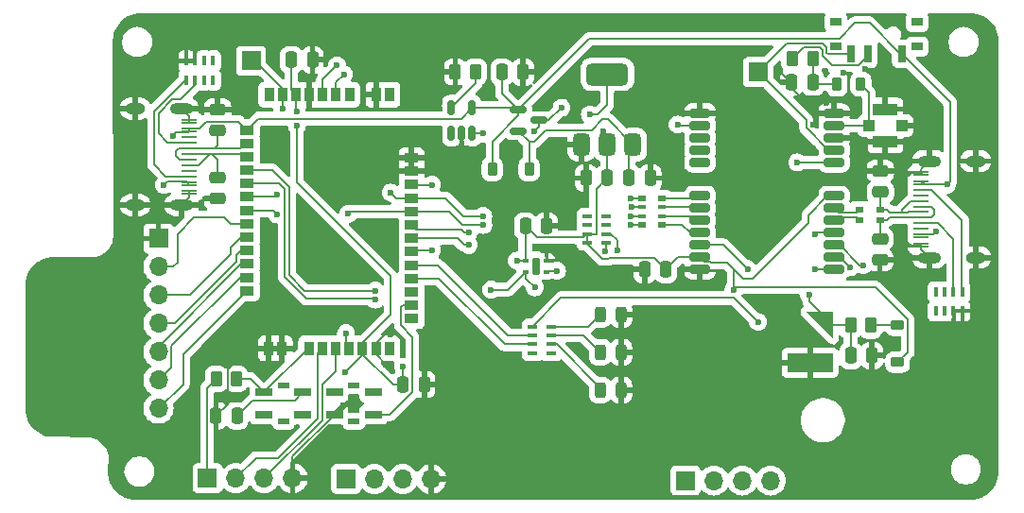
<source format=gbr>
%TF.GenerationSoftware,KiCad,Pcbnew,8.0.0*%
%TF.CreationDate,2024-05-31T13:58:21-05:00*%
%TF.ProjectId,CyberTastic,43796265-7254-4617-9374-69632e6b6963,rev?*%
%TF.SameCoordinates,Original*%
%TF.FileFunction,Copper,L1,Top*%
%TF.FilePolarity,Positive*%
%FSLAX46Y46*%
G04 Gerber Fmt 4.6, Leading zero omitted, Abs format (unit mm)*
G04 Created by KiCad (PCBNEW 8.0.0) date 2024-05-31 13:58:21*
%MOMM*%
%LPD*%
G01*
G04 APERTURE LIST*
G04 Aperture macros list*
%AMRoundRect*
0 Rectangle with rounded corners*
0 $1 Rounding radius*
0 $2 $3 $4 $5 $6 $7 $8 $9 X,Y pos of 4 corners*
0 Add a 4 corners polygon primitive as box body*
4,1,4,$2,$3,$4,$5,$6,$7,$8,$9,$2,$3,0*
0 Add four circle primitives for the rounded corners*
1,1,$1+$1,$2,$3*
1,1,$1+$1,$4,$5*
1,1,$1+$1,$6,$7*
1,1,$1+$1,$8,$9*
0 Add four rect primitives between the rounded corners*
20,1,$1+$1,$2,$3,$4,$5,0*
20,1,$1+$1,$4,$5,$6,$7,0*
20,1,$1+$1,$6,$7,$8,$9,0*
20,1,$1+$1,$8,$9,$2,$3,0*%
%AMFreePoly0*
4,1,12,0.600035,0.600035,0.600050,0.600000,0.600050,-1.800000,0.600035,-1.800035,0.600000,-1.800050,0.599965,-1.800035,-1.800035,0.599965,-1.800050,0.600000,-1.800035,0.600035,-1.800000,0.600050,0.600000,0.600050,0.600035,0.600035,0.600035,0.600035,$1*%
G04 Aperture macros list end*
%TA.AperFunction,SMDPad,CuDef*%
%ADD10RoundRect,0.250000X-0.262500X-0.450000X0.262500X-0.450000X0.262500X0.450000X-0.262500X0.450000X0*%
%TD*%
%TA.AperFunction,SMDPad,CuDef*%
%ADD11RoundRect,0.225000X-0.375000X0.225000X-0.375000X-0.225000X0.375000X-0.225000X0.375000X0.225000X0*%
%TD*%
%TA.AperFunction,SMDPad,CuDef*%
%ADD12RoundRect,0.250000X-0.250000X-0.475000X0.250000X-0.475000X0.250000X0.475000X-0.250000X0.475000X0*%
%TD*%
%TA.AperFunction,SMDPad,CuDef*%
%ADD13R,4.100000X1.700000*%
%TD*%
%TA.AperFunction,SMDPad,CuDef*%
%ADD14FreePoly0,0.000000*%
%TD*%
%TA.AperFunction,SMDPad,CuDef*%
%ADD15R,1.000000X0.800000*%
%TD*%
%TA.AperFunction,SMDPad,CuDef*%
%ADD16R,0.700000X1.500000*%
%TD*%
%TA.AperFunction,SMDPad,CuDef*%
%ADD17RoundRect,0.250000X0.262500X0.450000X-0.262500X0.450000X-0.262500X-0.450000X0.262500X-0.450000X0*%
%TD*%
%TA.AperFunction,SMDPad,CuDef*%
%ADD18RoundRect,0.218750X0.218750X0.381250X-0.218750X0.381250X-0.218750X-0.381250X0.218750X-0.381250X0*%
%TD*%
%TA.AperFunction,SMDPad,CuDef*%
%ADD19RoundRect,0.250000X0.250000X0.475000X-0.250000X0.475000X-0.250000X-0.475000X0.250000X-0.475000X0*%
%TD*%
%TA.AperFunction,SMDPad,CuDef*%
%ADD20RoundRect,0.087500X-0.187500X-0.087500X0.187500X-0.087500X0.187500X0.087500X-0.187500X0.087500X0*%
%TD*%
%TA.AperFunction,SMDPad,CuDef*%
%ADD21RoundRect,0.175000X-0.175000X-0.625000X0.175000X-0.625000X0.175000X0.625000X-0.175000X0.625000X0*%
%TD*%
%TA.AperFunction,SMDPad,CuDef*%
%ADD22RoundRect,0.200000X0.700000X0.200000X-0.700000X0.200000X-0.700000X-0.200000X0.700000X-0.200000X0*%
%TD*%
%TA.AperFunction,SMDPad,CuDef*%
%ADD23RoundRect,0.375000X0.375000X-0.625000X0.375000X0.625000X-0.375000X0.625000X-0.375000X-0.625000X0*%
%TD*%
%TA.AperFunction,SMDPad,CuDef*%
%ADD24RoundRect,0.500000X1.400000X-0.500000X1.400000X0.500000X-1.400000X0.500000X-1.400000X-0.500000X0*%
%TD*%
%TA.AperFunction,SMDPad,CuDef*%
%ADD25RoundRect,0.150000X0.150000X-0.512500X0.150000X0.512500X-0.150000X0.512500X-0.150000X-0.512500X0*%
%TD*%
%TA.AperFunction,SMDPad,CuDef*%
%ADD26R,1.300000X0.900000*%
%TD*%
%TA.AperFunction,SMDPad,CuDef*%
%ADD27R,0.900000X1.300000*%
%TD*%
%TA.AperFunction,SMDPad,CuDef*%
%ADD28R,1.000000X0.500000*%
%TD*%
%TA.AperFunction,SMDPad,CuDef*%
%ADD29R,1.500000X0.800000*%
%TD*%
%TA.AperFunction,SMDPad,CuDef*%
%ADD30R,0.900000X0.400000*%
%TD*%
%TA.AperFunction,SMDPad,CuDef*%
%ADD31R,0.400000X0.900000*%
%TD*%
%TA.AperFunction,SMDPad,CuDef*%
%ADD32R,0.800000X0.500000*%
%TD*%
%TA.AperFunction,SMDPad,CuDef*%
%ADD33R,0.800000X0.400000*%
%TD*%
%TA.AperFunction,SMDPad,CuDef*%
%ADD34RoundRect,0.150000X-0.587500X-0.150000X0.587500X-0.150000X0.587500X0.150000X-0.587500X0.150000X0*%
%TD*%
%TA.AperFunction,ComponentPad*%
%ADD35R,1.700000X1.700000*%
%TD*%
%TA.AperFunction,ComponentPad*%
%ADD36O,1.700000X1.700000*%
%TD*%
%TA.AperFunction,SMDPad,CuDef*%
%ADD37R,1.400000X0.250000*%
%TD*%
%TA.AperFunction,ComponentPad*%
%ADD38O,2.100000X1.000000*%
%TD*%
%TA.AperFunction,ComponentPad*%
%ADD39O,1.800000X1.000000*%
%TD*%
%TA.AperFunction,SMDPad,CuDef*%
%ADD40R,1.000000X1.000000*%
%TD*%
%TA.AperFunction,SMDPad,CuDef*%
%ADD41R,2.200000X1.050000*%
%TD*%
%TA.AperFunction,SMDPad,CuDef*%
%ADD42RoundRect,0.243750X0.243750X0.456250X-0.243750X0.456250X-0.243750X-0.456250X0.243750X-0.456250X0*%
%TD*%
%TA.AperFunction,SMDPad,CuDef*%
%ADD43RoundRect,0.225000X0.225000X0.375000X-0.225000X0.375000X-0.225000X-0.375000X0.225000X-0.375000X0*%
%TD*%
%TA.AperFunction,SMDPad,CuDef*%
%ADD44RoundRect,0.250000X-0.475000X0.250000X-0.475000X-0.250000X0.475000X-0.250000X0.475000X0.250000X0*%
%TD*%
%TA.AperFunction,SMDPad,CuDef*%
%ADD45RoundRect,0.250000X0.475000X-0.250000X0.475000X0.250000X-0.475000X0.250000X-0.475000X-0.250000X0*%
%TD*%
%TA.AperFunction,ViaPad*%
%ADD46C,0.600000*%
%TD*%
%TA.AperFunction,Conductor*%
%ADD47C,0.200000*%
%TD*%
G04 APERTURE END LIST*
D10*
%TO.P,R4,1*%
%TO.N,Net-(BT2-+)*%
X179375000Y-144500000D03*
%TO.P,R4,2*%
%TO.N,Net-(D5-K)*%
X181200000Y-144500000D03*
%TD*%
D11*
%TO.P,D5,1,K*%
%TO.N,Net-(D5-K)*%
X183600000Y-144495000D03*
%TO.P,D5,2,A*%
%TO.N,VCC*%
X183600000Y-147795000D03*
%TD*%
D12*
%TO.P,C14,1*%
%TO.N,Net-(BT2-+)*%
X179400000Y-147200000D03*
%TO.P,C14,2*%
%TO.N,VSS*%
X181300000Y-147200000D03*
%TD*%
D13*
%TO.P,BT2,2,-*%
%TO.N,VSS*%
X175750000Y-147850000D03*
D14*
%TO.P,BT2,1,+*%
%TO.N,Net-(BT2-+)*%
X177200000Y-143900000D03*
%TD*%
D15*
%TO.P,SW3,*%
%TO.N,*%
X185350000Y-119510000D03*
X185350000Y-117300000D03*
X178050000Y-119510000D03*
X178050000Y-117300000D03*
D16*
%TO.P,SW3,1,A*%
%TO.N,+5V*%
X183950000Y-120160000D03*
%TO.P,SW3,2,B*%
%TO.N,Net-(SW3-B)*%
X180950000Y-120160000D03*
%TO.P,SW3,3,C*%
%TO.N,Net-(J7-Pin_1)*%
X179450000Y-120160000D03*
%TD*%
D17*
%TO.P,R3,1*%
%TO.N,Net-(C13-Pad1)*%
X176000000Y-120600000D03*
%TO.P,R3,2*%
%TO.N,Net-(SW3-B)*%
X174175000Y-120600000D03*
%TD*%
%TO.P,R2,1*%
%TO.N,Net-(SW2-A)*%
X124400000Y-149300000D03*
%TO.P,R2,2*%
%TO.N,VCC*%
X122575000Y-149300000D03*
%TD*%
D18*
%TO.P,L1,1*%
%TO.N,Net-(J2-In)*%
X180300000Y-122900000D03*
%TO.P,L1,2*%
%TO.N,Net-(C13-Pad1)*%
X178175000Y-122900000D03*
%TD*%
D19*
%TO.P,C13,1*%
%TO.N,Net-(C13-Pad1)*%
X176000000Y-122700000D03*
%TO.P,C13,2*%
%TO.N,VSS*%
X174100000Y-122700000D03*
%TD*%
D12*
%TO.P,C12,1*%
%TO.N,VSS*%
X122550000Y-152600000D03*
%TO.P,C12,2*%
%TO.N,Net-(SW2-B)*%
X124450000Y-152600000D03*
%TD*%
D20*
%TO.P,U6,1,VDD*%
%TO.N,VCC*%
X150300000Y-138700000D03*
%TO.P,U6,2,SCL*%
%TO.N,SCL*%
X150300000Y-139700000D03*
%TO.P,U6,3,SDA*%
%TO.N,SDA*%
X152150000Y-139700000D03*
%TO.P,U6,4,VSS*%
%TO.N,VSS*%
X152150000Y-138700000D03*
D21*
%TO.P,U6,5,NC*%
%TO.N,unconnected-(U6-NC-Pad5)*%
X151225000Y-139200000D03*
%TD*%
D22*
%TO.P,U4,1,~{SAFEBOOT}*%
%TO.N,SAFEBOOT*%
X177900000Y-139500000D03*
%TO.P,U4,2,D_SEL*%
%TO.N,Data_Sel*%
X177900000Y-138400000D03*
%TO.P,U4,3,TIMEPULSE*%
%TO.N,Timepulse*%
X177900000Y-137300000D03*
%TO.P,U4,4,EXTINT*%
%TO.N,EXTINT*%
X177900000Y-136200000D03*
%TO.P,U4,5,USB_DM*%
%TO.N,Net-(RN2-R2.1)*%
X177900000Y-135100000D03*
%TO.P,U4,6,USB_DP*%
%TO.N,Net-(RN2-R1.1)*%
X177900000Y-134000000D03*
%TO.P,U4,7,VDD_USB*%
%TO.N,VCC*%
X177900000Y-132900000D03*
%TO.P,U4,8,~{RESET}*%
%TO.N,RESET*%
X177900000Y-129900000D03*
%TO.P,U4,9,VCC_RF*%
%TO.N,Net-(J7-Pin_1)*%
X177900000Y-128800000D03*
%TO.P,U4,10,GND*%
%TO.N,VSS*%
X177900000Y-127700000D03*
%TO.P,U4,11,RF_IN*%
%TO.N,Net-(J2-In)*%
X177900000Y-126600000D03*
%TO.P,U4,12,GND*%
%TO.N,VSS*%
X177900000Y-125500000D03*
%TO.P,U4,13,GND*%
X165900000Y-125500000D03*
%TO.P,U4,14,LNA_EN*%
%TO.N,LND_EN*%
X165900000Y-126600000D03*
%TO.P,U4,15,RESERVED*%
%TO.N,unconnected-(U4-RESERVED-Pad15)*%
X165900000Y-127700000D03*
%TO.P,U4,16,RESERVED*%
%TO.N,unconnected-(U4-RESERVED-Pad16)*%
X165900000Y-128800000D03*
%TO.P,U4,17,RESERVED*%
%TO.N,unconnected-(U4-RESERVED-Pad17)*%
X165900000Y-129900000D03*
%TO.P,U4,18,SDA/~{SPI_CS}*%
%TO.N,Net-(RN3-R4.1)*%
X165900000Y-132900000D03*
%TO.P,U4,19,SCL/SPI_CLK*%
%TO.N,Net-(RN3-R3.1)*%
X165900000Y-134000000D03*
%TO.P,U4,20,TXD/SPI_MISO*%
%TO.N,Net-(RN3-R2.1)*%
X165900000Y-135100000D03*
%TO.P,U4,21,RXD/SPI_MOSI*%
%TO.N,Net-(RN3-R1.1)*%
X165900000Y-136200000D03*
%TO.P,U4,22,V_BCKP*%
%TO.N,Net-(BT2-+)*%
X165900000Y-137300000D03*
%TO.P,U4,23,VCC*%
%TO.N,VCC*%
X165900000Y-138400000D03*
%TO.P,U4,24,GND*%
%TO.N,VSS*%
X165900000Y-139500000D03*
%TD*%
D23*
%TO.P,U3,1,GND*%
%TO.N,VSS*%
X155300000Y-128300000D03*
%TO.P,U3,2,VO*%
%TO.N,VCC*%
X157600000Y-128300000D03*
D24*
X157600000Y-122000000D03*
D23*
%TO.P,U3,3,VI*%
%TO.N,Net-(D1-K)*%
X159900000Y-128300000D03*
%TD*%
D25*
%TO.P,U2,1,~{CHRG}*%
%TO.N,Charge_Status*%
X143607500Y-127287500D03*
%TO.P,U2,2,GND*%
%TO.N,VSS*%
X144557500Y-127287500D03*
%TO.P,U2,3,BAT*%
%TO.N,Batt*%
X145507500Y-127287500D03*
%TO.P,U2,4,V_{CC}*%
%TO.N,+5V*%
X145507500Y-125012500D03*
%TO.P,U2,5,PROG*%
%TO.N,Net-(U2-PROG)*%
X143607500Y-125012500D03*
%TD*%
D26*
%TO.P,U1,1,VBus*%
%TO.N,+5V*%
X125315000Y-126995000D03*
%TO.P,U1,2,D-*%
%TO.N,/D-*%
X125315000Y-128195000D03*
%TO.P,U1,3,D+*%
%TO.N,/D+*%
X125315000Y-129395000D03*
%TO.P,U1,4,P0.13*%
%TO.N,SDA*%
X125315000Y-130595000D03*
%TO.P,U1,5,P0.14*%
%TO.N,SCL*%
X125315000Y-131795000D03*
%TO.P,U1,6,P0.15*%
%TO.N,RX*%
X125315000Y-132995000D03*
%TO.P,U1,7,P0.16*%
%TO.N,TX*%
X125315000Y-134195000D03*
%TO.P,U1,8,P0.17*%
%TO.N,P0.17*%
X125315000Y-135395000D03*
%TO.P,U1,9,P0.19*%
%TO.N,P0.19*%
X125315000Y-136595000D03*
%TO.P,U1,10,P0.20*%
%TO.N,P0.20*%
X125315000Y-137795000D03*
%TO.P,U1,11,P0.21*%
%TO.N,P0.21*%
X125315000Y-138995000D03*
%TO.P,U1,12,P0.10*%
%TO.N,P0.10*%
X125315000Y-140195000D03*
%TO.P,U1,13,P0.09*%
%TO.N,P0.09*%
X125315000Y-141395000D03*
D27*
%TO.P,U1,14,VSS*%
%TO.N,VSS*%
X127275000Y-146565000D03*
%TO.P,U1,16,VSS*%
X128475000Y-146565000D03*
%TO.P,U1,17,Reset*%
%TO.N,Net-(SW2-A)*%
X130875000Y-146565000D03*
%TO.P,U1,18,SWDCLK*%
%TO.N,SWDCLK*%
X132075000Y-146565000D03*
%TO.P,U1,19,SWDIO*%
%TO.N,SWDIO*%
X133275000Y-146565000D03*
%TO.P,U1,20,VBatt_SX*%
%TO.N,Net-(JP10-B)*%
X134475000Y-146565000D03*
%TO.P,U1,21,VBAT_IO_SX*%
%TO.N,VCC*%
X135675000Y-146565000D03*
%TO.P,U1,22,VSS*%
%TO.N,VSS*%
X136875000Y-146565000D03*
%TO.P,U1,23,P0.24*%
%TO.N,unconnected-(U1-P0.24-Pad23)*%
X138075000Y-146565000D03*
D26*
%TO.P,U1,24,P0.25*%
%TO.N,unconnected-(U1-P0.25-Pad24)*%
X140055000Y-143895000D03*
%TO.P,U1,25,P1.01*%
%TO.N,Net-(SW1-A)*%
X140055000Y-142695000D03*
%TO.P,U1,26,P1.02*%
%TO.N,unconnected-(U1-P1.02-Pad26)*%
X140055000Y-141495000D03*
%TO.P,U1,27,P1.03*%
%TO.N,LED1*%
X140055000Y-140295000D03*
%TO.P,U1,28,P1.04*%
%TO.N,LED2*%
X140055000Y-139095000D03*
%TO.P,U1,29,P0.03*%
%TO.N,/SCL{slash}CLK*%
X140055000Y-137895000D03*
%TO.P,U1,30,P0.02*%
%TO.N,SAFEBOOT*%
X140055000Y-136695000D03*
%TO.P,U1,31,P0.28*%
%TO.N,EXTINT*%
X140055000Y-135495000D03*
%TO.P,U1,32,P0.29*%
%TO.N,/RX{slash}MOSI*%
X140055000Y-134295000D03*
%TO.P,U1,33,P0.30*%
%TO.N,/TX{slash}MISO*%
X140055000Y-133095000D03*
%TO.P,U1,34,P0.26*%
%TO.N,/SDA{slash}CS*%
X140055000Y-131895000D03*
%TO.P,U1,35,VSS*%
%TO.N,VSS*%
X140055000Y-130695000D03*
%TO.P,U1,36,VSS*%
X140055000Y-129495000D03*
D27*
%TO.P,U1,37,RF_LoRa*%
%TO.N,unconnected-(U1-RF_LoRa-Pad37)*%
X138115000Y-123825000D03*
%TO.P,U1,38,VSS*%
%TO.N,VSS*%
X136915000Y-123825000D03*
%TO.P,U1,39,P0.31*%
%TO.N,unconnected-(U1-P0.31-Pad39)*%
X134515000Y-123825000D03*
%TO.P,U1,40,P0.05*%
%TO.N,LND_EN*%
X133315000Y-123825000D03*
%TO.P,U1,41,P0.04*%
%TO.N,RESET*%
X132115000Y-123825000D03*
%TO.P,U1,42,VSS*%
%TO.N,VSS*%
X130915000Y-123825000D03*
%TO.P,U1,43,VDD_NRF*%
%TO.N,VCC*%
X129715000Y-123825000D03*
%TO.P,U1,44,VBAT_NRF*%
%TO.N,Net-(J6-Pin_1)*%
X128515000Y-123825000D03*
%TO.P,U1,45*%
%TO.N,N/C*%
X127315000Y-123825000D03*
%TD*%
D28*
%TO.P,SW2,*%
%TO.N,*%
X128600000Y-149900000D03*
X128600000Y-153100000D03*
D29*
%TO.P,SW2,1,A*%
%TO.N,Net-(SW2-A)*%
X126850000Y-150500000D03*
%TO.P,SW2,2,B*%
%TO.N,Net-(SW2-B)*%
X130350000Y-150500000D03*
%TO.P,SW2,3*%
%TO.N,N/C*%
X126850000Y-152500000D03*
%TO.P,SW2,4*%
X130350000Y-152500000D03*
%TD*%
D28*
%TO.P,SW1,*%
%TO.N,*%
X134900000Y-153100000D03*
X134900000Y-149900000D03*
D29*
%TO.P,SW1,1,A*%
%TO.N,Net-(SW1-A)*%
X136650000Y-152500000D03*
%TO.P,SW1,2,B*%
%TO.N,VSS*%
X133150000Y-152500000D03*
%TO.P,SW1,3*%
%TO.N,N/C*%
X136650000Y-150500000D03*
%TO.P,SW1,4*%
X133150000Y-150500000D03*
%TD*%
D30*
%TO.P,RN6,1,R1.1*%
%TO.N,Timepulse*%
X150900000Y-144600000D03*
%TO.P,RN6,2,R2.1*%
%TO.N,LED2*%
X150900000Y-145400000D03*
%TO.P,RN6,3,R3.1*%
%TO.N,LED1*%
X150900000Y-146200000D03*
%TO.P,RN6,4,R4.1*%
%TO.N,unconnected-(RN6-R4.1-Pad4)*%
X150900000Y-147000000D03*
%TO.P,RN6,5,R4.2*%
%TO.N,unconnected-(RN6-R4.2-Pad5)*%
X152600000Y-147000000D03*
%TO.P,RN6,6,R3.2*%
%TO.N,Net-(D4-A)*%
X152600000Y-146200000D03*
%TO.P,RN6,7,R2.2*%
%TO.N,Net-(D3-A)*%
X152600000Y-145400000D03*
%TO.P,RN6,8,R1.2*%
%TO.N,Net-(D2-A)*%
X152600000Y-144600000D03*
%TD*%
%TO.P,RN5,1,R1.1*%
%TO.N,unconnected-(RN5-R1.1-Pad1)*%
X155800000Y-134700000D03*
%TO.P,RN5,2,R2.1*%
%TO.N,unconnected-(RN5-R2.1-Pad2)*%
X155800000Y-135500000D03*
%TO.P,RN5,3,R3.1*%
%TO.N,VCC*%
X155800000Y-136300000D03*
%TO.P,RN5,4,R4.1*%
X155800000Y-137100000D03*
%TO.P,RN5,5,R4.2*%
%TO.N,SDA*%
X157500000Y-137100000D03*
%TO.P,RN5,6,R3.2*%
%TO.N,SCL*%
X157500000Y-136300000D03*
%TO.P,RN5,7,R2.2*%
%TO.N,unconnected-(RN5-R2.2-Pad7)*%
X157500000Y-135500000D03*
%TO.P,RN5,8,R1.2*%
%TO.N,unconnected-(RN5-R1.2-Pad8)*%
X157500000Y-134700000D03*
%TD*%
D31*
%TO.P,RN4,1,R1.1*%
%TO.N,unconnected-(RN4-R1.1-Pad1)*%
X187000000Y-143200000D03*
%TO.P,RN4,2,R2.1*%
%TO.N,unconnected-(RN4-R2.1-Pad2)*%
X187800000Y-143200000D03*
%TO.P,RN4,3,R3.1*%
%TO.N,VSS*%
X188600000Y-143200000D03*
%TO.P,RN4,4,R4.1*%
X189400000Y-143200000D03*
%TO.P,RN4,5,R4.2*%
%TO.N,Net-(J3-CC2)*%
X189400000Y-141500000D03*
%TO.P,RN4,6,R3.2*%
%TO.N,Net-(J3-CC1)*%
X188600000Y-141500000D03*
%TO.P,RN4,7,R2.2*%
%TO.N,unconnected-(RN4-R2.2-Pad7)*%
X187800000Y-141500000D03*
%TO.P,RN4,8,R1.2*%
%TO.N,unconnected-(RN4-R1.2-Pad8)*%
X187000000Y-141500000D03*
%TD*%
D32*
%TO.P,RN3,8,R1.2*%
%TO.N,/RX{slash}MOSI*%
X160700000Y-135500000D03*
D33*
%TO.P,RN3,7,R2.2*%
%TO.N,/TX{slash}MISO*%
X160700000Y-134700000D03*
%TO.P,RN3,6,R3.2*%
%TO.N,/SCL{slash}CLK*%
X160700000Y-133900000D03*
D32*
%TO.P,RN3,5,R4.2*%
%TO.N,/SDA{slash}CS*%
X160700000Y-133100000D03*
%TO.P,RN3,4,R4.1*%
%TO.N,Net-(RN3-R4.1)*%
X162500000Y-133100000D03*
D33*
%TO.P,RN3,3,R3.1*%
%TO.N,Net-(RN3-R3.1)*%
X162500000Y-133900000D03*
%TO.P,RN3,2,R2.1*%
%TO.N,Net-(RN3-R2.1)*%
X162500000Y-134700000D03*
D32*
%TO.P,RN3,1,R1.1*%
%TO.N,Net-(RN3-R1.1)*%
X162500000Y-135500000D03*
%TD*%
%TO.P,RN2,1,R1.1*%
%TO.N,Net-(RN2-R1.1)*%
X180200000Y-134100000D03*
%TO.P,RN2,2,R2.1*%
%TO.N,Net-(RN2-R2.1)*%
X180200000Y-135100000D03*
%TO.P,RN2,3,R2.2*%
%TO.N,GPS_D-*%
X182000000Y-135100000D03*
%TO.P,RN2,4,R1.2*%
%TO.N,GPS_D+*%
X182000000Y-134100000D03*
%TD*%
D31*
%TO.P,RN1,1,R1.1*%
%TO.N,unconnected-(RN1-R1.1-Pad1)*%
X122300000Y-120800000D03*
%TO.P,RN1,2,R2.1*%
%TO.N,unconnected-(RN1-R2.1-Pad2)*%
X121500000Y-120800000D03*
%TO.P,RN1,3,R3.1*%
%TO.N,VSS*%
X120700000Y-120800000D03*
%TO.P,RN1,4,R4.1*%
X119900000Y-120800000D03*
%TO.P,RN1,5,R4.2*%
%TO.N,Net-(J1-CC2)*%
X119900000Y-122500000D03*
%TO.P,RN1,6,R3.2*%
%TO.N,Net-(J1-CC1)*%
X120700000Y-122500000D03*
%TO.P,RN1,7,R2.2*%
%TO.N,unconnected-(RN1-R2.2-Pad7)*%
X121500000Y-122500000D03*
%TO.P,RN1,8,R1.2*%
%TO.N,unconnected-(RN1-R1.2-Pad8)*%
X122300000Y-122500000D03*
%TD*%
D10*
%TO.P,R1,1*%
%TO.N,VSS*%
X143982500Y-121800000D03*
%TO.P,R1,2*%
%TO.N,Net-(U2-PROG)*%
X145807500Y-121800000D03*
%TD*%
D34*
%TO.P,Q1,1,G*%
%TO.N,+5V*%
X149607500Y-125187500D03*
%TO.P,Q1,2,S*%
%TO.N,Net-(D1-K)*%
X149607500Y-127087500D03*
%TO.P,Q1,3,D*%
%TO.N,Batt*%
X151482500Y-126137500D03*
%TD*%
D35*
%TO.P,J9,1,Pin_1*%
%TO.N,VCC*%
X134200000Y-158260000D03*
D36*
%TO.P,J9,2,Pin_2*%
%TO.N,TX*%
X136740000Y-158260000D03*
%TO.P,J9,3,Pin_3*%
%TO.N,RX*%
X139280000Y-158260000D03*
%TO.P,J9,4,Pin_4*%
%TO.N,VSS*%
X141820000Y-158260000D03*
%TD*%
D35*
%TO.P,J8,1,Pin_1*%
%TO.N,SDA*%
X164600000Y-158400000D03*
D36*
%TO.P,J8,2,Pin_2*%
%TO.N,SCL*%
X167140000Y-158400000D03*
%TO.P,J8,3,Pin_3*%
%TO.N,Net-(J8-Pin_3)*%
X169680000Y-158400000D03*
%TO.P,J8,4,Pin_4*%
%TO.N,Net-(J8-Pin_4)*%
X172220000Y-158400000D03*
%TD*%
D35*
%TO.P,J7,1,Pin_1*%
%TO.N,Net-(J7-Pin_1)*%
X171100000Y-121800000D03*
%TD*%
%TO.P,J6,1,Pin_1*%
%TO.N,Net-(J6-Pin_1)*%
X125700000Y-120800000D03*
%TD*%
%TO.P,J5,1,Pin_1*%
%TO.N,VSS*%
X117400000Y-136720000D03*
D36*
%TO.P,J5,2,Pin_2*%
%TO.N,P0.17*%
X117400000Y-139260000D03*
%TO.P,J5,3,Pin_3*%
%TO.N,P0.19*%
X117400000Y-141800000D03*
%TO.P,J5,4,Pin_4*%
%TO.N,P0.20*%
X117400000Y-144340000D03*
%TO.P,J5,5,Pin_5*%
%TO.N,P0.21*%
X117400000Y-146880000D03*
%TO.P,J5,6,Pin_6*%
%TO.N,P0.10*%
X117400000Y-149420000D03*
%TO.P,J5,7,Pin_7*%
%TO.N,P0.09*%
X117400000Y-151960000D03*
%TD*%
D35*
%TO.P,J4,1,Pin_1*%
%TO.N,VCC*%
X121800000Y-158200000D03*
D36*
%TO.P,J4,2,Pin_2*%
%TO.N,SWDCLK*%
X124340000Y-158200000D03*
%TO.P,J4,3,Pin_3*%
%TO.N,SWDIO*%
X126880000Y-158200000D03*
%TO.P,J4,4,Pin_4*%
%TO.N,VSS*%
X129420000Y-158200000D03*
%TD*%
D37*
%TO.P,J3,A1,GND*%
%TO.N,VSS*%
X185712500Y-137425000D03*
%TO.P,J3,A4,VBUS*%
%TO.N,+5V*%
X185712500Y-136625000D03*
%TO.P,J3,A5,CC1*%
%TO.N,Net-(J3-CC1)*%
X185712500Y-135350000D03*
%TO.P,J3,A6,D+*%
%TO.N,GPS_D+*%
X185712500Y-134350000D03*
%TO.P,J3,A7,D-*%
%TO.N,GPS_D-*%
X185712500Y-133850000D03*
%TO.P,J3,A8,SBU1*%
%TO.N,unconnected-(J3-SBU1-PadA8)*%
X185712500Y-135850000D03*
%TO.P,J3,A9,VBUS*%
%TO.N,+5V*%
X185712500Y-131575000D03*
%TO.P,J3,A12,GND*%
%TO.N,VSS*%
X185712500Y-130775000D03*
%TO.P,J3,B1,GND*%
X185712500Y-131025000D03*
%TO.P,J3,B4,VBUS*%
%TO.N,+5V*%
X185712500Y-131825000D03*
%TO.P,J3,B5,CC2*%
%TO.N,Net-(J3-CC2)*%
X185712500Y-132350000D03*
%TO.P,J3,B6,D+*%
%TO.N,GPS_D+*%
X185712500Y-133350000D03*
%TO.P,J3,B7,D-*%
%TO.N,GPS_D-*%
X185712500Y-134850000D03*
%TO.P,J3,B8,SBU2*%
%TO.N,unconnected-(J3-SBU2-PadB8)*%
X185712500Y-132850000D03*
%TO.P,J3,B9,VBUS*%
%TO.N,+5V*%
X185712500Y-136375000D03*
%TO.P,J3,B12,GND*%
%TO.N,VSS*%
X185712500Y-137175000D03*
D38*
%TO.P,J3,S1,SHIELD*%
X186412500Y-138420000D03*
D39*
X190562500Y-138420000D03*
D38*
X186412500Y-129780000D03*
D39*
X190562500Y-129780000D03*
%TD*%
D40*
%TO.P,J2,1,In*%
%TO.N,Net-(J2-In)*%
X181000000Y-126600000D03*
D41*
%TO.P,J2,2,Ext*%
%TO.N,VSS*%
X182500000Y-125125000D03*
D40*
X184000000Y-126600000D03*
D41*
X182500000Y-128075000D03*
%TD*%
D37*
%TO.P,J1,A1,GND*%
%TO.N,VSS*%
X120172500Y-126070000D03*
%TO.P,J1,A4,VBUS*%
%TO.N,+5V*%
X120172500Y-126870000D03*
%TO.P,J1,A5,CC1*%
%TO.N,Net-(J1-CC1)*%
X120172500Y-128145000D03*
%TO.P,J1,A6,D+*%
%TO.N,/D+*%
X120172500Y-129145000D03*
%TO.P,J1,A7,D-*%
%TO.N,/D-*%
X120172500Y-129645000D03*
%TO.P,J1,A8,SBU1*%
%TO.N,unconnected-(J1-SBU1-PadA8)*%
X120172500Y-127645000D03*
%TO.P,J1,A9,VBUS*%
%TO.N,+5V*%
X120172500Y-131920000D03*
%TO.P,J1,A12,GND*%
%TO.N,VSS*%
X120172500Y-132720000D03*
%TO.P,J1,B1,GND*%
X120172500Y-132470000D03*
%TO.P,J1,B4,VBUS*%
%TO.N,+5V*%
X120172500Y-131670000D03*
%TO.P,J1,B5,CC2*%
%TO.N,Net-(J1-CC2)*%
X120172500Y-131145000D03*
%TO.P,J1,B6,D+*%
%TO.N,/D+*%
X120172500Y-130145000D03*
%TO.P,J1,B7,D-*%
%TO.N,/D-*%
X120172500Y-128645000D03*
%TO.P,J1,B8,SBU2*%
%TO.N,unconnected-(J1-SBU2-PadB8)*%
X120172500Y-130645000D03*
%TO.P,J1,B9,VBUS*%
%TO.N,+5V*%
X120172500Y-127120000D03*
%TO.P,J1,B12,GND*%
%TO.N,VSS*%
X120172500Y-126320000D03*
D38*
%TO.P,J1,S1,SHIELD*%
X119472500Y-125075000D03*
D39*
X115322500Y-125075000D03*
D38*
X119472500Y-133715000D03*
D39*
X115322500Y-133715000D03*
%TD*%
D42*
%TO.P,D4,1,K*%
%TO.N,VSS*%
X158837500Y-150300000D03*
%TO.P,D4,2,A*%
%TO.N,Net-(D4-A)*%
X156962500Y-150300000D03*
%TD*%
%TO.P,D3,1,K*%
%TO.N,VSS*%
X158837500Y-146900000D03*
%TO.P,D3,2,A*%
%TO.N,Net-(D3-A)*%
X156962500Y-146900000D03*
%TD*%
%TO.P,D2,1,K*%
%TO.N,VSS*%
X158837500Y-143500000D03*
%TO.P,D2,2,A*%
%TO.N,Net-(D2-A)*%
X156962500Y-143500000D03*
%TD*%
D43*
%TO.P,D1,1,K*%
%TO.N,Net-(D1-K)*%
X150600000Y-130500000D03*
%TO.P,D1,2,A*%
%TO.N,+5V*%
X147300000Y-130500000D03*
%TD*%
D19*
%TO.P,C11,1*%
%TO.N,VSS*%
X152150000Y-135600000D03*
%TO.P,C11,2*%
%TO.N,VCC*%
X150250000Y-135600000D03*
%TD*%
%TO.P,C10,1*%
%TO.N,VSS*%
X141200000Y-149800000D03*
%TO.P,C10,2*%
%TO.N,VCC*%
X139300000Y-149800000D03*
%TD*%
%TO.P,C9,1*%
%TO.N,VCC*%
X162850000Y-139500000D03*
%TO.P,C9,2*%
%TO.N,VSS*%
X160950000Y-139500000D03*
%TD*%
D44*
%TO.P,C8,1*%
%TO.N,GPS_D-*%
X182000000Y-136750000D03*
%TO.P,C8,2*%
%TO.N,VSS*%
X182000000Y-138650000D03*
%TD*%
D45*
%TO.P,C7,1*%
%TO.N,GPS_D+*%
X182050000Y-132550000D03*
%TO.P,C7,2*%
%TO.N,VSS*%
X182050000Y-130650000D03*
%TD*%
D12*
%TO.P,C6,1*%
%TO.N,VCC*%
X129300000Y-120700000D03*
%TO.P,C6,2*%
%TO.N,VSS*%
X131200000Y-120700000D03*
%TD*%
D19*
%TO.P,C5,1*%
%TO.N,VCC*%
X157600000Y-131300000D03*
%TO.P,C5,2*%
%TO.N,VSS*%
X155700000Y-131300000D03*
%TD*%
D12*
%TO.P,C4,1*%
%TO.N,Net-(D1-K)*%
X159550000Y-131300000D03*
%TO.P,C4,2*%
%TO.N,VSS*%
X161450000Y-131300000D03*
%TD*%
D19*
%TO.P,C3,1*%
%TO.N,VSS*%
X150045000Y-121800000D03*
%TO.P,C3,2*%
%TO.N,+5V*%
X148145000Y-121800000D03*
%TD*%
D45*
%TO.P,C2,1*%
%TO.N,/D-*%
X122700000Y-127050000D03*
%TO.P,C2,2*%
%TO.N,VSS*%
X122700000Y-125150000D03*
%TD*%
D44*
%TO.P,C1,1*%
%TO.N,/D+*%
X122700000Y-131250000D03*
%TO.P,C1,2*%
%TO.N,VSS*%
X122700000Y-133150000D03*
%TD*%
D46*
%TO.N,VSS*%
X148400000Y-150800000D03*
X155500000Y-155500000D03*
X171700000Y-154200000D03*
X167500000Y-145300000D03*
X166000000Y-150700000D03*
X166100000Y-147200000D03*
X170800000Y-150700000D03*
X170900000Y-148000000D03*
X137800000Y-148000000D03*
X138200000Y-145300000D03*
%TO.N,Net-(JP10-B)*%
X134200000Y-145200000D03*
%TO.N,VSS*%
X126900000Y-148400000D03*
X123700000Y-145000000D03*
X127800000Y-142600000D03*
X127700000Y-128800000D03*
X137300000Y-129600000D03*
X137400000Y-136500000D03*
X136200000Y-139700000D03*
X130600000Y-144700000D03*
X142200000Y-143600000D03*
X144900000Y-138900000D03*
X149000000Y-142600000D03*
X158000000Y-140700000D03*
X154600000Y-140200000D03*
X161400000Y-143700000D03*
X163800000Y-141000000D03*
X173100000Y-121800000D03*
%TO.N,SDA*%
X136800000Y-141400000D03*
%TO.N,SCL*%
X147200000Y-141300000D03*
X136800000Y-142200000D03*
%TO.N,SDA*%
X153100000Y-139600000D03*
X157400000Y-137900000D03*
%TO.N,SCL*%
X151100000Y-141100000D03*
X158500000Y-137800000D03*
%TO.N,VSS*%
X179200000Y-131100000D03*
X180100000Y-130500000D03*
X174200000Y-126800000D03*
X174900000Y-127700000D03*
X176000000Y-128600000D03*
X176300000Y-125500000D03*
X175200000Y-124300000D03*
X177100000Y-121700000D03*
X178700000Y-121860000D03*
X180713742Y-121515498D03*
X181700000Y-122400000D03*
X179600000Y-127700000D03*
X179900000Y-128600000D03*
X180300000Y-129500000D03*
X182000000Y-129500000D03*
X183500000Y-129500000D03*
X184500000Y-129200000D03*
X185500000Y-128000000D03*
X185600000Y-125900000D03*
X185000000Y-124600000D03*
X183800000Y-123700000D03*
X182200000Y-123600000D03*
X178900000Y-124400000D03*
X177200000Y-124600000D03*
X176000000Y-126500000D03*
%TO.N,Batt*%
X153500000Y-125000000D03*
%TO.N,Net-(J6-Pin_1)*%
X128500000Y-125100000D03*
%TO.N,+5V*%
X118700000Y-127500000D03*
X117900000Y-131900000D03*
X188015000Y-131885000D03*
X187000000Y-136100000D03*
%TO.N,RESET*%
X174600000Y-129900000D03*
X133400000Y-121200000D03*
%TO.N,LND_EN*%
X134000000Y-122000000D03*
X163900000Y-126500000D03*
%TO.N,VCC*%
X129800000Y-126600000D03*
X129800000Y-125300000D03*
%TO.N,SAFEBOOT*%
X145200000Y-137300000D03*
X176200000Y-139500000D03*
%TO.N,Data_Sel*%
X179300000Y-139300000D03*
%TO.N,Timepulse*%
X171100000Y-144200000D03*
X180500000Y-139100000D03*
%TO.N,EXTINT*%
X145200000Y-136200000D03*
X176200000Y-136300000D03*
%TO.N,Net-(BT2-+)*%
X170150000Y-139450000D03*
X175670653Y-141750000D03*
%TO.N,VCC*%
X134150000Y-148700000D03*
%TO.N,TX*%
X128050000Y-134560689D03*
%TO.N,RX*%
X128050000Y-132759620D03*
%TO.N,/RX{slash}MOSI*%
X134400000Y-134500000D03*
%TO.N,/TX{slash}MISO*%
X138200000Y-132600000D03*
%TO.N,/RX{slash}MOSI*%
X146500000Y-135500000D03*
X159700000Y-135500000D03*
%TO.N,/TX{slash}MISO*%
X146500000Y-134700000D03*
X159700000Y-134700000D03*
%TO.N,/SCL{slash}CLK*%
X159800000Y-133900000D03*
X141900000Y-137800000D03*
%TO.N,/SDA{slash}CS*%
X141900000Y-131900000D03*
X159700000Y-133100000D03*
%TO.N,VCC*%
X168900000Y-141299998D03*
X149500000Y-138700000D03*
X139300000Y-148200000D03*
%TO.N,Batt*%
X151027439Y-127145938D03*
X146500000Y-127300000D03*
%TO.N,VCC*%
X156033434Y-125614194D03*
X157214115Y-127122855D03*
%TD*%
D47*
%TO.N,VSS*%
X137640000Y-145300000D02*
X138200000Y-145300000D01*
X136875000Y-146065000D02*
X137640000Y-145300000D01*
X136875000Y-146565000D02*
X136875000Y-146065000D01*
X136875000Y-147075000D02*
X136875000Y-146565000D01*
X137800000Y-148000000D02*
X136875000Y-147075000D01*
%TO.N,Net-(SW3-B)*%
X180950000Y-120360000D02*
X180950000Y-120160000D01*
X180100000Y-121210000D02*
X180950000Y-120360000D01*
X176850000Y-120375685D02*
X177684315Y-121210000D01*
X176640000Y-119600000D02*
X176850000Y-119810000D01*
X175175000Y-119600000D02*
X176640000Y-119600000D01*
X174175000Y-120600000D02*
X175175000Y-119600000D01*
X177684315Y-121210000D02*
X180100000Y-121210000D01*
%TO.N,Net-(J7-Pin_1)*%
X177250000Y-119584315D02*
X176865685Y-119200000D01*
X173700000Y-119200000D02*
X171100000Y-121800000D01*
%TO.N,Net-(SW3-B)*%
X176850000Y-119810000D02*
X176850000Y-120375685D01*
%TO.N,Net-(J7-Pin_1)*%
X177250000Y-120084314D02*
X177250000Y-119584315D01*
X176865685Y-119200000D02*
X173700000Y-119200000D01*
X179450000Y-120160000D02*
X179400000Y-120210000D01*
X179400000Y-120210000D02*
X177375686Y-120210000D01*
X177375686Y-120210000D02*
X177250000Y-120084314D01*
%TO.N,Net-(JP10-B)*%
X134200000Y-146290000D02*
X134475000Y-146565000D01*
X134200000Y-145200000D02*
X134200000Y-146290000D01*
%TO.N,P0.19*%
X120200000Y-141800000D02*
X117400000Y-141800000D01*
X123900000Y-137510000D02*
X123900000Y-138100000D01*
X123900000Y-138100000D02*
X120200000Y-141800000D01*
X124815000Y-136595000D02*
X123900000Y-137510000D01*
X125315000Y-136595000D02*
X124815000Y-136595000D01*
%TO.N,P0.17*%
X119100000Y-136300000D02*
X119100000Y-138860000D01*
X120600000Y-134800000D02*
X119100000Y-136300000D01*
X119100000Y-138860000D02*
X118700000Y-139260000D01*
X123895000Y-135395000D02*
X123300000Y-134800000D01*
X117400000Y-139260000D02*
X118700000Y-139260000D01*
X125315000Y-135395000D02*
X123895000Y-135395000D01*
X123300000Y-134800000D02*
X120600000Y-134800000D01*
%TO.N,P0.20*%
X124815000Y-137795000D02*
X125315000Y-137795000D01*
X124365000Y-138245000D02*
X124815000Y-137795000D01*
X124365000Y-138835000D02*
X124365000Y-138245000D01*
X117400000Y-144340000D02*
X118860000Y-144340000D01*
X118860000Y-144340000D02*
X124365000Y-138835000D01*
%TO.N,VSS*%
X185712500Y-137720000D02*
X186412500Y-138420000D01*
X185712500Y-137175000D02*
X185712500Y-137720000D01*
X185712500Y-137175000D02*
X185712500Y-137425000D01*
X185712500Y-130480000D02*
X186412500Y-129780000D01*
X185712500Y-131025000D02*
X185712500Y-130480000D01*
X174000000Y-122700000D02*
X173100000Y-121800000D01*
X174100000Y-122700000D02*
X174000000Y-122700000D01*
X174100000Y-123200000D02*
X174100000Y-122700000D01*
X175200000Y-124300000D02*
X174100000Y-123200000D01*
X120172500Y-125775000D02*
X119472500Y-125075000D01*
X120172500Y-126070000D02*
X120172500Y-125775000D01*
X120172500Y-126320000D02*
X120172500Y-126070000D01*
X120172500Y-133015000D02*
X119472500Y-133715000D01*
X120172500Y-132720000D02*
X120172500Y-133015000D01*
X120172500Y-132470000D02*
X120172500Y-132720000D01*
%TO.N,SDA*%
X130500000Y-141400000D02*
X136800000Y-141400000D01*
X129100000Y-140000000D02*
X130500000Y-141400000D01*
X129100000Y-132100000D02*
X129100000Y-140000000D01*
%TO.N,SCL*%
X136700000Y-142100000D02*
X136800000Y-142200000D01*
X130634314Y-142100000D02*
X136700000Y-142100000D01*
X128700000Y-132300000D02*
X128700000Y-140165686D01*
X125315000Y-131795000D02*
X128195000Y-131795000D01*
X128195000Y-131795000D02*
X128700000Y-132300000D01*
%TO.N,SDA*%
X127595000Y-130595000D02*
X129100000Y-132100000D01*
X125315000Y-130595000D02*
X127595000Y-130595000D01*
%TO.N,SCL*%
X128700000Y-140165686D02*
X130634314Y-142100000D01*
X148700000Y-141300000D02*
X150300000Y-139700000D01*
X147200000Y-141300000D02*
X148700000Y-141300000D01*
%TO.N,VCC*%
X135675000Y-147175000D02*
X134150000Y-148700000D01*
X135675000Y-146565000D02*
X135675000Y-147175000D01*
X135675000Y-146065000D02*
X135675000Y-146565000D01*
X138200000Y-143540000D02*
X135675000Y-146065000D01*
X129800000Y-131680761D02*
X138200000Y-140080761D01*
X129800000Y-126600000D02*
X129800000Y-131680761D01*
X138200000Y-140080761D02*
X138200000Y-143540000D01*
%TO.N,TX*%
X125315000Y-134195000D02*
X127684311Y-134195000D01*
%TO.N,RX*%
X127814620Y-132995000D02*
X128050000Y-132759620D01*
X125315000Y-132995000D02*
X127814620Y-132995000D01*
%TO.N,TX*%
X127684311Y-134195000D02*
X128050000Y-134560689D01*
%TO.N,SDA*%
X152250000Y-139600000D02*
X152150000Y-139700000D01*
X153100000Y-139600000D02*
X152250000Y-139600000D01*
X157500000Y-137100000D02*
X157500000Y-137800000D01*
%TO.N,VCC*%
X161825000Y-138475000D02*
X162850000Y-139500000D01*
X157669239Y-138550000D02*
X157744239Y-138475000D01*
X157130761Y-138550000D02*
X157669239Y-138550000D01*
X155800000Y-137219239D02*
X157130761Y-138550000D01*
X155800000Y-137100000D02*
X155800000Y-137219239D01*
%TO.N,SDA*%
X157500000Y-137800000D02*
X157400000Y-137900000D01*
%TO.N,VCC*%
X157744239Y-138475000D02*
X161825000Y-138475000D01*
%TO.N,SCL*%
X151100000Y-141100000D02*
X150300000Y-140300000D01*
X158500000Y-136850000D02*
X158500000Y-137800000D01*
X150300000Y-140300000D02*
X150300000Y-139700000D01*
X157950000Y-136300000D02*
X158500000Y-136850000D01*
X157500000Y-136300000D02*
X157950000Y-136300000D01*
%TO.N,Net-(J7-Pin_1)*%
X177387352Y-128800000D02*
X177900000Y-128800000D01*
X175400000Y-126812648D02*
X177387352Y-128800000D01*
X175400000Y-126100000D02*
X175400000Y-126812648D01*
X171100000Y-121800000D02*
X175400000Y-126100000D01*
%TO.N,VSS*%
X182500000Y-125125000D02*
X182500000Y-123900000D01*
X182500000Y-123900000D02*
X182200000Y-123600000D01*
X184900000Y-126600000D02*
X185600000Y-125900000D01*
X184000000Y-126600000D02*
X184900000Y-126600000D01*
X182500000Y-129000000D02*
X182000000Y-129500000D01*
X182500000Y-128075000D02*
X182500000Y-129000000D01*
X125435000Y-146565000D02*
X127275000Y-146565000D01*
X123587500Y-148412500D02*
X125435000Y-146565000D01*
X123587500Y-151562500D02*
X123587500Y-148412500D01*
X122550000Y-152600000D02*
X123587500Y-151562500D01*
X129420000Y-156230000D02*
X133150000Y-152500000D01*
X129420000Y-158200000D02*
X129420000Y-156230000D01*
%TO.N,Batt*%
X152362500Y-126137500D02*
X151482500Y-126137500D01*
X153500000Y-125000000D02*
X152362500Y-126137500D01*
%TO.N,Net-(J6-Pin_1)*%
X128515000Y-125085000D02*
X128500000Y-125100000D01*
X128515000Y-123825000D02*
X128515000Y-125085000D01*
X128515000Y-123325000D02*
X128515000Y-123825000D01*
X125990000Y-120800000D02*
X128515000Y-123325000D01*
X125700000Y-120800000D02*
X125990000Y-120800000D01*
%TO.N,+5V*%
X120072500Y-127220000D02*
X120172500Y-127120000D01*
X118980000Y-127220000D02*
X120072500Y-127220000D01*
X118190000Y-131610000D02*
X117900000Y-131900000D01*
%TO.N,Net-(J1-CC2)*%
X117000000Y-130080761D02*
X118064239Y-131145000D01*
X118064239Y-131145000D02*
X120172500Y-131145000D01*
X117000000Y-125300444D02*
X117000000Y-130080761D01*
X119800444Y-122500000D02*
X117000000Y-125300444D01*
%TO.N,+5V*%
X120172500Y-131920000D02*
X119862500Y-131610000D01*
X118700000Y-127500000D02*
X118980000Y-127220000D01*
%TO.N,Net-(J1-CC2)*%
X119900000Y-122500000D02*
X119800444Y-122500000D01*
%TO.N,+5V*%
X119862500Y-131610000D02*
X118190000Y-131610000D01*
%TO.N,Net-(J1-CC1)*%
X118245000Y-128145000D02*
X120172500Y-128145000D01*
X117400000Y-127300000D02*
X118245000Y-128145000D01*
X118591129Y-124275000D02*
X117400000Y-125466129D01*
X119375000Y-124275000D02*
X118591129Y-124275000D01*
X120700000Y-122950000D02*
X119375000Y-124275000D01*
X117400000Y-125466129D02*
X117400000Y-127300000D01*
X120700000Y-122500000D02*
X120700000Y-122950000D01*
%TO.N,/D-*%
X119247500Y-128645000D02*
X120172500Y-128645000D01*
X119000000Y-128892500D02*
X119247500Y-128645000D01*
X119000000Y-129300000D02*
X119000000Y-128892500D01*
X119345000Y-129645000D02*
X119000000Y-129300000D01*
X120172500Y-129645000D02*
X119345000Y-129645000D01*
%TO.N,/D+*%
X120975000Y-130145000D02*
X122000000Y-129120000D01*
X120172500Y-130145000D02*
X120975000Y-130145000D01*
X122000000Y-129120000D02*
X121247501Y-129120000D01*
X122200000Y-129120000D02*
X122000000Y-129120000D01*
X122700000Y-129620000D02*
X122200000Y-129120000D01*
X122700000Y-131250000D02*
X122700000Y-129620000D01*
X125040000Y-129120000D02*
X122200000Y-129120000D01*
%TO.N,/D-*%
X122700000Y-128370000D02*
X122400000Y-128670000D01*
X122700000Y-127050000D02*
X122700000Y-128370000D01*
X122400000Y-128670000D02*
X124268264Y-128670000D01*
X121247501Y-128670000D02*
X122400000Y-128670000D01*
%TO.N,/D+*%
X121222501Y-129145000D02*
X120172500Y-129145000D01*
X121247501Y-129120000D02*
X121222501Y-129145000D01*
X125315000Y-129395000D02*
X125040000Y-129120000D01*
%TO.N,/D-*%
X124293264Y-128645000D02*
X124268264Y-128670000D01*
X124755000Y-128645000D02*
X124293264Y-128645000D01*
X125205000Y-128195000D02*
X124755000Y-128645000D01*
X125315000Y-128195000D02*
X125205000Y-128195000D01*
X121222501Y-128645000D02*
X121247501Y-128670000D01*
X120172500Y-128645000D02*
X121222501Y-128645000D01*
%TO.N,+5V*%
X186785000Y-136315000D02*
X187000000Y-136100000D01*
%TO.N,Net-(J3-CC1)*%
X187169239Y-135350000D02*
X185712500Y-135350000D01*
%TO.N,+5V*%
X185712500Y-136375000D02*
X185772500Y-136315000D01*
%TO.N,Net-(J3-CC1)*%
X188600000Y-136780761D02*
X187169239Y-135350000D01*
X188600000Y-141500000D02*
X188600000Y-136780761D01*
%TO.N,+5V*%
X185772500Y-136315000D02*
X186785000Y-136315000D01*
%TO.N,Net-(J3-CC2)*%
X189362500Y-135075000D02*
X186637500Y-132350000D01*
X189362500Y-141462500D02*
X189362500Y-135075000D01*
X189400000Y-141500000D02*
X189362500Y-141462500D01*
X186637500Y-132350000D02*
X185712500Y-132350000D01*
%TO.N,Net-(RN2-R2.1)*%
X178200000Y-134800000D02*
X177900000Y-135100000D01*
X179900000Y-134800000D02*
X178200000Y-134800000D01*
X180200000Y-135100000D02*
X179900000Y-134800000D01*
%TO.N,Net-(RN2-R1.1)*%
X178300000Y-134400000D02*
X177900000Y-134000000D01*
X179900000Y-134400000D02*
X178300000Y-134400000D01*
X180200000Y-134100000D02*
X179900000Y-134400000D01*
%TO.N,GPS_D-*%
X186900000Y-134587500D02*
X186637500Y-134850000D01*
X186900000Y-134112500D02*
X186900000Y-134587500D01*
X186637500Y-133850000D02*
X186900000Y-134112500D01*
X185712500Y-133850000D02*
X186637500Y-133850000D01*
X186637500Y-134850000D02*
X185712500Y-134850000D01*
%TO.N,GPS_D+*%
X184787500Y-133350000D02*
X184000000Y-134137500D01*
X184000000Y-134137500D02*
X184000000Y-134375000D01*
X185712500Y-133350000D02*
X184787500Y-133350000D01*
X184000000Y-134375000D02*
X184487498Y-134375000D01*
X182875001Y-134375000D02*
X184000000Y-134375000D01*
%TO.N,GPS_D-*%
X184512498Y-134850000D02*
X184487498Y-134825000D01*
X185712500Y-134850000D02*
X184512498Y-134850000D01*
%TO.N,GPS_D+*%
X184512498Y-134350000D02*
X184487498Y-134375000D01*
X185712500Y-134350000D02*
X184512498Y-134350000D01*
%TO.N,GPS_D-*%
X182600001Y-135100000D02*
X182875001Y-134825000D01*
X182875001Y-134825000D02*
X184487498Y-134825000D01*
%TO.N,GPS_D+*%
X182600001Y-134100000D02*
X182875001Y-134375000D01*
X182000000Y-134100000D02*
X182600001Y-134100000D01*
%TO.N,GPS_D-*%
X182000000Y-135100000D02*
X182600001Y-135100000D01*
%TO.N,RESET*%
X174600000Y-129900000D02*
X177900000Y-129900000D01*
X132115000Y-123825000D02*
X132115000Y-122485000D01*
X132115000Y-122485000D02*
X133400000Y-121200000D01*
%TO.N,LND_EN*%
X134000000Y-122000000D02*
X133315000Y-122685000D01*
%TO.N,Net-(D1-K)*%
X151012616Y-128080000D02*
X150600000Y-128080000D01*
X156219239Y-127000000D02*
X152092616Y-127000000D01*
X152092616Y-127000000D02*
X151012616Y-128080000D01*
X157169239Y-126050000D02*
X156219239Y-127000000D01*
X157650000Y-126050000D02*
X157169239Y-126050000D01*
X159900000Y-128300000D02*
X157650000Y-126050000D01*
%TO.N,Batt*%
X151482500Y-126690877D02*
X151027439Y-127145938D01*
X151482500Y-126137500D02*
X151482500Y-126690877D01*
%TO.N,LND_EN*%
X133315000Y-122685000D02*
X133315000Y-123825000D01*
%TO.N,VCC*%
X156685806Y-125614194D02*
X156033434Y-125614194D01*
X157600000Y-124700000D02*
X156685806Y-125614194D01*
X157600000Y-127508740D02*
X157214115Y-127122855D01*
X157600000Y-128300000D02*
X157600000Y-127508740D01*
X157600000Y-122000000D02*
X157600000Y-124700000D01*
%TO.N,LND_EN*%
X164000000Y-126600000D02*
X163900000Y-126500000D01*
X165900000Y-126600000D02*
X164000000Y-126600000D01*
%TO.N,+5V*%
X188015000Y-131885000D02*
X188300000Y-131600000D01*
X188300000Y-131600000D02*
X188300000Y-124510000D01*
X188300000Y-124510000D02*
X183950000Y-120160000D01*
X186022500Y-131885000D02*
X188015000Y-131885000D01*
X185712500Y-131575000D02*
X186022500Y-131885000D01*
X183828629Y-120160000D02*
X183950000Y-120160000D01*
X179784314Y-117400000D02*
X181068629Y-117400000D01*
X181068629Y-117400000D02*
X183828629Y-120160000D01*
X178384314Y-118800000D02*
X179784314Y-117400000D01*
X155995000Y-118800000D02*
X178384314Y-118800000D01*
X149607500Y-125187500D02*
X155995000Y-118800000D01*
%TO.N,VCC*%
X129715000Y-125215000D02*
X129800000Y-125300000D01*
X129715000Y-123825000D02*
X129715000Y-125215000D01*
%TO.N,SAFEBOOT*%
X144195000Y-136695000D02*
X140055000Y-136695000D01*
X144800000Y-137300000D02*
X144195000Y-136695000D01*
X145200000Y-137300000D02*
X144800000Y-137300000D01*
X177900000Y-139500000D02*
X176200000Y-139500000D01*
%TO.N,VCC*%
X181600000Y-141100000D02*
X169099998Y-141100000D01*
X184500000Y-144000000D02*
X181600000Y-141100000D01*
X184500000Y-146895000D02*
X184500000Y-144000000D01*
X183600000Y-147795000D02*
X184500000Y-146895000D01*
X168900000Y-140900000D02*
X168900000Y-141299998D01*
X168900000Y-139443676D02*
X168900000Y-141299998D01*
X168300000Y-138843676D02*
X168900000Y-139443676D01*
X169099998Y-141100000D02*
X168900000Y-141299998D01*
%TO.N,Timepulse*%
X171100000Y-144200000D02*
X168950000Y-142050000D01*
X153450000Y-142050000D02*
X150900000Y-144600000D01*
X168950000Y-142050000D02*
X153450000Y-142050000D01*
%TO.N,Net-(BT2-+)*%
X175670653Y-142370653D02*
X175670653Y-141750000D01*
X177200000Y-143900000D02*
X175670653Y-142370653D01*
%TO.N,Data_Sel*%
X179300000Y-139287352D02*
X179300000Y-139300000D01*
X178412648Y-138400000D02*
X179300000Y-139287352D01*
X177900000Y-138400000D02*
X178412648Y-138400000D01*
%TO.N,Timepulse*%
X178412648Y-137300000D02*
X180212648Y-139100000D01*
X180212648Y-139100000D02*
X180500000Y-139100000D01*
X177900000Y-137300000D02*
X178412648Y-137300000D01*
%TO.N,EXTINT*%
X140505000Y-135945000D02*
X140055000Y-135495000D01*
X144545000Y-135945000D02*
X140505000Y-135945000D01*
X144800000Y-136200000D02*
X144545000Y-135945000D01*
X145200000Y-136200000D02*
X144800000Y-136200000D01*
X176300000Y-136200000D02*
X176200000Y-136300000D01*
X177900000Y-136200000D02*
X176300000Y-136200000D01*
%TO.N,VCC*%
X175600000Y-134619239D02*
X177319239Y-132900000D01*
X170619239Y-140300000D02*
X175600000Y-135319239D01*
X175600000Y-135319239D02*
X175600000Y-134619239D01*
X177319239Y-132900000D02*
X177900000Y-132900000D01*
X169756324Y-140300000D02*
X170619239Y-140300000D01*
X168300000Y-138843676D02*
X169756324Y-140300000D01*
%TO.N,Net-(BT2-+)*%
X170150000Y-139449997D02*
X170150000Y-139450000D01*
X168000003Y-137300000D02*
X170150000Y-139449997D01*
X165900000Y-137300000D02*
X168000003Y-137300000D01*
%TO.N,VCC*%
X166856324Y-138843676D02*
X168300000Y-138843676D01*
X166812648Y-138800000D02*
X166856324Y-138843676D01*
X166300000Y-138800000D02*
X166812648Y-138800000D01*
X165900000Y-138400000D02*
X166300000Y-138800000D01*
%TO.N,+5V*%
X144545000Y-125975000D02*
X145507500Y-125012500D01*
X126335000Y-125975000D02*
X144545000Y-125975000D01*
X125315000Y-126995000D02*
X126335000Y-125975000D01*
X124570000Y-126250000D02*
X125315000Y-126995000D01*
X121047500Y-126870000D02*
X121667500Y-126250000D01*
X121667500Y-126250000D02*
X124570000Y-126250000D01*
X120172500Y-126870000D02*
X121047500Y-126870000D01*
X120172500Y-127120000D02*
X120172500Y-126870000D01*
%TO.N,VCC*%
X121750000Y-150125000D02*
X122575000Y-149300000D01*
X121800000Y-158200000D02*
X121750000Y-158150000D01*
X121750000Y-158150000D02*
X121750000Y-150125000D01*
%TO.N,P0.09*%
X119600000Y-147110000D02*
X125315000Y-141395000D01*
X119600000Y-149760000D02*
X119600000Y-147110000D01*
X117400000Y-151960000D02*
X119600000Y-149760000D01*
%TO.N,P0.10*%
X124705000Y-140195000D02*
X125315000Y-140195000D01*
X118550000Y-146350000D02*
X124705000Y-140195000D01*
X117400000Y-149420000D02*
X118550000Y-148270000D01*
X118550000Y-148270000D02*
X118550000Y-146350000D01*
%TO.N,P0.21*%
X117400000Y-146410000D02*
X124815000Y-138995000D01*
X124815000Y-138995000D02*
X125315000Y-138995000D01*
X117400000Y-146880000D02*
X117400000Y-146410000D01*
%TO.N,/RX{slash}MOSI*%
X134605000Y-134295000D02*
X134400000Y-134500000D01*
X140055000Y-134295000D02*
X134605000Y-134295000D01*
%TO.N,/TX{slash}MISO*%
X138695000Y-133095000D02*
X138200000Y-132600000D01*
X140055000Y-133095000D02*
X138695000Y-133095000D01*
X143095000Y-133095000D02*
X140055000Y-133095000D01*
X146500000Y-134700000D02*
X144700000Y-134700000D01*
X144700000Y-134700000D02*
X143095000Y-133095000D01*
%TO.N,/RX{slash}MOSI*%
X143395000Y-134295000D02*
X140055000Y-134295000D01*
X144600000Y-135500000D02*
X143395000Y-134295000D01*
X146500000Y-135500000D02*
X144600000Y-135500000D01*
X160600000Y-135500000D02*
X159700000Y-135500000D01*
X160700000Y-135500000D02*
X160600000Y-135500000D01*
%TO.N,/TX{slash}MISO*%
X160700000Y-134700000D02*
X159700000Y-134700000D01*
%TO.N,/SCL{slash}CLK*%
X140150000Y-137800000D02*
X140055000Y-137895000D01*
X141900000Y-137800000D02*
X140150000Y-137800000D01*
X160700000Y-133900000D02*
X159800000Y-133900000D01*
%TO.N,/SDA{slash}CS*%
X140060000Y-131900000D02*
X140055000Y-131895000D01*
X141900000Y-131900000D02*
X140060000Y-131900000D01*
X160700000Y-133100000D02*
X159700000Y-133100000D01*
%TO.N,Net-(RN3-R1.1)*%
X164300000Y-135500000D02*
X165000000Y-136200000D01*
X162500000Y-135500000D02*
X164300000Y-135500000D01*
X165000000Y-136200000D02*
X165900000Y-136200000D01*
%TO.N,Net-(RN3-R2.1)*%
X165500000Y-134700000D02*
X165900000Y-135100000D01*
X162500000Y-134700000D02*
X165500000Y-134700000D01*
%TO.N,Net-(RN3-R3.1)*%
X165800000Y-133900000D02*
X165900000Y-134000000D01*
X162500000Y-133900000D02*
X165800000Y-133900000D01*
%TO.N,Net-(RN3-R4.1)*%
X165700000Y-133100000D02*
X165900000Y-132900000D01*
X162500000Y-133100000D02*
X165700000Y-133100000D01*
%TO.N,VCC*%
X156600000Y-132300000D02*
X157600000Y-131300000D01*
X155800000Y-136300000D02*
X156600000Y-136300000D01*
X156600000Y-136300000D02*
X156600000Y-132300000D01*
%TO.N,Net-(C13-Pad1)*%
X176200000Y-122900000D02*
X178175000Y-122900000D01*
X176000000Y-122700000D02*
X176200000Y-122900000D01*
X176000000Y-120600000D02*
X176000000Y-122700000D01*
%TO.N,Net-(J2-In)*%
X181000000Y-123600000D02*
X180300000Y-122900000D01*
X181000000Y-126600000D02*
X181000000Y-123600000D01*
X177900000Y-126600000D02*
X181000000Y-126600000D01*
%TO.N,GPS_D+*%
X182050000Y-134050000D02*
X182000000Y-134100000D01*
X182050000Y-132550000D02*
X182050000Y-134050000D01*
%TO.N,GPS_D-*%
X182000000Y-136750000D02*
X182000000Y-135100000D01*
%TO.N,VCC*%
X163950000Y-138400000D02*
X165900000Y-138400000D01*
X162850000Y-139500000D02*
X163950000Y-138400000D01*
X155800000Y-137100000D02*
X155800000Y-136300000D01*
X155475000Y-136625000D02*
X155800000Y-136300000D01*
X151275000Y-136625000D02*
X155475000Y-136625000D01*
X150250000Y-135600000D02*
X151275000Y-136625000D01*
X149500000Y-138700000D02*
X150300000Y-138700000D01*
X139300000Y-149800000D02*
X139300000Y-148200000D01*
X150250000Y-138650000D02*
X150300000Y-138700000D01*
X150250000Y-135600000D02*
X150250000Y-138650000D01*
%TO.N,Net-(SW2-A)*%
X125650000Y-149300000D02*
X126850000Y-150500000D01*
X124400000Y-149300000D02*
X125650000Y-149300000D01*
%TO.N,Net-(SW2-B)*%
X125850000Y-151200000D02*
X129650000Y-151200000D01*
X124450000Y-152600000D02*
X125850000Y-151200000D01*
X129650000Y-151200000D02*
X130350000Y-150500000D01*
%TO.N,SWDCLK*%
X128114314Y-156400000D02*
X126140000Y-156400000D01*
X131700000Y-152814314D02*
X128114314Y-156400000D01*
X131700000Y-146940000D02*
X131700000Y-152814314D01*
X126140000Y-156400000D02*
X124340000Y-158200000D01*
X132075000Y-146565000D02*
X131700000Y-146940000D01*
%TO.N,SWDIO*%
X132100000Y-152980000D02*
X126880000Y-158200000D01*
X132100000Y-149800000D02*
X132100000Y-152980000D01*
X133275000Y-148625000D02*
X132100000Y-149800000D01*
X133275000Y-146565000D02*
X133275000Y-148625000D01*
%TO.N,Net-(SW2-A)*%
X130785000Y-146565000D02*
X130875000Y-146565000D01*
X127050000Y-150300000D02*
X130785000Y-146565000D01*
X127050000Y-150500000D02*
X127050000Y-150300000D01*
%TO.N,Net-(SW1-A)*%
X139305000Y-142695000D02*
X140055000Y-142695000D01*
X139105000Y-142895000D02*
X139305000Y-142695000D01*
X140155000Y-145555000D02*
X139105000Y-144505000D01*
X139105000Y-144505000D02*
X139105000Y-142895000D01*
X140155000Y-150454744D02*
X140155000Y-145555000D01*
X138109744Y-152500000D02*
X140155000Y-150454744D01*
X136450000Y-152500000D02*
X138109744Y-152500000D01*
%TO.N,VCC*%
X135675000Y-147065000D02*
X135675000Y-146565000D01*
X138410000Y-149800000D02*
X135675000Y-147065000D01*
X139300000Y-149800000D02*
X138410000Y-149800000D01*
%TO.N,Net-(D4-A)*%
X156962500Y-150112500D02*
X156962500Y-150300000D01*
X152600000Y-146200000D02*
X153050000Y-146200000D01*
X153050000Y-146200000D02*
X156962500Y-150112500D01*
%TO.N,Net-(D2-A)*%
X155862500Y-144600000D02*
X156962500Y-143500000D01*
X152600000Y-144600000D02*
X155862500Y-144600000D01*
%TO.N,Net-(D3-A)*%
X155462500Y-145400000D02*
X156962500Y-146900000D01*
X152600000Y-145400000D02*
X155462500Y-145400000D01*
%TO.N,LED1*%
X148400000Y-146200000D02*
X150900000Y-146200000D01*
X142495000Y-140295000D02*
X148400000Y-146200000D01*
X140055000Y-140295000D02*
X142495000Y-140295000D01*
%TO.N,LED2*%
X148700000Y-145400000D02*
X150900000Y-145400000D01*
X140055000Y-139095000D02*
X142395000Y-139095000D01*
X142395000Y-139095000D02*
X148700000Y-145400000D01*
%TO.N,Batt*%
X145520000Y-127300000D02*
X145507500Y-127287500D01*
X146500000Y-127300000D02*
X145520000Y-127300000D01*
%TO.N,+5V*%
X149607500Y-125709448D02*
X149607500Y-125187500D01*
X147300000Y-128016948D02*
X149607500Y-125709448D01*
X147300000Y-130500000D02*
X147300000Y-128016948D01*
X148145000Y-123725000D02*
X149607500Y-125187500D01*
X148145000Y-121800000D02*
X148145000Y-123725000D01*
X149432500Y-125012500D02*
X149607500Y-125187500D01*
X145507500Y-125012500D02*
X149432500Y-125012500D01*
%TO.N,Net-(U2-PROG)*%
X145807500Y-122812500D02*
X143607500Y-125012500D01*
X145807500Y-121800000D02*
X145807500Y-122812500D01*
%TO.N,Net-(D1-K)*%
X150600000Y-130500000D02*
X150850000Y-130250000D01*
%TO.N,VCC*%
X157600000Y-131300000D02*
X157600000Y-128300000D01*
%TO.N,Net-(D1-K)*%
X159550000Y-128650000D02*
X159900000Y-128300000D01*
X159550000Y-131300000D02*
X159550000Y-128650000D01*
X150600000Y-130500000D02*
X150600000Y-128080000D01*
X150600000Y-128080000D02*
X149607500Y-127087500D01*
%TO.N,Net-(U2-PROG)*%
X143395000Y-124800000D02*
X143607500Y-125012500D01*
%TO.N,VCC*%
X129300000Y-120700000D02*
X129300000Y-123410000D01*
X129300000Y-123410000D02*
X129715000Y-123825000D01*
%TO.N,Net-(D5-K)*%
X183595000Y-144500000D02*
X183600000Y-144495000D01*
X181200000Y-144500000D02*
X183595000Y-144500000D01*
%TO.N,Net-(BT2-+)*%
X179375000Y-147175000D02*
X179375000Y-144500000D01*
X179400000Y-147200000D02*
X179375000Y-147175000D01*
X177800000Y-144500000D02*
X177200000Y-143900000D01*
X179375000Y-144500000D02*
X177800000Y-144500000D01*
%TD*%
%TA.AperFunction,Conductor*%
%TO.N,VSS*%
G36*
X190125069Y-116500727D02*
G01*
X190140128Y-116501638D01*
X190415113Y-116518273D01*
X190429973Y-116520077D01*
X190712114Y-116571783D01*
X190726640Y-116575364D01*
X191000493Y-116660701D01*
X191014480Y-116666006D01*
X191276052Y-116783732D01*
X191289299Y-116790684D01*
X191534768Y-116939078D01*
X191547087Y-116947581D01*
X191772875Y-117124475D01*
X191784083Y-117134405D01*
X191986905Y-117337228D01*
X191996828Y-117348428D01*
X192008902Y-117363839D01*
X192173725Y-117574222D01*
X192182231Y-117586545D01*
X192330618Y-117832008D01*
X192337577Y-117845267D01*
X192455297Y-118106833D01*
X192460606Y-118120834D01*
X192545937Y-118394670D01*
X192549521Y-118409209D01*
X192601223Y-118691341D01*
X192603028Y-118706205D01*
X192612320Y-118859811D01*
X192615956Y-118919926D01*
X192620594Y-118996587D01*
X192620820Y-119004074D01*
X192620820Y-157617564D01*
X192620594Y-157625052D01*
X192603046Y-157915112D01*
X192601241Y-157929976D01*
X192549537Y-158212110D01*
X192545953Y-158226649D01*
X192460620Y-158500489D01*
X192455310Y-158514490D01*
X192337591Y-158776048D01*
X192330633Y-158789306D01*
X192182242Y-159034773D01*
X192173736Y-159047096D01*
X191996840Y-159272887D01*
X191986910Y-159284095D01*
X191784095Y-159486910D01*
X191772887Y-159496840D01*
X191547096Y-159673736D01*
X191534773Y-159682242D01*
X191289306Y-159830633D01*
X191276048Y-159837591D01*
X191014490Y-159955310D01*
X191000489Y-159960620D01*
X190726649Y-160045953D01*
X190712110Y-160049537D01*
X190429976Y-160101241D01*
X190415112Y-160103046D01*
X190125053Y-160120594D01*
X190117565Y-160120820D01*
X115382435Y-160120820D01*
X115374947Y-160120594D01*
X115084887Y-160103046D01*
X115070023Y-160101241D01*
X114787889Y-160049537D01*
X114773350Y-160045953D01*
X114499510Y-159960620D01*
X114485509Y-159955310D01*
X114223951Y-159837591D01*
X114210693Y-159830633D01*
X113965226Y-159682242D01*
X113952903Y-159673736D01*
X113727112Y-159496840D01*
X113715904Y-159486910D01*
X113513089Y-159284095D01*
X113503159Y-159272887D01*
X113427699Y-159176569D01*
X113326259Y-159047090D01*
X113317761Y-159034779D01*
X113169365Y-158789305D01*
X113162408Y-158776048D01*
X113044686Y-158514483D01*
X113039381Y-158500496D01*
X112954044Y-158226642D01*
X112950462Y-158212110D01*
X112936435Y-158135571D01*
X112898757Y-157929974D01*
X112896953Y-157915112D01*
X112889778Y-157796507D01*
X112884320Y-157706287D01*
X114349500Y-157706287D01*
X114352016Y-157722171D01*
X114379071Y-157892993D01*
X114382754Y-157916243D01*
X114445001Y-158107820D01*
X114448444Y-158118414D01*
X114544951Y-158307820D01*
X114669890Y-158479786D01*
X114820213Y-158630109D01*
X114992179Y-158755048D01*
X114992181Y-158755049D01*
X114992184Y-158755051D01*
X115181588Y-158851557D01*
X115383757Y-158917246D01*
X115593713Y-158950500D01*
X115593714Y-158950500D01*
X115806286Y-158950500D01*
X115806287Y-158950500D01*
X116016243Y-158917246D01*
X116218412Y-158851557D01*
X116407816Y-158755051D01*
X116451262Y-158723486D01*
X116579786Y-158630109D01*
X116579788Y-158630106D01*
X116579792Y-158630104D01*
X116730104Y-158479792D01*
X116730106Y-158479788D01*
X116730109Y-158479786D01*
X116855048Y-158307820D01*
X116855047Y-158307820D01*
X116855051Y-158307816D01*
X116951557Y-158118412D01*
X117017246Y-157916243D01*
X117050500Y-157706287D01*
X117050500Y-157493713D01*
X117017246Y-157283757D01*
X116951557Y-157081588D01*
X116855051Y-156892184D01*
X116855049Y-156892181D01*
X116855048Y-156892179D01*
X116730109Y-156720213D01*
X116579786Y-156569890D01*
X116407820Y-156444951D01*
X116218414Y-156348444D01*
X116218413Y-156348443D01*
X116218412Y-156348443D01*
X116016243Y-156282754D01*
X116016241Y-156282753D01*
X116016240Y-156282753D01*
X115854957Y-156257208D01*
X115806287Y-156249500D01*
X115593713Y-156249500D01*
X115545042Y-156257208D01*
X115383760Y-156282753D01*
X115181585Y-156348444D01*
X114992179Y-156444951D01*
X114820213Y-156569890D01*
X114669890Y-156720213D01*
X114544951Y-156892179D01*
X114448444Y-157081585D01*
X114448443Y-157081587D01*
X114448443Y-157081588D01*
X114440445Y-157106202D01*
X114382753Y-157283760D01*
X114358153Y-157439081D01*
X114349500Y-157493713D01*
X114349500Y-157706287D01*
X112884320Y-157706287D01*
X112879881Y-157632925D01*
X112879789Y-157619711D01*
X112879858Y-157618219D01*
X112938080Y-156360236D01*
X112939006Y-156349815D01*
X112944159Y-156310713D01*
X112944158Y-156310708D01*
X112944159Y-156310707D01*
X112942794Y-156300333D01*
X112941867Y-156278420D01*
X112942351Y-156267978D01*
X112933921Y-156229474D01*
X112932111Y-156219127D01*
X112930791Y-156209095D01*
X112918875Y-156118511D01*
X112852658Y-155871293D01*
X112754738Y-155634835D01*
X112626789Y-155413182D01*
X112471001Y-155210127D01*
X112290040Y-155029146D01*
X112290039Y-155029145D01*
X112290035Y-155029141D01*
X112087006Y-154873337D01*
X112086999Y-154873332D01*
X111865366Y-154745361D01*
X111865364Y-154745360D01*
X111753915Y-154699193D01*
X111628917Y-154647413D01*
X111602773Y-154640407D01*
X111381714Y-154581170D01*
X111381702Y-154581168D01*
X111127972Y-154547760D01*
X111127966Y-154547760D01*
X111005001Y-154547760D01*
X111003006Y-154547744D01*
X108081623Y-154500747D01*
X108067450Y-154499704D01*
X108065899Y-154499500D01*
X108065892Y-154499500D01*
X108005050Y-154499500D01*
X108003004Y-154499483D01*
X108001247Y-154499454D01*
X107995806Y-154499245D01*
X107706205Y-154481728D01*
X107691340Y-154479923D01*
X107409201Y-154428219D01*
X107394663Y-154424635D01*
X107120832Y-154339306D01*
X107106831Y-154333997D01*
X106845263Y-154216275D01*
X106832004Y-154209316D01*
X106586540Y-154060928D01*
X106574217Y-154052422D01*
X106348426Y-153875526D01*
X106337218Y-153865596D01*
X106134403Y-153662781D01*
X106124473Y-153651573D01*
X106093611Y-153612180D01*
X105947573Y-153425776D01*
X105939075Y-153413465D01*
X105790680Y-153167989D01*
X105783727Y-153154743D01*
X105666000Y-152893163D01*
X105660693Y-152879167D01*
X105657998Y-152870519D01*
X105575363Y-152605335D01*
X105571780Y-152590798D01*
X105545746Y-152448735D01*
X105520075Y-152308657D01*
X105518271Y-152293794D01*
X105500726Y-152003736D01*
X105500500Y-151996249D01*
X105500500Y-140882429D01*
X105500726Y-140874941D01*
X105505329Y-140798855D01*
X105518273Y-140584884D01*
X105520078Y-140570024D01*
X105520502Y-140567710D01*
X105571784Y-140287881D01*
X105575363Y-140273363D01*
X105660703Y-139999500D01*
X105666004Y-139985525D01*
X105783735Y-139723940D01*
X105790680Y-139710707D01*
X105939083Y-139465223D01*
X105947574Y-139452921D01*
X106124483Y-139227114D01*
X106134405Y-139215916D01*
X106180404Y-139169917D01*
X106337236Y-139013086D01*
X106348419Y-139003179D01*
X106574224Y-138826272D01*
X106586545Y-138817768D01*
X106591733Y-138814632D01*
X106832015Y-138669377D01*
X106845260Y-138662425D01*
X107106841Y-138544698D01*
X107120829Y-138539394D01*
X107394671Y-138454061D01*
X107409204Y-138450479D01*
X107691344Y-138398775D01*
X107706201Y-138396971D01*
X107996562Y-138379407D01*
X108004107Y-138379183D01*
X111556764Y-138382544D01*
X111572840Y-138383606D01*
X111597850Y-138386903D01*
X111622344Y-138383680D01*
X111638624Y-138382621D01*
X111663333Y-138382646D01*
X111688197Y-138376008D01*
X111703979Y-138372876D01*
X111790042Y-138361558D01*
X112037256Y-138295348D01*
X112273712Y-138197435D01*
X112495364Y-138069493D01*
X112698418Y-137913714D01*
X112879401Y-137732761D01*
X113035214Y-137529732D01*
X113064504Y-137479009D01*
X113098733Y-137419731D01*
X113163192Y-137308102D01*
X113261144Y-137071662D01*
X113327395Y-136824458D01*
X113360810Y-136570723D01*
X113360810Y-136516691D01*
X113360974Y-136514181D01*
X113360959Y-136507519D01*
X113360960Y-136507516D01*
X113360814Y-136442293D01*
X113360816Y-136376867D01*
X113360814Y-136376862D01*
X113360815Y-136370258D01*
X113360646Y-136367737D01*
X113355268Y-133965000D01*
X113952638Y-133965000D01*
X113960930Y-134006690D01*
X113960930Y-134006692D01*
X114036307Y-134188671D01*
X114036314Y-134188684D01*
X114145748Y-134352462D01*
X114145751Y-134352466D01*
X114285033Y-134491748D01*
X114285037Y-134491751D01*
X114448815Y-134601185D01*
X114448828Y-134601192D01*
X114630806Y-134676569D01*
X114630818Y-134676572D01*
X114824004Y-134714999D01*
X114824008Y-134715000D01*
X115072500Y-134715000D01*
X115072500Y-134015000D01*
X115572500Y-134015000D01*
X115572500Y-134715000D01*
X115820992Y-134715000D01*
X115820995Y-134714999D01*
X116014181Y-134676572D01*
X116014193Y-134676569D01*
X116196171Y-134601192D01*
X116196184Y-134601185D01*
X116359962Y-134491751D01*
X116359966Y-134491748D01*
X116499248Y-134352466D01*
X116499251Y-134352462D01*
X116608685Y-134188684D01*
X116608692Y-134188671D01*
X116684069Y-134006692D01*
X116684069Y-134006690D01*
X116692362Y-133965000D01*
X115889488Y-133965000D01*
X115906705Y-133955060D01*
X115962560Y-133899205D01*
X116002056Y-133830796D01*
X116022500Y-133754496D01*
X116022500Y-133675504D01*
X116002056Y-133599204D01*
X115962560Y-133530795D01*
X115906705Y-133474940D01*
X115889488Y-133465000D01*
X116692362Y-133465000D01*
X116684069Y-133423309D01*
X116684069Y-133423307D01*
X116608692Y-133241328D01*
X116608685Y-133241315D01*
X116499251Y-133077537D01*
X116499248Y-133077533D01*
X116359966Y-132938251D01*
X116359962Y-132938248D01*
X116196184Y-132828814D01*
X116196171Y-132828807D01*
X116014193Y-132753430D01*
X116014181Y-132753427D01*
X115820995Y-132715000D01*
X115572500Y-132715000D01*
X115572500Y-133415000D01*
X115072500Y-133415000D01*
X115072500Y-132715000D01*
X114824004Y-132715000D01*
X114630818Y-132753427D01*
X114630806Y-132753430D01*
X114448828Y-132828807D01*
X114448815Y-132828814D01*
X114285037Y-132938248D01*
X114285033Y-132938251D01*
X114145751Y-133077533D01*
X114145748Y-133077537D01*
X114036314Y-133241315D01*
X114036307Y-133241328D01*
X113960930Y-133423307D01*
X113960930Y-133423309D01*
X113952638Y-133465000D01*
X114755512Y-133465000D01*
X114738295Y-133474940D01*
X114682440Y-133530795D01*
X114642944Y-133599204D01*
X114622500Y-133675504D01*
X114622500Y-133754496D01*
X114642944Y-133830796D01*
X114682440Y-133899205D01*
X114738295Y-133955060D01*
X114755512Y-133965000D01*
X113952638Y-133965000D01*
X113355268Y-133965000D01*
X113325353Y-120600000D01*
X119200000Y-120600000D01*
X119700000Y-120600000D01*
X119700000Y-119850000D01*
X120100000Y-119850000D01*
X120100000Y-120600000D01*
X120500000Y-120600000D01*
X120500000Y-119850000D01*
X120452155Y-119850000D01*
X120392627Y-119856401D01*
X120392619Y-119856403D01*
X120343333Y-119874786D01*
X120273641Y-119879770D01*
X120256667Y-119874786D01*
X120207380Y-119856403D01*
X120207372Y-119856401D01*
X120147844Y-119850000D01*
X120100000Y-119850000D01*
X119700000Y-119850000D01*
X119652155Y-119850000D01*
X119592627Y-119856401D01*
X119592620Y-119856403D01*
X119457913Y-119906645D01*
X119457906Y-119906649D01*
X119342812Y-119992809D01*
X119342809Y-119992812D01*
X119256649Y-120107906D01*
X119256645Y-120107913D01*
X119206403Y-120242620D01*
X119206401Y-120242627D01*
X119200000Y-120302155D01*
X119200000Y-120600000D01*
X113325353Y-120600000D01*
X113322233Y-119206287D01*
X114149500Y-119206287D01*
X114159534Y-119269644D01*
X114180260Y-119400500D01*
X114182754Y-119416243D01*
X114246418Y-119612181D01*
X114248444Y-119618414D01*
X114344951Y-119807820D01*
X114469890Y-119979786D01*
X114620213Y-120130109D01*
X114792179Y-120255048D01*
X114792181Y-120255049D01*
X114792184Y-120255051D01*
X114981588Y-120351557D01*
X115183757Y-120417246D01*
X115393713Y-120450500D01*
X115393714Y-120450500D01*
X115606286Y-120450500D01*
X115606287Y-120450500D01*
X115816243Y-120417246D01*
X116018412Y-120351557D01*
X116207816Y-120255051D01*
X116229789Y-120239086D01*
X116379786Y-120130109D01*
X116379788Y-120130106D01*
X116379792Y-120130104D01*
X116530104Y-119979792D01*
X116530106Y-119979788D01*
X116530109Y-119979786D01*
X116655048Y-119807820D01*
X116655047Y-119807820D01*
X116655051Y-119807816D01*
X116751557Y-119618412D01*
X116817246Y-119416243D01*
X116850500Y-119206287D01*
X116850500Y-118993713D01*
X116817246Y-118783757D01*
X116751557Y-118581588D01*
X116655051Y-118392184D01*
X116655049Y-118392181D01*
X116655048Y-118392179D01*
X116530109Y-118220213D01*
X116379786Y-118069890D01*
X116207820Y-117944951D01*
X116018414Y-117848444D01*
X116018413Y-117848443D01*
X116018412Y-117848443D01*
X115816243Y-117782754D01*
X115816241Y-117782753D01*
X115816240Y-117782753D01*
X115654957Y-117757208D01*
X115606287Y-117749500D01*
X115393713Y-117749500D01*
X115345042Y-117757208D01*
X115183760Y-117782753D01*
X115183757Y-117782754D01*
X115032170Y-117832008D01*
X114981585Y-117848444D01*
X114792179Y-117944951D01*
X114620213Y-118069890D01*
X114469890Y-118220213D01*
X114344951Y-118392179D01*
X114248444Y-118581585D01*
X114182753Y-118783760D01*
X114155473Y-118956001D01*
X114149500Y-118993713D01*
X114149500Y-119206287D01*
X113322233Y-119206287D01*
X113321828Y-119025161D01*
X113322053Y-119017444D01*
X113339589Y-118727515D01*
X113341394Y-118712656D01*
X113393096Y-118430520D01*
X113396678Y-118415988D01*
X113398791Y-118409209D01*
X113482012Y-118142136D01*
X113487321Y-118128139D01*
X113490609Y-118120834D01*
X113605042Y-117866570D01*
X113611993Y-117853325D01*
X113760394Y-117607841D01*
X113768881Y-117595545D01*
X113945795Y-117369731D01*
X113955710Y-117358540D01*
X114158540Y-117155710D01*
X114169731Y-117145795D01*
X114395545Y-116968881D01*
X114407841Y-116960394D01*
X114653325Y-116811993D01*
X114666570Y-116805042D01*
X114928143Y-116687319D01*
X114942136Y-116682012D01*
X115215995Y-116596676D01*
X115230520Y-116593096D01*
X115512661Y-116541393D01*
X115527515Y-116539589D01*
X115817578Y-116522045D01*
X115825062Y-116521820D01*
X115887209Y-116521821D01*
X115887213Y-116521820D01*
X115895307Y-116521820D01*
X115895630Y-116521798D01*
X176984788Y-116504269D01*
X177051834Y-116523934D01*
X177097604Y-116576725D01*
X177107567Y-116645881D01*
X177101006Y-116671601D01*
X177055909Y-116792514D01*
X177055908Y-116792516D01*
X177049501Y-116852116D01*
X177049500Y-116852127D01*
X177049500Y-117747870D01*
X177049501Y-117747876D01*
X177055908Y-117807483D01*
X177106202Y-117942328D01*
X177106204Y-117942331D01*
X177150265Y-118001189D01*
X177174683Y-118066652D01*
X177159832Y-118134925D01*
X177110427Y-118184331D01*
X177050999Y-118199500D01*
X156074057Y-118199500D01*
X155915943Y-118199500D01*
X155763215Y-118240423D01*
X155763214Y-118240423D01*
X155763212Y-118240424D01*
X155763209Y-118240425D01*
X155713096Y-118269359D01*
X155713095Y-118269360D01*
X155682966Y-118286755D01*
X155626285Y-118319479D01*
X155626282Y-118319481D01*
X151130264Y-122815500D01*
X151068941Y-122848985D01*
X150999249Y-122844001D01*
X150943316Y-122802129D01*
X150918899Y-122736665D01*
X150933751Y-122668392D01*
X150937045Y-122662722D01*
X150979353Y-122594130D01*
X150979358Y-122594119D01*
X151034505Y-122427697D01*
X151034506Y-122427690D01*
X151044999Y-122324986D01*
X151045000Y-122324973D01*
X151045000Y-122050000D01*
X150295000Y-122050000D01*
X150295000Y-123024999D01*
X150344972Y-123024999D01*
X150344986Y-123024998D01*
X150447697Y-123014505D01*
X150614119Y-122959358D01*
X150614130Y-122959353D01*
X150682722Y-122917045D01*
X150750114Y-122898604D01*
X150816777Y-122919526D01*
X150861547Y-122973168D01*
X150870209Y-123042498D01*
X150840013Y-123105506D01*
X150835500Y-123110264D01*
X149695180Y-124250583D01*
X149633857Y-124284068D01*
X149564165Y-124279084D01*
X149519818Y-124250583D01*
X148781819Y-123512584D01*
X148748334Y-123451261D01*
X148745500Y-123424903D01*
X148745500Y-123009797D01*
X148765185Y-122942758D01*
X148804403Y-122904258D01*
X148863656Y-122867712D01*
X148987712Y-122743656D01*
X148989752Y-122740347D01*
X148991745Y-122738555D01*
X148992193Y-122737989D01*
X148992289Y-122738065D01*
X149041694Y-122693623D01*
X149110656Y-122682395D01*
X149174740Y-122710234D01*
X149200829Y-122740339D01*
X149202681Y-122743341D01*
X149202683Y-122743344D01*
X149326654Y-122867315D01*
X149475875Y-122959356D01*
X149475880Y-122959358D01*
X149642302Y-123014505D01*
X149642309Y-123014506D01*
X149745019Y-123024999D01*
X149794999Y-123024998D01*
X149795000Y-123024998D01*
X149795000Y-120575000D01*
X150295000Y-120575000D01*
X150295000Y-121550000D01*
X151044999Y-121550000D01*
X151044999Y-121275028D01*
X151044998Y-121275013D01*
X151034505Y-121172302D01*
X150979358Y-121005880D01*
X150979356Y-121005875D01*
X150887315Y-120856654D01*
X150763345Y-120732684D01*
X150614124Y-120640643D01*
X150614119Y-120640641D01*
X150447697Y-120585494D01*
X150447690Y-120585493D01*
X150344986Y-120575000D01*
X150295000Y-120575000D01*
X149795000Y-120575000D01*
X149794999Y-120574999D01*
X149745029Y-120575000D01*
X149745011Y-120575001D01*
X149642302Y-120585494D01*
X149475880Y-120640641D01*
X149475875Y-120640643D01*
X149326654Y-120732684D01*
X149202683Y-120856655D01*
X149202679Y-120856660D01*
X149200826Y-120859665D01*
X149199018Y-120861290D01*
X149198202Y-120862323D01*
X149198025Y-120862183D01*
X149148874Y-120906385D01*
X149079911Y-120917601D01*
X149015831Y-120889752D01*
X148989753Y-120859653D01*
X148989737Y-120859628D01*
X148987712Y-120856344D01*
X148863656Y-120732288D01*
X148746951Y-120660304D01*
X148714336Y-120640187D01*
X148714331Y-120640185D01*
X148712862Y-120639698D01*
X148547797Y-120585001D01*
X148547795Y-120585000D01*
X148445010Y-120574500D01*
X147844998Y-120574500D01*
X147844980Y-120574501D01*
X147742203Y-120585000D01*
X147742200Y-120585001D01*
X147575668Y-120640185D01*
X147575663Y-120640187D01*
X147426342Y-120732289D01*
X147302289Y-120856342D01*
X147210187Y-121005663D01*
X147210185Y-121005668D01*
X147201831Y-121030880D01*
X147155001Y-121172203D01*
X147155001Y-121172204D01*
X147155000Y-121172204D01*
X147144500Y-121274983D01*
X147144500Y-122325001D01*
X147144501Y-122325019D01*
X147155000Y-122427796D01*
X147155001Y-122427799D01*
X147201832Y-122569124D01*
X147210186Y-122594334D01*
X147302288Y-122743656D01*
X147426344Y-122867712D01*
X147485596Y-122904258D01*
X147532321Y-122956204D01*
X147544500Y-123009797D01*
X147544500Y-123638330D01*
X147544499Y-123638348D01*
X147544499Y-123804054D01*
X147544498Y-123804054D01*
X147577040Y-123925499D01*
X147585423Y-123956785D01*
X147604852Y-123990436D01*
X147626257Y-124027511D01*
X147664479Y-124093715D01*
X147771083Y-124200319D01*
X147804568Y-124261642D01*
X147799584Y-124331334D01*
X147757712Y-124387267D01*
X147692248Y-124411684D01*
X147683402Y-124412000D01*
X146402433Y-124412000D01*
X146335394Y-124392315D01*
X146289639Y-124339511D01*
X146283357Y-124322596D01*
X146259245Y-124239604D01*
X146259244Y-124239603D01*
X146259244Y-124239602D01*
X146175581Y-124098135D01*
X146175579Y-124098133D01*
X146175576Y-124098129D01*
X146059370Y-123981923D01*
X146059362Y-123981917D01*
X145946207Y-123914998D01*
X145917898Y-123898256D01*
X145917897Y-123898255D01*
X145917896Y-123898255D01*
X145917895Y-123898254D01*
X145850424Y-123878652D01*
X145791539Y-123841045D01*
X145762333Y-123777573D01*
X145772079Y-123708386D01*
X145797337Y-123671897D01*
X146176213Y-123293021D01*
X146176216Y-123293020D01*
X146288020Y-123181216D01*
X146338139Y-123094404D01*
X146367077Y-123044285D01*
X146385061Y-122977166D01*
X146421424Y-122917509D01*
X146439732Y-122903727D01*
X146538656Y-122842712D01*
X146662712Y-122718656D01*
X146754814Y-122569334D01*
X146809999Y-122402797D01*
X146820500Y-122300009D01*
X146820499Y-121299992D01*
X146820282Y-121297872D01*
X146809999Y-121197203D01*
X146809998Y-121197200D01*
X146794617Y-121150784D01*
X146754814Y-121030666D01*
X146662712Y-120881344D01*
X146538656Y-120757288D01*
X146389334Y-120665186D01*
X146222797Y-120610001D01*
X146222795Y-120610000D01*
X146120010Y-120599500D01*
X145494998Y-120599500D01*
X145494980Y-120599501D01*
X145392203Y-120610000D01*
X145392200Y-120610001D01*
X145225668Y-120665185D01*
X145225663Y-120665187D01*
X145076345Y-120757287D01*
X144982327Y-120851305D01*
X144921003Y-120884789D01*
X144851312Y-120879805D01*
X144806965Y-120851304D01*
X144713345Y-120757684D01*
X144564124Y-120665643D01*
X144564119Y-120665641D01*
X144397697Y-120610494D01*
X144397690Y-120610493D01*
X144294986Y-120600000D01*
X144232500Y-120600000D01*
X144232500Y-122999999D01*
X144294972Y-122999999D01*
X144294986Y-122999998D01*
X144397695Y-122989506D01*
X144474702Y-122963988D01*
X144544531Y-122961586D01*
X144604573Y-122997317D01*
X144635766Y-123059837D01*
X144628206Y-123129297D01*
X144601388Y-123169375D01*
X143954531Y-123816232D01*
X143893208Y-123849717D01*
X143857125Y-123852169D01*
X143823209Y-123849500D01*
X143823194Y-123849500D01*
X143391806Y-123849500D01*
X143391798Y-123849500D01*
X143354932Y-123852401D01*
X143354926Y-123852402D01*
X143197106Y-123898254D01*
X143197103Y-123898255D01*
X143055637Y-123981917D01*
X143055629Y-123981923D01*
X142939423Y-124098129D01*
X142939417Y-124098137D01*
X142855755Y-124239603D01*
X142855754Y-124239606D01*
X142809902Y-124397426D01*
X142809901Y-124397432D01*
X142807000Y-124434298D01*
X142807000Y-124657963D01*
X142802775Y-124690055D01*
X142794499Y-124720941D01*
X142794499Y-124720943D01*
X142794499Y-124879057D01*
X142800111Y-124900000D01*
X142802775Y-124909942D01*
X142807000Y-124942036D01*
X142807000Y-125250500D01*
X142787315Y-125317539D01*
X142734511Y-125363294D01*
X142683000Y-125374500D01*
X130724772Y-125374500D01*
X130657733Y-125354815D01*
X130611978Y-125302011D01*
X130601552Y-125264383D01*
X130584589Y-125113825D01*
X130587505Y-125113496D01*
X130590977Y-125056853D01*
X130632275Y-125000496D01*
X130644022Y-124995977D01*
X130665000Y-124975000D01*
X130665000Y-124534167D01*
X130665427Y-124526188D01*
X130665322Y-124526183D01*
X130665497Y-124522898D01*
X130665500Y-124522873D01*
X130665500Y-124522863D01*
X131164500Y-124522863D01*
X131164679Y-124526180D01*
X131164572Y-124526185D01*
X131165000Y-124534156D01*
X131165000Y-124975000D01*
X131412828Y-124975000D01*
X131412844Y-124974999D01*
X131472375Y-124968598D01*
X131479926Y-124966814D01*
X131480315Y-124968462D01*
X131540624Y-124964140D01*
X131557387Y-124969060D01*
X131557512Y-124969089D01*
X131557517Y-124969091D01*
X131617127Y-124975500D01*
X132612872Y-124975499D01*
X132672483Y-124969091D01*
X132672485Y-124969090D01*
X132672487Y-124969090D01*
X132680031Y-124967308D01*
X132680377Y-124968775D01*
X132741342Y-124964408D01*
X132756378Y-124968822D01*
X132757513Y-124969089D01*
X132757517Y-124969091D01*
X132817127Y-124975500D01*
X133812872Y-124975499D01*
X133872483Y-124969091D01*
X133872485Y-124969090D01*
X133872487Y-124969090D01*
X133880031Y-124967308D01*
X133880377Y-124968775D01*
X133941342Y-124964408D01*
X133956378Y-124968822D01*
X133957513Y-124969089D01*
X133957517Y-124969091D01*
X134017127Y-124975500D01*
X135012872Y-124975499D01*
X135072483Y-124969091D01*
X135207331Y-124918796D01*
X135322546Y-124832546D01*
X135408796Y-124717331D01*
X135459091Y-124582483D01*
X135465500Y-124522873D01*
X135465500Y-124075000D01*
X135965000Y-124075000D01*
X135965000Y-124522844D01*
X135971401Y-124582372D01*
X135971403Y-124582379D01*
X136021645Y-124717086D01*
X136021649Y-124717093D01*
X136107809Y-124832187D01*
X136107812Y-124832190D01*
X136222906Y-124918350D01*
X136222913Y-124918354D01*
X136357620Y-124968596D01*
X136357627Y-124968598D01*
X136417155Y-124974999D01*
X136417172Y-124975000D01*
X136665000Y-124975000D01*
X136665000Y-124522863D01*
X137164500Y-124522863D01*
X137164679Y-124526180D01*
X137164572Y-124526185D01*
X137165000Y-124534156D01*
X137165000Y-124975000D01*
X137412828Y-124975000D01*
X137412844Y-124974999D01*
X137472375Y-124968598D01*
X137479926Y-124966814D01*
X137480315Y-124968462D01*
X137540624Y-124964140D01*
X137557387Y-124969060D01*
X137557512Y-124969089D01*
X137557517Y-124969091D01*
X137617127Y-124975500D01*
X138612872Y-124975499D01*
X138672483Y-124969091D01*
X138807331Y-124918796D01*
X138922546Y-124832546D01*
X139008796Y-124717331D01*
X139059091Y-124582483D01*
X139065500Y-124522873D01*
X139065499Y-123127128D01*
X139059091Y-123067517D01*
X139055348Y-123057482D01*
X139008797Y-122932671D01*
X139008793Y-122932664D01*
X138922547Y-122817455D01*
X138922544Y-122817452D01*
X138807335Y-122731206D01*
X138807328Y-122731202D01*
X138672482Y-122680908D01*
X138672483Y-122680908D01*
X138612883Y-122674501D01*
X138612881Y-122674500D01*
X138612873Y-122674500D01*
X138612864Y-122674500D01*
X137617129Y-122674500D01*
X137617123Y-122674501D01*
X137557515Y-122680909D01*
X137549971Y-122682692D01*
X137549675Y-122681439D01*
X137487926Y-122685855D01*
X137474357Y-122681870D01*
X137472372Y-122681401D01*
X137412844Y-122675000D01*
X137165000Y-122675000D01*
X137165000Y-123115826D01*
X137164572Y-123123798D01*
X137164678Y-123123804D01*
X137164500Y-123127128D01*
X137164500Y-124522863D01*
X136665000Y-124522863D01*
X136665000Y-124075000D01*
X135965000Y-124075000D01*
X135465500Y-124075000D01*
X135465499Y-123575000D01*
X135965000Y-123575000D01*
X136665000Y-123575000D01*
X136665000Y-122675000D01*
X136417155Y-122675000D01*
X136357627Y-122681401D01*
X136357620Y-122681403D01*
X136222913Y-122731645D01*
X136222906Y-122731649D01*
X136107812Y-122817809D01*
X136107809Y-122817812D01*
X136021649Y-122932906D01*
X136021645Y-122932913D01*
X135971403Y-123067620D01*
X135971401Y-123067627D01*
X135965000Y-123127155D01*
X135965000Y-123575000D01*
X135465499Y-123575000D01*
X135465499Y-123127128D01*
X135459091Y-123067517D01*
X135455348Y-123057482D01*
X135408797Y-122932671D01*
X135408793Y-122932664D01*
X135322547Y-122817455D01*
X135322544Y-122817452D01*
X135207335Y-122731206D01*
X135207328Y-122731202D01*
X135072482Y-122680908D01*
X135072483Y-122680908D01*
X135012883Y-122674501D01*
X135012881Y-122674500D01*
X135012873Y-122674500D01*
X135012865Y-122674500D01*
X134745953Y-122674500D01*
X134678914Y-122654815D01*
X134633159Y-122602011D01*
X134623215Y-122532853D01*
X134640959Y-122484528D01*
X134649574Y-122470818D01*
X134725789Y-122349522D01*
X134785368Y-122179255D01*
X134785848Y-122174998D01*
X134799932Y-122050000D01*
X142970001Y-122050000D01*
X142970001Y-122299986D01*
X142980494Y-122402697D01*
X143035641Y-122569119D01*
X143035643Y-122569124D01*
X143127684Y-122718345D01*
X143251654Y-122842315D01*
X143400875Y-122934356D01*
X143400880Y-122934358D01*
X143567302Y-122989505D01*
X143567309Y-122989506D01*
X143670019Y-122999999D01*
X143732499Y-122999998D01*
X143732500Y-122999998D01*
X143732500Y-122050000D01*
X142970001Y-122050000D01*
X134799932Y-122050000D01*
X134805565Y-122000003D01*
X134805565Y-121999996D01*
X134785369Y-121820750D01*
X134785368Y-121820745D01*
X134780793Y-121807671D01*
X134725789Y-121650478D01*
X134721504Y-121643659D01*
X134662654Y-121550000D01*
X142970000Y-121550000D01*
X143732500Y-121550000D01*
X143732500Y-120600000D01*
X143732499Y-120599999D01*
X143670028Y-120600000D01*
X143670011Y-120600001D01*
X143567302Y-120610494D01*
X143400880Y-120665641D01*
X143400875Y-120665643D01*
X143251654Y-120757684D01*
X143127684Y-120881654D01*
X143035643Y-121030875D01*
X143035641Y-121030880D01*
X142980494Y-121197302D01*
X142980493Y-121197309D01*
X142970000Y-121300013D01*
X142970000Y-121550000D01*
X134662654Y-121550000D01*
X134662340Y-121549500D01*
X134629816Y-121497738D01*
X134502262Y-121370184D01*
X134500904Y-121369331D01*
X134349522Y-121274210D01*
X134349518Y-121274209D01*
X134281902Y-121250549D01*
X134225126Y-121209828D01*
X134199637Y-121147390D01*
X134185369Y-121020750D01*
X134185368Y-121020745D01*
X134182050Y-121011264D01*
X134125789Y-120850478D01*
X134029816Y-120697738D01*
X133902262Y-120570184D01*
X133887418Y-120560857D01*
X133749523Y-120474211D01*
X133579254Y-120414631D01*
X133579249Y-120414630D01*
X133400004Y-120394435D01*
X133399996Y-120394435D01*
X133220750Y-120414630D01*
X133220745Y-120414631D01*
X133050476Y-120474211D01*
X132897737Y-120570184D01*
X132770184Y-120697737D01*
X132674210Y-120850478D01*
X132614630Y-121020750D01*
X132604837Y-121107668D01*
X132577770Y-121172082D01*
X132569298Y-121181465D01*
X132409393Y-121341370D01*
X132348070Y-121374855D01*
X132278378Y-121369871D01*
X132222445Y-121327999D01*
X132198028Y-121262535D01*
X132198354Y-121241083D01*
X132199999Y-121224978D01*
X132200000Y-121224973D01*
X132200000Y-120950000D01*
X131450000Y-120950000D01*
X131450000Y-121924999D01*
X131499972Y-121924999D01*
X131499978Y-121924998D01*
X131519205Y-121923034D01*
X131587898Y-121935802D01*
X131638784Y-121983681D01*
X131655706Y-122051471D01*
X131636531Y-122108083D01*
X131638544Y-122109245D01*
X131634480Y-122116283D01*
X131634480Y-122116284D01*
X131598124Y-122179255D01*
X131555423Y-122253215D01*
X131514499Y-122405943D01*
X131514499Y-122405945D01*
X131514499Y-122551000D01*
X131494814Y-122618039D01*
X131442010Y-122663794D01*
X131390499Y-122675000D01*
X131165000Y-122675000D01*
X131165000Y-123115826D01*
X131164572Y-123123798D01*
X131164678Y-123123804D01*
X131164500Y-123127128D01*
X131164500Y-124522863D01*
X130665500Y-124522863D01*
X130665499Y-123127128D01*
X130665498Y-123127127D01*
X130665321Y-123123805D01*
X130665426Y-123123799D01*
X130665000Y-123115836D01*
X130665000Y-122675000D01*
X130417155Y-122675000D01*
X130357624Y-122681401D01*
X130350073Y-122683186D01*
X130349684Y-122681542D01*
X130289348Y-122685853D01*
X130272614Y-122680939D01*
X130272483Y-122680908D01*
X130212883Y-122674501D01*
X130212881Y-122674500D01*
X130212873Y-122674500D01*
X130212865Y-122674500D01*
X130024500Y-122674500D01*
X129957461Y-122654815D01*
X129911706Y-122602011D01*
X129900500Y-122550500D01*
X129900500Y-121909797D01*
X129920185Y-121842758D01*
X129959403Y-121804258D01*
X130018656Y-121767712D01*
X130142712Y-121643656D01*
X130144752Y-121640347D01*
X130146745Y-121638555D01*
X130147193Y-121637989D01*
X130147289Y-121638065D01*
X130196694Y-121593623D01*
X130265656Y-121582395D01*
X130329740Y-121610234D01*
X130355829Y-121640339D01*
X130357681Y-121643341D01*
X130357683Y-121643344D01*
X130481654Y-121767315D01*
X130630875Y-121859356D01*
X130630880Y-121859358D01*
X130797302Y-121914505D01*
X130797309Y-121914506D01*
X130900019Y-121924999D01*
X130949999Y-121924998D01*
X130950000Y-121924998D01*
X130950000Y-119475000D01*
X131450000Y-119475000D01*
X131450000Y-120450000D01*
X132199999Y-120450000D01*
X132199999Y-120175028D01*
X132199998Y-120175013D01*
X132189505Y-120072302D01*
X132134358Y-119905880D01*
X132134356Y-119905875D01*
X132042315Y-119756654D01*
X131918345Y-119632684D01*
X131769124Y-119540643D01*
X131769119Y-119540641D01*
X131602697Y-119485494D01*
X131602690Y-119485493D01*
X131499986Y-119475000D01*
X131450000Y-119475000D01*
X130950000Y-119475000D01*
X130949999Y-119474999D01*
X130900029Y-119475000D01*
X130900011Y-119475001D01*
X130797302Y-119485494D01*
X130630880Y-119540641D01*
X130630875Y-119540643D01*
X130481654Y-119632684D01*
X130357683Y-119756655D01*
X130357679Y-119756660D01*
X130355826Y-119759665D01*
X130354018Y-119761290D01*
X130353202Y-119762323D01*
X130353025Y-119762183D01*
X130303874Y-119806385D01*
X130234911Y-119817601D01*
X130170831Y-119789752D01*
X130144753Y-119759653D01*
X130144737Y-119759628D01*
X130142712Y-119756344D01*
X130018656Y-119632288D01*
X129925888Y-119575069D01*
X129869336Y-119540187D01*
X129869331Y-119540185D01*
X129867862Y-119539698D01*
X129702797Y-119485001D01*
X129702795Y-119485000D01*
X129600010Y-119474500D01*
X128999998Y-119474500D01*
X128999980Y-119474501D01*
X128897203Y-119485000D01*
X128897200Y-119485001D01*
X128730668Y-119540185D01*
X128730663Y-119540187D01*
X128581342Y-119632289D01*
X128457289Y-119756342D01*
X128365187Y-119905663D01*
X128365185Y-119905668D01*
X128364860Y-119906649D01*
X128310001Y-120072203D01*
X128310001Y-120072204D01*
X128310000Y-120072204D01*
X128299500Y-120174983D01*
X128299500Y-121225001D01*
X128299501Y-121225019D01*
X128310000Y-121327796D01*
X128310001Y-121327799D01*
X128365185Y-121494331D01*
X128365187Y-121494336D01*
X128380188Y-121518656D01*
X128457288Y-121643656D01*
X128581344Y-121767712D01*
X128640596Y-121804258D01*
X128687321Y-121856204D01*
X128699500Y-121909797D01*
X128699500Y-122360903D01*
X128679815Y-122427942D01*
X128627011Y-122473697D01*
X128557853Y-122483641D01*
X128494297Y-122454616D01*
X128487819Y-122448584D01*
X127086818Y-121047583D01*
X127053333Y-120986260D01*
X127050499Y-120959902D01*
X127050499Y-119902129D01*
X127050498Y-119902123D01*
X127050497Y-119902116D01*
X127044091Y-119842517D01*
X127031148Y-119807816D01*
X126993797Y-119707671D01*
X126993793Y-119707664D01*
X126907547Y-119592455D01*
X126907544Y-119592452D01*
X126792335Y-119506206D01*
X126792328Y-119506202D01*
X126657482Y-119455908D01*
X126657483Y-119455908D01*
X126597883Y-119449501D01*
X126597881Y-119449500D01*
X126597873Y-119449500D01*
X126597864Y-119449500D01*
X124802129Y-119449500D01*
X124802123Y-119449501D01*
X124742516Y-119455908D01*
X124607671Y-119506202D01*
X124607664Y-119506206D01*
X124492455Y-119592452D01*
X124492452Y-119592455D01*
X124406206Y-119707664D01*
X124406202Y-119707671D01*
X124355908Y-119842517D01*
X124350759Y-119890415D01*
X124349501Y-119902123D01*
X124349500Y-119902135D01*
X124349500Y-121697870D01*
X124349501Y-121697876D01*
X124355908Y-121757483D01*
X124406202Y-121892328D01*
X124406206Y-121892335D01*
X124492452Y-122007544D01*
X124492455Y-122007547D01*
X124607664Y-122093793D01*
X124607671Y-122093797D01*
X124742517Y-122144091D01*
X124742516Y-122144091D01*
X124749444Y-122144835D01*
X124802127Y-122150500D01*
X126439902Y-122150499D01*
X126506941Y-122170184D01*
X126527583Y-122186818D01*
X126813959Y-122473194D01*
X126847444Y-122534517D01*
X126842460Y-122604209D01*
X126800588Y-122660142D01*
X126764367Y-122677078D01*
X126764785Y-122678198D01*
X126622671Y-122731202D01*
X126622664Y-122731206D01*
X126507455Y-122817452D01*
X126507452Y-122817455D01*
X126421206Y-122932664D01*
X126421202Y-122932671D01*
X126370908Y-123067517D01*
X126365715Y-123115826D01*
X126364501Y-123127123D01*
X126364500Y-123127135D01*
X126364500Y-124522870D01*
X126364501Y-124522876D01*
X126370908Y-124582483D01*
X126421202Y-124717328D01*
X126421206Y-124717335D01*
X126507452Y-124832544D01*
X126507455Y-124832547D01*
X126622664Y-124918793D01*
X126622671Y-124918797D01*
X126757517Y-124969091D01*
X126757516Y-124969091D01*
X126764444Y-124969835D01*
X126817127Y-124975500D01*
X127570435Y-124975499D01*
X127637474Y-124995183D01*
X127683229Y-125047987D01*
X127693053Y-125093148D01*
X127693655Y-125093081D01*
X127694316Y-125098956D01*
X127694435Y-125099499D01*
X127694435Y-125100003D01*
X127709827Y-125236617D01*
X127697772Y-125305439D01*
X127650423Y-125356818D01*
X127586607Y-125374500D01*
X126421669Y-125374500D01*
X126421653Y-125374499D01*
X126414057Y-125374499D01*
X126255943Y-125374499D01*
X126103215Y-125415423D01*
X126103214Y-125415423D01*
X126103212Y-125415424D01*
X126070123Y-125434529D01*
X126070120Y-125434530D01*
X125966290Y-125494475D01*
X125966282Y-125494481D01*
X125452583Y-126008181D01*
X125391260Y-126041666D01*
X125364902Y-126044500D01*
X125265097Y-126044500D01*
X125198058Y-126024815D01*
X125177416Y-126008181D01*
X125057590Y-125888355D01*
X125057588Y-125888352D01*
X124938717Y-125769481D01*
X124938709Y-125769475D01*
X124843717Y-125714632D01*
X124843715Y-125714631D01*
X124801790Y-125690425D01*
X124801789Y-125690424D01*
X124789263Y-125687067D01*
X124649057Y-125649499D01*
X124490943Y-125649499D01*
X124483347Y-125649499D01*
X124483331Y-125649500D01*
X124041930Y-125649500D01*
X123974891Y-125629815D01*
X123929136Y-125577011D01*
X123918572Y-125512897D01*
X123924999Y-125449986D01*
X123925000Y-125449973D01*
X123925000Y-125400000D01*
X121475001Y-125400000D01*
X121475001Y-125449989D01*
X121484609Y-125544041D01*
X121471839Y-125612734D01*
X121423958Y-125663618D01*
X121356168Y-125680538D01*
X121289992Y-125658122D01*
X121261984Y-125630953D01*
X121229686Y-125587808D01*
X121114593Y-125501649D01*
X121114586Y-125501645D01*
X121066965Y-125483884D01*
X121011031Y-125442013D01*
X120986614Y-125376549D01*
X120988681Y-125343511D01*
X120992363Y-125325000D01*
X120189488Y-125325000D01*
X120206705Y-125315060D01*
X120262560Y-125259205D01*
X120302056Y-125190796D01*
X120322500Y-125114496D01*
X120322500Y-125035504D01*
X120302056Y-124959204D01*
X120267875Y-124900000D01*
X121475000Y-124900000D01*
X122450000Y-124900000D01*
X122450000Y-124150000D01*
X122950000Y-124150000D01*
X122950000Y-124900000D01*
X123924999Y-124900000D01*
X123924999Y-124850028D01*
X123924998Y-124850013D01*
X123914505Y-124747302D01*
X123859358Y-124580880D01*
X123859356Y-124580875D01*
X123767315Y-124431654D01*
X123643345Y-124307684D01*
X123494124Y-124215643D01*
X123494119Y-124215641D01*
X123327697Y-124160494D01*
X123327690Y-124160493D01*
X123224986Y-124150000D01*
X122950000Y-124150000D01*
X122450000Y-124150000D01*
X122175029Y-124150000D01*
X122175012Y-124150001D01*
X122072302Y-124160494D01*
X121905880Y-124215641D01*
X121905875Y-124215643D01*
X121756654Y-124307684D01*
X121632684Y-124431654D01*
X121540643Y-124580875D01*
X121540641Y-124580880D01*
X121485494Y-124747302D01*
X121485493Y-124747309D01*
X121475000Y-124850013D01*
X121475000Y-124900000D01*
X120267875Y-124900000D01*
X120262560Y-124890795D01*
X120206705Y-124834940D01*
X120189488Y-124825000D01*
X120992362Y-124825000D01*
X120984069Y-124783309D01*
X120984069Y-124783307D01*
X120908692Y-124601328D01*
X120908685Y-124601315D01*
X120799251Y-124437537D01*
X120799248Y-124437533D01*
X120659966Y-124298251D01*
X120659962Y-124298248D01*
X120510455Y-124198350D01*
X120465650Y-124144738D01*
X120456943Y-124075413D01*
X120487098Y-124012385D01*
X120491628Y-124007605D01*
X121036113Y-123463120D01*
X121097434Y-123429637D01*
X121167125Y-123434621D01*
X121192512Y-123444089D01*
X121192511Y-123444089D01*
X121192517Y-123444091D01*
X121252127Y-123450500D01*
X121747872Y-123450499D01*
X121807483Y-123444091D01*
X121856665Y-123425746D01*
X121926355Y-123420761D01*
X121943333Y-123425747D01*
X121992508Y-123444088D01*
X121992511Y-123444089D01*
X121992517Y-123444091D01*
X122052127Y-123450500D01*
X122547872Y-123450499D01*
X122607483Y-123444091D01*
X122742331Y-123393796D01*
X122857546Y-123307546D01*
X122943796Y-123192331D01*
X122994091Y-123057483D01*
X123000500Y-122997873D01*
X123000499Y-122002128D01*
X122994091Y-121942517D01*
X122991586Y-121935802D01*
X122943797Y-121807671D01*
X122943796Y-121807669D01*
X122905374Y-121756344D01*
X122881393Y-121724310D01*
X122856977Y-121658847D01*
X122871828Y-121590574D01*
X122881394Y-121575689D01*
X122886776Y-121568500D01*
X122943796Y-121492331D01*
X122994091Y-121357483D01*
X123000500Y-121297873D01*
X123000499Y-120302128D01*
X122994091Y-120242517D01*
X122968919Y-120175028D01*
X122943797Y-120107671D01*
X122943793Y-120107664D01*
X122857547Y-119992455D01*
X122857544Y-119992452D01*
X122742335Y-119906206D01*
X122742328Y-119906202D01*
X122607486Y-119855910D01*
X122607485Y-119855909D01*
X122607483Y-119855909D01*
X122547873Y-119849500D01*
X122547863Y-119849500D01*
X122052129Y-119849500D01*
X122052123Y-119849501D01*
X121992516Y-119855908D01*
X121943332Y-119874253D01*
X121873640Y-119879237D01*
X121856667Y-119874253D01*
X121807486Y-119855910D01*
X121807485Y-119855909D01*
X121807483Y-119855909D01*
X121747873Y-119849500D01*
X121747863Y-119849500D01*
X121252129Y-119849500D01*
X121252123Y-119849501D01*
X121192517Y-119855908D01*
X121142616Y-119874520D01*
X121072925Y-119879503D01*
X121055953Y-119874519D01*
X121007383Y-119856403D01*
X121007372Y-119856401D01*
X120947844Y-119850000D01*
X120900000Y-119850000D01*
X120900000Y-120007893D01*
X120880315Y-120074932D01*
X120875267Y-120082204D01*
X120856204Y-120107668D01*
X120856202Y-120107671D01*
X120805910Y-120242513D01*
X120805909Y-120242517D01*
X120799500Y-120302127D01*
X120799500Y-120798914D01*
X120799501Y-120876000D01*
X120779817Y-120943039D01*
X120727013Y-120988794D01*
X120675501Y-121000000D01*
X119200000Y-121000000D01*
X119200000Y-121297844D01*
X119206401Y-121357372D01*
X119206403Y-121357379D01*
X119256645Y-121492086D01*
X119256646Y-121492088D01*
X119318918Y-121575272D01*
X119343335Y-121640736D01*
X119328484Y-121709009D01*
X119318918Y-121723894D01*
X119256204Y-121807669D01*
X119256202Y-121807671D01*
X119205908Y-121942517D01*
X119199728Y-122000003D01*
X119199501Y-122002123D01*
X119199500Y-122002135D01*
X119199500Y-122200345D01*
X119179815Y-122267384D01*
X119163181Y-122288026D01*
X116810557Y-124640649D01*
X116749234Y-124674134D01*
X116679542Y-124669150D01*
X116623609Y-124627278D01*
X116611808Y-124606553D01*
X116611557Y-124606688D01*
X116608687Y-124601318D01*
X116499251Y-124437537D01*
X116499248Y-124437533D01*
X116359966Y-124298251D01*
X116359962Y-124298248D01*
X116196184Y-124188814D01*
X116196171Y-124188807D01*
X116014193Y-124113430D01*
X116014181Y-124113427D01*
X115820995Y-124075000D01*
X115572500Y-124075000D01*
X115572500Y-124775000D01*
X115072500Y-124775000D01*
X115072500Y-124075000D01*
X114824004Y-124075000D01*
X114630818Y-124113427D01*
X114630806Y-124113430D01*
X114448828Y-124188807D01*
X114448815Y-124188814D01*
X114285037Y-124298248D01*
X114285033Y-124298251D01*
X114145751Y-124437533D01*
X114145748Y-124437537D01*
X114036314Y-124601315D01*
X114036307Y-124601328D01*
X113960930Y-124783307D01*
X113960930Y-124783309D01*
X113952638Y-124825000D01*
X114755512Y-124825000D01*
X114738295Y-124834940D01*
X114682440Y-124890795D01*
X114642944Y-124959204D01*
X114622500Y-125035504D01*
X114622500Y-125114496D01*
X114642944Y-125190796D01*
X114682440Y-125259205D01*
X114738295Y-125315060D01*
X114755512Y-125325000D01*
X113952638Y-125325000D01*
X113960930Y-125366690D01*
X113960930Y-125366692D01*
X114036307Y-125548671D01*
X114036314Y-125548684D01*
X114145748Y-125712462D01*
X114145751Y-125712466D01*
X114285033Y-125851748D01*
X114285037Y-125851751D01*
X114448815Y-125961185D01*
X114448828Y-125961192D01*
X114630806Y-126036569D01*
X114630818Y-126036572D01*
X114824004Y-126074999D01*
X114824008Y-126075000D01*
X115072500Y-126075000D01*
X115072500Y-125375000D01*
X115572500Y-125375000D01*
X115572500Y-126075000D01*
X115820992Y-126075000D01*
X115820995Y-126074999D01*
X116014181Y-126036572D01*
X116014193Y-126036569D01*
X116196171Y-125961192D01*
X116196184Y-125961185D01*
X116206605Y-125954222D01*
X116273282Y-125933341D01*
X116340663Y-125951823D01*
X116387355Y-126003800D01*
X116399500Y-126057321D01*
X116399500Y-129994091D01*
X116399499Y-129994109D01*
X116399499Y-130159815D01*
X116399498Y-130159815D01*
X116440423Y-130312546D01*
X116453116Y-130334530D01*
X116453117Y-130334533D01*
X116519475Y-130449470D01*
X116519481Y-130449478D01*
X116638349Y-130568346D01*
X116638355Y-130568351D01*
X117281282Y-131211278D01*
X117314767Y-131272601D01*
X117309783Y-131342293D01*
X117281282Y-131386640D01*
X117270184Y-131397737D01*
X117174211Y-131550476D01*
X117114631Y-131720745D01*
X117114630Y-131720750D01*
X117094435Y-131899996D01*
X117094435Y-131900003D01*
X117114630Y-132079249D01*
X117114631Y-132079254D01*
X117174211Y-132249523D01*
X117248475Y-132367712D01*
X117270184Y-132402262D01*
X117397738Y-132529816D01*
X117466153Y-132572804D01*
X117538207Y-132618079D01*
X117550478Y-132625789D01*
X117697194Y-132677127D01*
X117720745Y-132685368D01*
X117720750Y-132685369D01*
X117899996Y-132705565D01*
X117900000Y-132705565D01*
X117900004Y-132705565D01*
X118079249Y-132685369D01*
X118079252Y-132685368D01*
X118079255Y-132685368D01*
X118249522Y-132625789D01*
X118327793Y-132576607D01*
X118395029Y-132557608D01*
X118461865Y-132577976D01*
X118501150Y-132619599D01*
X118511985Y-132638365D01*
X118511986Y-132638366D01*
X118516049Y-132645403D01*
X118513846Y-132646674D01*
X118534459Y-132699983D01*
X118520423Y-132768428D01*
X118471612Y-132818420D01*
X118458345Y-132824866D01*
X118448824Y-132828809D01*
X118448815Y-132828814D01*
X118285037Y-132938248D01*
X118285033Y-132938251D01*
X118145751Y-133077533D01*
X118145748Y-133077537D01*
X118036314Y-133241315D01*
X118036307Y-133241328D01*
X117960930Y-133423307D01*
X117960930Y-133423309D01*
X117952638Y-133465000D01*
X118755512Y-133465000D01*
X118738295Y-133474940D01*
X118682440Y-133530795D01*
X118642944Y-133599204D01*
X118622500Y-133675504D01*
X118622500Y-133754496D01*
X118642944Y-133830796D01*
X118682440Y-133899205D01*
X118738295Y-133955060D01*
X118755512Y-133965000D01*
X117952638Y-133965000D01*
X117960930Y-134006690D01*
X117960930Y-134006692D01*
X118036307Y-134188671D01*
X118036314Y-134188684D01*
X118145748Y-134352462D01*
X118145751Y-134352466D01*
X118285033Y-134491748D01*
X118285037Y-134491751D01*
X118448815Y-134601185D01*
X118448828Y-134601192D01*
X118630806Y-134676569D01*
X118630818Y-134676572D01*
X118824004Y-134714999D01*
X118824008Y-134715000D01*
X119222500Y-134715000D01*
X119222500Y-134015000D01*
X119722500Y-134015000D01*
X119722500Y-134740813D01*
X119724935Y-134745273D01*
X119719951Y-134814965D01*
X119691450Y-134859312D01*
X118891537Y-135659225D01*
X118830214Y-135692710D01*
X118760522Y-135687726D01*
X118704589Y-135645854D01*
X118695023Y-135630969D01*
X118693351Y-135627907D01*
X118607190Y-135512812D01*
X118607187Y-135512809D01*
X118492093Y-135426649D01*
X118492086Y-135426645D01*
X118357379Y-135376403D01*
X118357372Y-135376401D01*
X118297844Y-135370000D01*
X117650000Y-135370000D01*
X117650000Y-136286988D01*
X117592993Y-136254075D01*
X117465826Y-136220000D01*
X117334174Y-136220000D01*
X117207007Y-136254075D01*
X117150000Y-136286988D01*
X117150000Y-135370000D01*
X116502155Y-135370000D01*
X116442627Y-135376401D01*
X116442620Y-135376403D01*
X116307913Y-135426645D01*
X116307906Y-135426649D01*
X116192812Y-135512809D01*
X116192809Y-135512812D01*
X116106649Y-135627906D01*
X116106645Y-135627913D01*
X116056403Y-135762620D01*
X116056401Y-135762627D01*
X116050000Y-135822155D01*
X116050000Y-136470000D01*
X116966988Y-136470000D01*
X116934075Y-136527007D01*
X116900000Y-136654174D01*
X116900000Y-136785826D01*
X116934075Y-136912993D01*
X116966988Y-136970000D01*
X116050000Y-136970000D01*
X116050000Y-137617844D01*
X116056401Y-137677372D01*
X116056403Y-137677379D01*
X116106645Y-137812086D01*
X116106649Y-137812093D01*
X116192809Y-137927187D01*
X116192812Y-137927190D01*
X116307906Y-138013350D01*
X116307913Y-138013354D01*
X116439470Y-138062421D01*
X116495403Y-138104292D01*
X116519821Y-138169756D01*
X116504970Y-138238029D01*
X116483819Y-138266284D01*
X116361503Y-138388600D01*
X116225965Y-138582169D01*
X116225964Y-138582171D01*
X116126098Y-138796335D01*
X116126094Y-138796344D01*
X116064938Y-139024586D01*
X116064936Y-139024596D01*
X116044341Y-139259999D01*
X116044341Y-139260000D01*
X116064936Y-139495403D01*
X116064938Y-139495413D01*
X116126094Y-139723655D01*
X116126096Y-139723659D01*
X116126097Y-139723663D01*
X116201502Y-139885369D01*
X116225965Y-139937830D01*
X116225967Y-139937834D01*
X116324825Y-140079016D01*
X116360394Y-140129815D01*
X116361501Y-140131395D01*
X116361506Y-140131402D01*
X116528597Y-140298493D01*
X116528603Y-140298498D01*
X116714158Y-140428425D01*
X116757783Y-140483002D01*
X116764977Y-140552500D01*
X116733454Y-140614855D01*
X116714158Y-140631575D01*
X116528597Y-140761505D01*
X116361505Y-140928597D01*
X116225965Y-141122169D01*
X116225964Y-141122171D01*
X116126098Y-141336335D01*
X116126094Y-141336344D01*
X116064938Y-141564586D01*
X116064936Y-141564596D01*
X116044341Y-141799999D01*
X116044341Y-141800000D01*
X116064936Y-142035403D01*
X116064938Y-142035413D01*
X116126094Y-142263655D01*
X116126096Y-142263659D01*
X116126097Y-142263663D01*
X116221714Y-142468713D01*
X116225965Y-142477830D01*
X116225967Y-142477834D01*
X116361501Y-142671395D01*
X116361506Y-142671402D01*
X116528597Y-142838493D01*
X116528603Y-142838498D01*
X116714158Y-142968425D01*
X116757783Y-143023002D01*
X116764977Y-143092500D01*
X116733454Y-143154855D01*
X116714158Y-143171575D01*
X116528597Y-143301505D01*
X116361505Y-143468597D01*
X116225965Y-143662169D01*
X116225964Y-143662171D01*
X116126098Y-143876335D01*
X116126094Y-143876344D01*
X116064938Y-144104586D01*
X116064936Y-144104596D01*
X116044341Y-144339999D01*
X116044341Y-144340000D01*
X116064936Y-144575403D01*
X116064938Y-144575413D01*
X116126094Y-144803655D01*
X116126096Y-144803659D01*
X116126097Y-144803663D01*
X116198302Y-144958507D01*
X116225965Y-145017830D01*
X116225967Y-145017834D01*
X116361501Y-145211395D01*
X116361506Y-145211402D01*
X116528597Y-145378493D01*
X116528603Y-145378498D01*
X116714158Y-145508425D01*
X116757783Y-145563002D01*
X116764977Y-145632500D01*
X116733454Y-145694855D01*
X116714158Y-145711575D01*
X116528597Y-145841505D01*
X116361505Y-146008597D01*
X116225965Y-146202169D01*
X116225964Y-146202171D01*
X116126098Y-146416335D01*
X116126094Y-146416344D01*
X116064938Y-146644586D01*
X116064936Y-146644596D01*
X116044341Y-146879999D01*
X116044341Y-146880000D01*
X116064936Y-147115403D01*
X116064938Y-147115413D01*
X116126094Y-147343655D01*
X116126096Y-147343659D01*
X116126097Y-147343663D01*
X116196206Y-147494012D01*
X116225965Y-147557830D01*
X116225967Y-147557834D01*
X116361501Y-147751395D01*
X116361506Y-147751402D01*
X116528597Y-147918493D01*
X116528603Y-147918498D01*
X116714158Y-148048425D01*
X116757783Y-148103002D01*
X116764977Y-148172500D01*
X116733454Y-148234855D01*
X116714158Y-148251575D01*
X116528597Y-148381505D01*
X116361505Y-148548597D01*
X116225965Y-148742169D01*
X116225964Y-148742171D01*
X116126098Y-148956335D01*
X116126094Y-148956344D01*
X116064938Y-149184586D01*
X116064936Y-149184596D01*
X116044341Y-149419999D01*
X116044341Y-149420000D01*
X116064936Y-149655403D01*
X116064938Y-149655413D01*
X116126094Y-149883655D01*
X116126096Y-149883659D01*
X116126097Y-149883663D01*
X116209451Y-150062416D01*
X116225965Y-150097830D01*
X116225967Y-150097834D01*
X116361501Y-150291395D01*
X116361506Y-150291402D01*
X116528597Y-150458493D01*
X116528603Y-150458498D01*
X116714158Y-150588425D01*
X116757783Y-150643002D01*
X116764977Y-150712500D01*
X116733454Y-150774855D01*
X116714158Y-150791575D01*
X116528597Y-150921505D01*
X116361505Y-151088597D01*
X116225965Y-151282169D01*
X116225964Y-151282171D01*
X116126098Y-151496335D01*
X116126094Y-151496344D01*
X116064938Y-151724586D01*
X116064936Y-151724596D01*
X116044341Y-151959999D01*
X116044341Y-151960000D01*
X116064936Y-152195403D01*
X116064938Y-152195413D01*
X116126094Y-152423655D01*
X116126096Y-152423659D01*
X116126097Y-152423663D01*
X116158175Y-152492454D01*
X116225965Y-152637830D01*
X116225967Y-152637834D01*
X116315620Y-152765871D01*
X116361505Y-152831401D01*
X116528599Y-152998495D01*
X116574510Y-153030642D01*
X116722165Y-153134032D01*
X116722167Y-153134033D01*
X116722170Y-153134035D01*
X116936337Y-153233903D01*
X117164592Y-153295063D01*
X117352918Y-153311539D01*
X117399999Y-153315659D01*
X117400000Y-153315659D01*
X117400001Y-153315659D01*
X117439234Y-153312226D01*
X117635408Y-153295063D01*
X117863663Y-153233903D01*
X118077830Y-153134035D01*
X118271401Y-152998495D01*
X118438495Y-152831401D01*
X118574035Y-152637830D01*
X118673903Y-152423663D01*
X118735063Y-152195408D01*
X118755659Y-151960000D01*
X118735063Y-151724592D01*
X118700671Y-151596239D01*
X118702334Y-151526393D01*
X118732763Y-151476470D01*
X119958506Y-150250728D01*
X119958511Y-150250724D01*
X119968714Y-150240520D01*
X119968716Y-150240520D01*
X120080520Y-150128716D01*
X120136483Y-150031784D01*
X120159577Y-149991785D01*
X120200501Y-149839057D01*
X120200501Y-149680943D01*
X120200501Y-149673348D01*
X120200500Y-149673330D01*
X120200500Y-147410097D01*
X120220185Y-147343058D01*
X120236819Y-147322416D01*
X120744235Y-146815000D01*
X126325000Y-146815000D01*
X126325000Y-147262844D01*
X126331401Y-147322372D01*
X126331403Y-147322379D01*
X126381645Y-147457086D01*
X126381649Y-147457093D01*
X126467809Y-147572187D01*
X126467812Y-147572190D01*
X126582906Y-147658350D01*
X126582913Y-147658354D01*
X126717620Y-147708596D01*
X126717627Y-147708598D01*
X126777155Y-147714999D01*
X126777172Y-147715000D01*
X127025000Y-147715000D01*
X127025000Y-146815000D01*
X127525000Y-146815000D01*
X127525000Y-147715000D01*
X127772828Y-147715000D01*
X127772844Y-147714999D01*
X127832377Y-147708597D01*
X127839933Y-147706813D01*
X127840272Y-147708250D01*
X127901342Y-147703874D01*
X127916633Y-147708364D01*
X127917622Y-147708597D01*
X127977155Y-147714999D01*
X127977172Y-147715000D01*
X128225000Y-147715000D01*
X128225000Y-146815000D01*
X127525000Y-146815000D01*
X127025000Y-146815000D01*
X126325000Y-146815000D01*
X120744235Y-146815000D01*
X121244235Y-146315000D01*
X126325000Y-146315000D01*
X127025000Y-146315000D01*
X127025000Y-145415000D01*
X127525000Y-145415000D01*
X127525000Y-146315000D01*
X128225000Y-146315000D01*
X128225000Y-145415000D01*
X128725000Y-145415000D01*
X128725000Y-146315000D01*
X129425000Y-146315000D01*
X129425000Y-145867172D01*
X129424999Y-145867155D01*
X129418598Y-145807627D01*
X129418596Y-145807620D01*
X129368354Y-145672913D01*
X129368350Y-145672906D01*
X129282190Y-145557812D01*
X129282187Y-145557809D01*
X129167093Y-145471649D01*
X129167086Y-145471645D01*
X129032379Y-145421403D01*
X129032372Y-145421401D01*
X128972844Y-145415000D01*
X128725000Y-145415000D01*
X128225000Y-145415000D01*
X127977155Y-145415000D01*
X127917624Y-145421401D01*
X127910073Y-145423186D01*
X127909734Y-145421754D01*
X127848630Y-145426119D01*
X127833350Y-145421632D01*
X127832375Y-145421401D01*
X127772844Y-145415000D01*
X127525000Y-145415000D01*
X127025000Y-145415000D01*
X126777155Y-145415000D01*
X126717627Y-145421401D01*
X126717620Y-145421403D01*
X126582913Y-145471645D01*
X126582906Y-145471649D01*
X126467812Y-145557809D01*
X126467809Y-145557812D01*
X126381649Y-145672906D01*
X126381645Y-145672913D01*
X126331403Y-145807620D01*
X126331401Y-145807627D01*
X126325000Y-145867155D01*
X126325000Y-146315000D01*
X121244235Y-146315000D01*
X125177417Y-142381818D01*
X125238740Y-142348333D01*
X125265098Y-142345499D01*
X126012871Y-142345499D01*
X126012872Y-142345499D01*
X126072483Y-142339091D01*
X126207331Y-142288796D01*
X126322546Y-142202546D01*
X126408796Y-142087331D01*
X126459091Y-141952483D01*
X126465500Y-141892873D01*
X126465499Y-140897128D01*
X126459091Y-140837517D01*
X126459090Y-140837515D01*
X126459090Y-140837512D01*
X126457308Y-140829969D01*
X126458773Y-140829622D01*
X126454409Y-140768651D01*
X126458819Y-140753633D01*
X126459089Y-140752488D01*
X126459091Y-140752483D01*
X126465500Y-140692873D01*
X126465499Y-139697128D01*
X126459091Y-139637517D01*
X126459090Y-139637515D01*
X126459090Y-139637512D01*
X126457308Y-139629969D01*
X126458773Y-139629622D01*
X126454409Y-139568651D01*
X126458819Y-139553633D01*
X126459089Y-139552488D01*
X126459091Y-139552483D01*
X126465500Y-139492873D01*
X126465499Y-138497128D01*
X126459091Y-138437517D01*
X126459090Y-138437515D01*
X126459090Y-138437512D01*
X126457308Y-138429969D01*
X126458773Y-138429622D01*
X126454409Y-138368651D01*
X126458819Y-138353633D01*
X126459089Y-138352488D01*
X126459091Y-138352483D01*
X126465500Y-138292873D01*
X126465499Y-137297128D01*
X126459091Y-137237517D01*
X126459090Y-137237515D01*
X126459090Y-137237512D01*
X126457308Y-137229969D01*
X126458773Y-137229622D01*
X126454409Y-137168651D01*
X126458819Y-137153633D01*
X126459089Y-137152488D01*
X126459091Y-137152483D01*
X126465500Y-137092873D01*
X126465499Y-136097128D01*
X126459091Y-136037517D01*
X126459090Y-136037515D01*
X126459090Y-136037512D01*
X126457308Y-136029969D01*
X126458773Y-136029622D01*
X126454409Y-135968651D01*
X126458819Y-135953633D01*
X126459089Y-135952488D01*
X126459091Y-135952483D01*
X126465500Y-135892873D01*
X126465499Y-134919499D01*
X126485183Y-134852461D01*
X126537987Y-134806706D01*
X126589499Y-134795500D01*
X127196089Y-134795500D01*
X127263128Y-134815185D01*
X127308883Y-134867989D01*
X127313131Y-134878546D01*
X127324211Y-134910212D01*
X127385330Y-135007482D01*
X127420184Y-135062951D01*
X127547738Y-135190505D01*
X127700478Y-135286478D01*
X127810039Y-135324815D01*
X127870745Y-135346057D01*
X127870749Y-135346058D01*
X127961607Y-135356294D01*
X127989383Y-135359424D01*
X128053797Y-135386490D01*
X128093352Y-135444084D01*
X128099500Y-135482644D01*
X128099500Y-140079016D01*
X128099499Y-140079034D01*
X128099499Y-140244740D01*
X128099498Y-140244740D01*
X128140424Y-140397475D01*
X128140425Y-140397476D01*
X128167575Y-140444500D01*
X128167576Y-140444501D01*
X128208066Y-140514632D01*
X128219479Y-140534400D01*
X128219481Y-140534403D01*
X128338349Y-140653271D01*
X128338355Y-140653276D01*
X130149453Y-142464374D01*
X130149463Y-142464385D01*
X130153793Y-142468715D01*
X130153794Y-142468716D01*
X130265598Y-142580520D01*
X130320438Y-142612181D01*
X130352409Y-142630639D01*
X130352411Y-142630641D01*
X130386808Y-142650500D01*
X130402529Y-142659577D01*
X130555257Y-142700500D01*
X130713371Y-142700500D01*
X136117059Y-142700500D01*
X136184098Y-142720185D01*
X136204740Y-142736818D01*
X136297738Y-142829816D01*
X136368090Y-142874021D01*
X136413913Y-142902814D01*
X136450478Y-142925789D01*
X136572325Y-142968425D01*
X136620745Y-142985368D01*
X136620750Y-142985369D01*
X136799996Y-143005565D01*
X136800000Y-143005565D01*
X136800004Y-143005565D01*
X136979249Y-142985369D01*
X136979252Y-142985368D01*
X136979255Y-142985368D01*
X137149522Y-142925789D01*
X137302262Y-142829816D01*
X137387819Y-142744259D01*
X137449142Y-142710774D01*
X137518834Y-142715758D01*
X137574767Y-142757630D01*
X137599184Y-142823094D01*
X137599500Y-142831940D01*
X137599500Y-143239902D01*
X137579815Y-143306941D01*
X137563181Y-143327583D01*
X135512582Y-145378181D01*
X135451259Y-145411666D01*
X135424901Y-145414500D01*
X135177130Y-145414500D01*
X135177123Y-145414501D01*
X135132788Y-145419267D01*
X135064028Y-145406860D01*
X135012892Y-145359248D01*
X134995614Y-145291549D01*
X134996315Y-145282093D01*
X134997753Y-145269336D01*
X135004280Y-145211402D01*
X135005565Y-145200002D01*
X135005565Y-145199996D01*
X134985369Y-145020750D01*
X134985368Y-145020745D01*
X134952141Y-144925788D01*
X134925789Y-144850478D01*
X134922660Y-144845499D01*
X134854351Y-144736785D01*
X134829816Y-144697738D01*
X134702262Y-144570184D01*
X134660632Y-144544026D01*
X134549523Y-144474211D01*
X134379254Y-144414631D01*
X134379249Y-144414630D01*
X134200004Y-144394435D01*
X134199996Y-144394435D01*
X134020750Y-144414630D01*
X134020745Y-144414631D01*
X133850476Y-144474211D01*
X133697737Y-144570184D01*
X133570184Y-144697737D01*
X133474211Y-144850476D01*
X133414631Y-145020745D01*
X133414630Y-145020750D01*
X133394435Y-145199996D01*
X133394435Y-145200003D01*
X133403067Y-145276617D01*
X133391012Y-145345439D01*
X133343663Y-145396818D01*
X133279847Y-145414500D01*
X132777129Y-145414500D01*
X132777123Y-145414501D01*
X132717520Y-145420908D01*
X132709974Y-145422692D01*
X132709628Y-145421230D01*
X132648622Y-145425584D01*
X132633600Y-145421172D01*
X132632482Y-145420908D01*
X132572883Y-145414501D01*
X132572881Y-145414500D01*
X132572873Y-145414500D01*
X132572864Y-145414500D01*
X131577129Y-145414500D01*
X131577123Y-145414501D01*
X131517520Y-145420908D01*
X131509974Y-145422692D01*
X131509628Y-145421230D01*
X131448622Y-145425584D01*
X131433600Y-145421172D01*
X131432482Y-145420908D01*
X131372883Y-145414501D01*
X131372881Y-145414500D01*
X131372873Y-145414500D01*
X131372864Y-145414500D01*
X130377129Y-145414500D01*
X130377123Y-145414501D01*
X130317516Y-145420908D01*
X130182671Y-145471202D01*
X130182664Y-145471206D01*
X130067455Y-145557452D01*
X130067452Y-145557455D01*
X129981206Y-145672664D01*
X129981202Y-145672671D01*
X129930908Y-145807517D01*
X129924501Y-145867116D01*
X129924501Y-145867123D01*
X129924500Y-145867135D01*
X129924500Y-146524901D01*
X129904815Y-146591940D01*
X129888181Y-146612582D01*
X129636681Y-146864082D01*
X129575358Y-146897567D01*
X129505666Y-146892583D01*
X129449733Y-146850711D01*
X129443202Y-146833202D01*
X129425000Y-146815000D01*
X128725000Y-146815000D01*
X128725000Y-147724401D01*
X128705315Y-147791440D01*
X128688681Y-147812082D01*
X126937680Y-149563083D01*
X126876357Y-149596568D01*
X126806665Y-149591584D01*
X126762318Y-149563083D01*
X126137590Y-148938355D01*
X126137588Y-148938352D01*
X126018717Y-148819481D01*
X126018709Y-148819475D01*
X125899274Y-148750520D01*
X125899274Y-148750519D01*
X125899269Y-148750518D01*
X125893168Y-148746995D01*
X125881786Y-148740423D01*
X125835116Y-148727918D01*
X125729057Y-148699499D01*
X125570943Y-148699499D01*
X125563347Y-148699499D01*
X125563331Y-148699500D01*
X125492801Y-148699500D01*
X125425762Y-148679815D01*
X125380007Y-148627011D01*
X125375095Y-148614504D01*
X125347314Y-148530666D01*
X125255212Y-148381344D01*
X125131156Y-148257288D01*
X124985926Y-148167710D01*
X124981836Y-148165187D01*
X124981831Y-148165185D01*
X124977540Y-148163763D01*
X124815297Y-148110001D01*
X124815295Y-148110000D01*
X124712510Y-148099500D01*
X124087498Y-148099500D01*
X124087480Y-148099501D01*
X123984703Y-148110000D01*
X123984700Y-148110001D01*
X123818168Y-148165185D01*
X123818163Y-148165187D01*
X123668842Y-148257289D01*
X123575181Y-148350951D01*
X123513858Y-148384436D01*
X123444166Y-148379452D01*
X123399819Y-148350951D01*
X123306157Y-148257289D01*
X123306156Y-148257288D01*
X123160926Y-148167710D01*
X123156836Y-148165187D01*
X123156831Y-148165185D01*
X123152540Y-148163763D01*
X122990297Y-148110001D01*
X122990295Y-148110000D01*
X122887510Y-148099500D01*
X122262498Y-148099500D01*
X122262480Y-148099501D01*
X122159703Y-148110000D01*
X122159700Y-148110001D01*
X121993168Y-148165185D01*
X121993163Y-148165187D01*
X121843842Y-148257289D01*
X121719789Y-148381342D01*
X121627687Y-148530663D01*
X121627685Y-148530668D01*
X121616960Y-148563035D01*
X121572501Y-148697203D01*
X121572501Y-148697204D01*
X121572500Y-148697204D01*
X121562000Y-148799983D01*
X121562000Y-149412402D01*
X121542315Y-149479441D01*
X121525681Y-149500083D01*
X121269481Y-149756282D01*
X121269477Y-149756287D01*
X121247617Y-149794152D01*
X121244236Y-149800009D01*
X121201796Y-149873515D01*
X121195943Y-149883655D01*
X121190423Y-149893215D01*
X121149499Y-150045943D01*
X121149499Y-150045945D01*
X121149499Y-150214046D01*
X121149500Y-150214059D01*
X121149500Y-156725500D01*
X121129815Y-156792539D01*
X121077011Y-156838294D01*
X121025501Y-156849500D01*
X120902130Y-156849500D01*
X120902123Y-156849501D01*
X120842516Y-156855908D01*
X120707671Y-156906202D01*
X120707664Y-156906206D01*
X120592455Y-156992452D01*
X120592452Y-156992455D01*
X120506206Y-157107664D01*
X120506202Y-157107671D01*
X120455908Y-157242517D01*
X120449501Y-157302116D01*
X120449500Y-157302135D01*
X120449500Y-159097870D01*
X120449501Y-159097876D01*
X120455908Y-159157483D01*
X120506202Y-159292328D01*
X120506206Y-159292335D01*
X120592452Y-159407544D01*
X120592455Y-159407547D01*
X120707664Y-159493793D01*
X120707671Y-159493797D01*
X120842517Y-159544091D01*
X120842516Y-159544091D01*
X120849444Y-159544835D01*
X120902127Y-159550500D01*
X122697872Y-159550499D01*
X122757483Y-159544091D01*
X122892331Y-159493796D01*
X123007546Y-159407546D01*
X123093796Y-159292331D01*
X123142810Y-159160916D01*
X123184681Y-159104984D01*
X123250145Y-159080566D01*
X123318418Y-159095417D01*
X123346673Y-159116569D01*
X123468599Y-159238495D01*
X123553404Y-159297876D01*
X123662165Y-159374032D01*
X123662167Y-159374033D01*
X123662170Y-159374035D01*
X123876337Y-159473903D01*
X124104592Y-159535063D01*
X124281034Y-159550500D01*
X124339999Y-159555659D01*
X124340000Y-159555659D01*
X124340001Y-159555659D01*
X124398966Y-159550500D01*
X124575408Y-159535063D01*
X124803663Y-159473903D01*
X125017830Y-159374035D01*
X125211401Y-159238495D01*
X125378495Y-159071401D01*
X125508425Y-158885842D01*
X125563002Y-158842217D01*
X125632500Y-158835023D01*
X125694855Y-158866546D01*
X125711575Y-158885842D01*
X125841281Y-159071082D01*
X125841505Y-159071401D01*
X126008599Y-159238495D01*
X126093404Y-159297876D01*
X126202165Y-159374032D01*
X126202167Y-159374033D01*
X126202170Y-159374035D01*
X126416337Y-159473903D01*
X126644592Y-159535063D01*
X126821034Y-159550500D01*
X126879999Y-159555659D01*
X126880000Y-159555659D01*
X126880001Y-159555659D01*
X126938966Y-159550500D01*
X127115408Y-159535063D01*
X127343663Y-159473903D01*
X127557830Y-159374035D01*
X127751401Y-159238495D01*
X127918495Y-159071401D01*
X128048730Y-158885405D01*
X128103307Y-158841781D01*
X128172805Y-158834587D01*
X128235160Y-158866110D01*
X128251879Y-158885405D01*
X128381890Y-159071078D01*
X128548917Y-159238105D01*
X128742421Y-159373600D01*
X128956507Y-159473429D01*
X128956516Y-159473433D01*
X129170000Y-159530634D01*
X129170000Y-158633012D01*
X129227007Y-158665925D01*
X129354174Y-158700000D01*
X129485826Y-158700000D01*
X129612993Y-158665925D01*
X129670000Y-158633012D01*
X129670000Y-159530633D01*
X129883483Y-159473433D01*
X129883492Y-159473429D01*
X130097578Y-159373600D01*
X130291082Y-159238105D01*
X130371317Y-159157870D01*
X132849500Y-159157870D01*
X132849501Y-159157876D01*
X132855908Y-159217483D01*
X132906202Y-159352328D01*
X132906206Y-159352335D01*
X132992452Y-159467544D01*
X132992455Y-159467547D01*
X133107664Y-159553793D01*
X133107671Y-159553797D01*
X133242517Y-159604091D01*
X133242516Y-159604091D01*
X133249444Y-159604835D01*
X133302127Y-159610500D01*
X135097872Y-159610499D01*
X135157483Y-159604091D01*
X135292331Y-159553796D01*
X135407546Y-159467546D01*
X135493796Y-159352331D01*
X135542810Y-159220916D01*
X135584681Y-159164984D01*
X135650145Y-159140566D01*
X135718418Y-159155417D01*
X135746673Y-159176569D01*
X135868599Y-159298495D01*
X135952843Y-159357483D01*
X136062165Y-159434032D01*
X136062167Y-159434033D01*
X136062170Y-159434035D01*
X136276337Y-159533903D01*
X136276343Y-159533904D01*
X136276344Y-159533905D01*
X136331285Y-159548626D01*
X136504592Y-159595063D01*
X136681034Y-159610500D01*
X136739999Y-159615659D01*
X136740000Y-159615659D01*
X136740001Y-159615659D01*
X136798966Y-159610500D01*
X136975408Y-159595063D01*
X137203663Y-159533903D01*
X137417830Y-159434035D01*
X137611401Y-159298495D01*
X137778495Y-159131401D01*
X137908425Y-158945842D01*
X137963002Y-158902217D01*
X138032500Y-158895023D01*
X138094855Y-158926546D01*
X138111575Y-158945842D01*
X138241281Y-159131082D01*
X138241505Y-159131401D01*
X138408599Y-159298495D01*
X138492843Y-159357483D01*
X138602165Y-159434032D01*
X138602167Y-159434033D01*
X138602170Y-159434035D01*
X138816337Y-159533903D01*
X138816343Y-159533904D01*
X138816344Y-159533905D01*
X138871285Y-159548626D01*
X139044592Y-159595063D01*
X139221034Y-159610500D01*
X139279999Y-159615659D01*
X139280000Y-159615659D01*
X139280001Y-159615659D01*
X139338966Y-159610500D01*
X139515408Y-159595063D01*
X139743663Y-159533903D01*
X139957830Y-159434035D01*
X140151401Y-159298495D01*
X140318495Y-159131401D01*
X140448730Y-158945405D01*
X140503307Y-158901781D01*
X140572805Y-158894587D01*
X140635160Y-158926110D01*
X140651879Y-158945405D01*
X140781890Y-159131078D01*
X140948917Y-159298105D01*
X141142421Y-159433600D01*
X141356507Y-159533429D01*
X141356516Y-159533433D01*
X141570000Y-159590634D01*
X141570000Y-158693012D01*
X141627007Y-158725925D01*
X141754174Y-158760000D01*
X141885826Y-158760000D01*
X142012993Y-158725925D01*
X142070000Y-158693012D01*
X142070000Y-159590633D01*
X142283483Y-159533433D01*
X142283492Y-159533429D01*
X142497578Y-159433600D01*
X142691082Y-159298105D01*
X142691317Y-159297870D01*
X163249500Y-159297870D01*
X163249501Y-159297876D01*
X163255908Y-159357483D01*
X163306202Y-159492328D01*
X163306206Y-159492335D01*
X163392452Y-159607544D01*
X163392455Y-159607547D01*
X163507664Y-159693793D01*
X163507671Y-159693797D01*
X163642517Y-159744091D01*
X163642516Y-159744091D01*
X163649444Y-159744835D01*
X163702127Y-159750500D01*
X165497872Y-159750499D01*
X165557483Y-159744091D01*
X165692331Y-159693796D01*
X165807546Y-159607546D01*
X165893796Y-159492331D01*
X165942810Y-159360916D01*
X165984681Y-159304984D01*
X166050145Y-159280566D01*
X166118418Y-159295417D01*
X166146673Y-159316569D01*
X166268599Y-159438495D01*
X166347573Y-159493793D01*
X166462165Y-159574032D01*
X166462167Y-159574033D01*
X166462170Y-159574035D01*
X166676337Y-159673903D01*
X166904592Y-159735063D01*
X167081034Y-159750500D01*
X167139999Y-159755659D01*
X167140000Y-159755659D01*
X167140001Y-159755659D01*
X167198966Y-159750500D01*
X167375408Y-159735063D01*
X167603663Y-159673903D01*
X167817830Y-159574035D01*
X168011401Y-159438495D01*
X168178495Y-159271401D01*
X168308425Y-159085842D01*
X168363002Y-159042217D01*
X168432500Y-159035023D01*
X168494855Y-159066546D01*
X168511575Y-159085842D01*
X168641500Y-159271395D01*
X168641505Y-159271401D01*
X168808599Y-159438495D01*
X168887573Y-159493793D01*
X169002165Y-159574032D01*
X169002167Y-159574033D01*
X169002170Y-159574035D01*
X169216337Y-159673903D01*
X169444592Y-159735063D01*
X169621034Y-159750500D01*
X169679999Y-159755659D01*
X169680000Y-159755659D01*
X169680001Y-159755659D01*
X169738966Y-159750500D01*
X169915408Y-159735063D01*
X170143663Y-159673903D01*
X170357830Y-159574035D01*
X170551401Y-159438495D01*
X170718495Y-159271401D01*
X170848425Y-159085842D01*
X170903002Y-159042217D01*
X170972500Y-159035023D01*
X171034855Y-159066546D01*
X171051575Y-159085842D01*
X171181500Y-159271395D01*
X171181505Y-159271401D01*
X171348599Y-159438495D01*
X171427573Y-159493793D01*
X171542165Y-159574032D01*
X171542167Y-159574033D01*
X171542170Y-159574035D01*
X171756337Y-159673903D01*
X171984592Y-159735063D01*
X172161034Y-159750500D01*
X172219999Y-159755659D01*
X172220000Y-159755659D01*
X172220001Y-159755659D01*
X172278966Y-159750500D01*
X172455408Y-159735063D01*
X172683663Y-159673903D01*
X172897830Y-159574035D01*
X173091401Y-159438495D01*
X173258495Y-159271401D01*
X173394035Y-159077830D01*
X173493903Y-158863663D01*
X173555063Y-158635408D01*
X173575659Y-158400000D01*
X173555063Y-158164592D01*
X173493903Y-157936337D01*
X173394035Y-157722171D01*
X173389885Y-157716243D01*
X173258494Y-157528597D01*
X173236183Y-157506286D01*
X188349500Y-157506286D01*
X188382423Y-157714158D01*
X188382754Y-157716243D01*
X188447738Y-157916243D01*
X188448444Y-157918414D01*
X188544951Y-158107820D01*
X188669890Y-158279786D01*
X188820213Y-158430109D01*
X188992179Y-158555048D01*
X188992181Y-158555049D01*
X188992184Y-158555051D01*
X189181588Y-158651557D01*
X189383757Y-158717246D01*
X189593713Y-158750500D01*
X189593714Y-158750500D01*
X189806286Y-158750500D01*
X189806287Y-158750500D01*
X190016243Y-158717246D01*
X190218412Y-158651557D01*
X190407816Y-158555051D01*
X190469824Y-158510000D01*
X190579786Y-158430109D01*
X190579788Y-158430106D01*
X190579792Y-158430104D01*
X190730104Y-158279792D01*
X190730106Y-158279788D01*
X190730109Y-158279786D01*
X190855048Y-158107820D01*
X190855047Y-158107820D01*
X190855051Y-158107816D01*
X190951557Y-157918412D01*
X191017246Y-157716243D01*
X191050500Y-157506287D01*
X191050500Y-157293713D01*
X191017246Y-157083757D01*
X190951557Y-156881588D01*
X190855051Y-156692184D01*
X190855049Y-156692181D01*
X190855048Y-156692179D01*
X190730109Y-156520213D01*
X190579786Y-156369890D01*
X190407820Y-156244951D01*
X190218414Y-156148444D01*
X190218413Y-156148443D01*
X190218412Y-156148443D01*
X190016243Y-156082754D01*
X190016241Y-156082753D01*
X190016240Y-156082753D01*
X189854957Y-156057208D01*
X189806287Y-156049500D01*
X189593713Y-156049500D01*
X189545042Y-156057208D01*
X189383760Y-156082753D01*
X189181585Y-156148444D01*
X188992179Y-156244951D01*
X188820213Y-156369890D01*
X188669890Y-156520213D01*
X188544951Y-156692179D01*
X188448444Y-156881585D01*
X188382753Y-157083760D01*
X188349500Y-157293713D01*
X188349500Y-157506286D01*
X173236183Y-157506286D01*
X173091402Y-157361506D01*
X173091395Y-157361501D01*
X172897834Y-157225967D01*
X172897830Y-157225965D01*
X172888268Y-157221506D01*
X172683663Y-157126097D01*
X172683659Y-157126096D01*
X172683655Y-157126094D01*
X172455413Y-157064938D01*
X172455403Y-157064936D01*
X172220001Y-157044341D01*
X172219999Y-157044341D01*
X171984596Y-157064936D01*
X171984586Y-157064938D01*
X171756344Y-157126094D01*
X171756335Y-157126098D01*
X171542171Y-157225964D01*
X171542169Y-157225965D01*
X171348597Y-157361505D01*
X171181505Y-157528597D01*
X171051575Y-157714158D01*
X170996998Y-157757783D01*
X170927500Y-157764977D01*
X170865145Y-157733454D01*
X170848425Y-157714158D01*
X170718494Y-157528597D01*
X170551402Y-157361506D01*
X170551395Y-157361501D01*
X170357834Y-157225967D01*
X170357830Y-157225965D01*
X170348268Y-157221506D01*
X170143663Y-157126097D01*
X170143659Y-157126096D01*
X170143655Y-157126094D01*
X169915413Y-157064938D01*
X169915403Y-157064936D01*
X169680001Y-157044341D01*
X169679999Y-157044341D01*
X169444596Y-157064936D01*
X169444586Y-157064938D01*
X169216344Y-157126094D01*
X169216335Y-157126098D01*
X169002171Y-157225964D01*
X169002169Y-157225965D01*
X168808597Y-157361505D01*
X168641505Y-157528597D01*
X168511575Y-157714158D01*
X168456998Y-157757783D01*
X168387500Y-157764977D01*
X168325145Y-157733454D01*
X168308425Y-157714158D01*
X168178494Y-157528597D01*
X168011402Y-157361506D01*
X168011395Y-157361501D01*
X167817834Y-157225967D01*
X167817830Y-157225965D01*
X167808268Y-157221506D01*
X167603663Y-157126097D01*
X167603659Y-157126096D01*
X167603655Y-157126094D01*
X167375413Y-157064938D01*
X167375403Y-157064936D01*
X167140001Y-157044341D01*
X167139999Y-157044341D01*
X166904596Y-157064936D01*
X166904586Y-157064938D01*
X166676344Y-157126094D01*
X166676335Y-157126098D01*
X166462171Y-157225964D01*
X166462169Y-157225965D01*
X166268600Y-157361503D01*
X166146673Y-157483430D01*
X166085350Y-157516914D01*
X166015658Y-157511930D01*
X165959725Y-157470058D01*
X165942810Y-157439081D01*
X165893797Y-157307671D01*
X165893793Y-157307664D01*
X165807547Y-157192455D01*
X165807544Y-157192452D01*
X165692335Y-157106206D01*
X165692328Y-157106202D01*
X165557482Y-157055908D01*
X165557483Y-157055908D01*
X165497883Y-157049501D01*
X165497881Y-157049500D01*
X165497873Y-157049500D01*
X165497864Y-157049500D01*
X163702129Y-157049500D01*
X163702123Y-157049501D01*
X163642516Y-157055908D01*
X163507671Y-157106202D01*
X163507664Y-157106206D01*
X163392455Y-157192452D01*
X163392452Y-157192455D01*
X163306206Y-157307664D01*
X163306202Y-157307671D01*
X163255908Y-157442517D01*
X163249501Y-157502116D01*
X163249500Y-157502135D01*
X163249500Y-159297870D01*
X142691317Y-159297870D01*
X142858105Y-159131082D01*
X142993600Y-158937578D01*
X143093429Y-158723492D01*
X143093432Y-158723486D01*
X143150636Y-158510000D01*
X142253012Y-158510000D01*
X142285925Y-158452993D01*
X142320000Y-158325826D01*
X142320000Y-158194174D01*
X142285925Y-158067007D01*
X142253012Y-158010000D01*
X143150636Y-158010000D01*
X143150635Y-158009999D01*
X143093432Y-157796513D01*
X143093429Y-157796507D01*
X142993600Y-157582422D01*
X142993599Y-157582420D01*
X142858113Y-157388926D01*
X142858108Y-157388920D01*
X142691082Y-157221894D01*
X142497578Y-157086399D01*
X142283492Y-156986570D01*
X142283486Y-156986567D01*
X142070000Y-156929364D01*
X142070000Y-157826988D01*
X142012993Y-157794075D01*
X141885826Y-157760000D01*
X141754174Y-157760000D01*
X141627007Y-157794075D01*
X141570000Y-157826988D01*
X141570000Y-156929364D01*
X141569999Y-156929364D01*
X141356513Y-156986567D01*
X141356507Y-156986570D01*
X141142422Y-157086399D01*
X141142420Y-157086400D01*
X140948926Y-157221886D01*
X140948920Y-157221891D01*
X140781891Y-157388920D01*
X140781890Y-157388922D01*
X140651880Y-157574595D01*
X140597303Y-157618219D01*
X140527804Y-157625412D01*
X140465450Y-157593890D01*
X140448730Y-157574594D01*
X140318494Y-157388597D01*
X140151402Y-157221506D01*
X140151395Y-157221501D01*
X139957834Y-157085967D01*
X139957830Y-157085965D01*
X139953095Y-157083757D01*
X139743663Y-156986097D01*
X139743659Y-156986096D01*
X139743655Y-156986094D01*
X139515413Y-156924938D01*
X139515403Y-156924936D01*
X139280001Y-156904341D01*
X139279999Y-156904341D01*
X139044596Y-156924936D01*
X139044586Y-156924938D01*
X138816344Y-156986094D01*
X138816335Y-156986098D01*
X138602171Y-157085964D01*
X138602169Y-157085965D01*
X138408597Y-157221505D01*
X138241505Y-157388597D01*
X138111575Y-157574158D01*
X138056998Y-157617783D01*
X137987500Y-157624977D01*
X137925145Y-157593454D01*
X137908425Y-157574158D01*
X137778494Y-157388597D01*
X137611402Y-157221506D01*
X137611395Y-157221501D01*
X137417834Y-157085967D01*
X137417830Y-157085965D01*
X137413095Y-157083757D01*
X137203663Y-156986097D01*
X137203659Y-156986096D01*
X137203655Y-156986094D01*
X136975413Y-156924938D01*
X136975403Y-156924936D01*
X136740001Y-156904341D01*
X136739999Y-156904341D01*
X136504596Y-156924936D01*
X136504586Y-156924938D01*
X136276344Y-156986094D01*
X136276335Y-156986098D01*
X136062171Y-157085964D01*
X136062169Y-157085965D01*
X135868600Y-157221503D01*
X135746673Y-157343430D01*
X135685350Y-157376914D01*
X135615658Y-157371930D01*
X135559725Y-157330058D01*
X135542810Y-157299081D01*
X135493797Y-157167671D01*
X135493793Y-157167664D01*
X135407547Y-157052455D01*
X135407544Y-157052452D01*
X135292335Y-156966206D01*
X135292328Y-156966202D01*
X135157482Y-156915908D01*
X135157483Y-156915908D01*
X135097883Y-156909501D01*
X135097881Y-156909500D01*
X135097873Y-156909500D01*
X135097864Y-156909500D01*
X133302129Y-156909500D01*
X133302123Y-156909501D01*
X133242516Y-156915908D01*
X133107671Y-156966202D01*
X133107664Y-156966206D01*
X132992455Y-157052452D01*
X132992452Y-157052455D01*
X132906206Y-157167664D01*
X132906202Y-157167671D01*
X132855908Y-157302517D01*
X132849501Y-157362116D01*
X132849500Y-157362135D01*
X132849500Y-159157870D01*
X130371317Y-159157870D01*
X130458105Y-159071082D01*
X130593600Y-158877578D01*
X130693429Y-158663492D01*
X130693432Y-158663486D01*
X130750636Y-158450000D01*
X129853012Y-158450000D01*
X129885925Y-158392993D01*
X129920000Y-158265826D01*
X129920000Y-158134174D01*
X129885925Y-158007007D01*
X129853012Y-157950000D01*
X130750636Y-157950000D01*
X130750635Y-157949999D01*
X130693432Y-157736513D01*
X130693429Y-157736507D01*
X130593600Y-157522422D01*
X130593599Y-157522420D01*
X130458113Y-157328926D01*
X130458108Y-157328920D01*
X130291082Y-157161894D01*
X130097578Y-157026399D01*
X129883492Y-156926570D01*
X129883486Y-156926567D01*
X129670000Y-156869364D01*
X129670000Y-157766988D01*
X129612993Y-157734075D01*
X129485826Y-157700000D01*
X129354174Y-157700000D01*
X129227007Y-157734075D01*
X129170000Y-157766988D01*
X129170000Y-156810595D01*
X129189685Y-156743556D01*
X129206312Y-156722921D01*
X132492917Y-153436319D01*
X132554240Y-153402834D01*
X132580598Y-153400000D01*
X133798374Y-153400000D01*
X133865413Y-153419685D01*
X133911168Y-153472489D01*
X133914556Y-153480667D01*
X133956202Y-153592328D01*
X133956206Y-153592335D01*
X134042452Y-153707544D01*
X134042455Y-153707547D01*
X134157664Y-153793793D01*
X134157671Y-153793797D01*
X134292517Y-153844091D01*
X134292516Y-153844091D01*
X134299444Y-153844835D01*
X134352127Y-153850500D01*
X135447872Y-153850499D01*
X135507483Y-153844091D01*
X135642331Y-153793796D01*
X135757546Y-153707546D01*
X135843796Y-153592331D01*
X135864181Y-153537677D01*
X135885258Y-153481166D01*
X135927129Y-153425232D01*
X135992593Y-153400815D01*
X136001440Y-153400499D01*
X137447871Y-153400499D01*
X137447872Y-153400499D01*
X137507483Y-153394091D01*
X137642331Y-153343796D01*
X137757546Y-153257546D01*
X137837914Y-153150188D01*
X137865585Y-153129474D01*
X174924500Y-153129474D01*
X174924501Y-153129491D01*
X174958299Y-153386217D01*
X174958300Y-153386222D01*
X174958301Y-153386228D01*
X174984069Y-153482396D01*
X175025324Y-153636364D01*
X175124423Y-153875609D01*
X175124427Y-153875619D01*
X175253906Y-154099883D01*
X175411551Y-154305331D01*
X175411557Y-154305338D01*
X175594661Y-154488442D01*
X175594668Y-154488448D01*
X175800116Y-154646093D01*
X176024380Y-154775572D01*
X176024381Y-154775572D01*
X176024384Y-154775574D01*
X176263634Y-154874675D01*
X176513772Y-154941699D01*
X176770519Y-154975500D01*
X176770526Y-154975500D01*
X177029474Y-154975500D01*
X177029481Y-154975500D01*
X177286228Y-154941699D01*
X177536366Y-154874675D01*
X177775616Y-154775574D01*
X177999884Y-154646093D01*
X178205333Y-154488447D01*
X178388447Y-154305333D01*
X178546093Y-154099884D01*
X178675574Y-153875616D01*
X178774675Y-153636366D01*
X178841699Y-153386228D01*
X178875500Y-153129481D01*
X178875500Y-152870519D01*
X178841699Y-152613772D01*
X178774675Y-152363634D01*
X178675574Y-152124384D01*
X178633882Y-152052172D01*
X178546093Y-151900116D01*
X178388448Y-151694668D01*
X178388442Y-151694661D01*
X178205338Y-151511557D01*
X178205331Y-151511551D01*
X177999883Y-151353906D01*
X177775619Y-151224427D01*
X177775609Y-151224423D01*
X177536364Y-151125324D01*
X177399295Y-151088597D01*
X177286228Y-151058301D01*
X177286222Y-151058300D01*
X177286217Y-151058299D01*
X177029491Y-151024501D01*
X177029486Y-151024500D01*
X177029481Y-151024500D01*
X176770519Y-151024500D01*
X176770513Y-151024500D01*
X176770508Y-151024501D01*
X176513782Y-151058299D01*
X176513775Y-151058300D01*
X176513772Y-151058301D01*
X176460908Y-151072465D01*
X176263635Y-151125324D01*
X176024390Y-151224423D01*
X176024380Y-151224427D01*
X175800116Y-151353906D01*
X175594668Y-151511551D01*
X175594661Y-151511557D01*
X175411557Y-151694661D01*
X175411551Y-151694668D01*
X175253906Y-151900116D01*
X175124427Y-152124380D01*
X175124423Y-152124390D01*
X175025324Y-152363635D01*
X174990808Y-152492454D01*
X174960562Y-152605336D01*
X174958302Y-152613769D01*
X174958299Y-152613782D01*
X174924501Y-152870508D01*
X174924500Y-152870525D01*
X174924500Y-153129474D01*
X137865585Y-153129474D01*
X137893847Y-153108318D01*
X137937180Y-153100500D01*
X138023075Y-153100500D01*
X138023091Y-153100501D01*
X138030687Y-153100501D01*
X138188798Y-153100501D01*
X138188801Y-153100501D01*
X138341529Y-153059577D01*
X138391648Y-153030639D01*
X138478460Y-152980520D01*
X138590264Y-152868716D01*
X138590264Y-152868714D01*
X138600472Y-152858507D01*
X138600473Y-152858504D01*
X140480369Y-150978610D01*
X140541688Y-150945128D01*
X140611380Y-150950112D01*
X140624276Y-150956418D01*
X140624330Y-150956304D01*
X140630880Y-150959358D01*
X140797302Y-151014505D01*
X140797309Y-151014506D01*
X140900019Y-151024999D01*
X140949999Y-151024998D01*
X140950000Y-151024998D01*
X140950000Y-150050000D01*
X141450000Y-150050000D01*
X141450000Y-151024999D01*
X141499972Y-151024999D01*
X141499986Y-151024998D01*
X141602697Y-151014505D01*
X141769119Y-150959358D01*
X141769124Y-150959356D01*
X141918345Y-150867315D01*
X142042315Y-150743345D01*
X142134356Y-150594124D01*
X142134358Y-150594119D01*
X142189505Y-150427697D01*
X142189506Y-150427690D01*
X142199999Y-150324986D01*
X142200000Y-150324973D01*
X142200000Y-150050000D01*
X141450000Y-150050000D01*
X140950000Y-150050000D01*
X140950000Y-148575000D01*
X141450000Y-148575000D01*
X141450000Y-149550000D01*
X142199999Y-149550000D01*
X142199999Y-149275028D01*
X142199998Y-149275013D01*
X142189505Y-149172302D01*
X142134358Y-149005880D01*
X142134356Y-149005875D01*
X142042315Y-148856654D01*
X141918345Y-148732684D01*
X141769124Y-148640643D01*
X141769119Y-148640641D01*
X141602697Y-148585494D01*
X141602690Y-148585493D01*
X141499986Y-148575000D01*
X141450000Y-148575000D01*
X140950000Y-148575000D01*
X140949999Y-148574999D01*
X140900029Y-148575000D01*
X140900006Y-148575002D01*
X140892092Y-148575810D01*
X140823401Y-148563035D01*
X140772520Y-148515151D01*
X140755500Y-148452451D01*
X140755500Y-145475946D01*
X140755500Y-145475943D01*
X140739037Y-145414500D01*
X140714577Y-145323215D01*
X140668724Y-145243796D01*
X140635520Y-145186284D01*
X140523716Y-145074480D01*
X140523715Y-145074479D01*
X140519385Y-145070149D01*
X140519374Y-145070139D01*
X140506415Y-145057180D01*
X140472930Y-144995857D01*
X140477914Y-144926165D01*
X140519786Y-144870232D01*
X140585250Y-144845815D01*
X140594096Y-144845499D01*
X140752871Y-144845499D01*
X140752872Y-144845499D01*
X140812483Y-144839091D01*
X140947331Y-144788796D01*
X141062546Y-144702546D01*
X141148796Y-144587331D01*
X141199091Y-144452483D01*
X141205500Y-144392873D01*
X141205499Y-143397128D01*
X141199091Y-143337517D01*
X141199090Y-143337515D01*
X141199090Y-143337512D01*
X141197308Y-143329969D01*
X141198773Y-143329622D01*
X141194409Y-143268651D01*
X141198819Y-143253633D01*
X141199089Y-143252488D01*
X141199091Y-143252483D01*
X141205500Y-143192873D01*
X141205499Y-142197128D01*
X141199091Y-142137517D01*
X141199090Y-142137515D01*
X141199090Y-142137512D01*
X141197308Y-142129969D01*
X141198773Y-142129622D01*
X141194409Y-142068651D01*
X141198819Y-142053633D01*
X141199089Y-142052488D01*
X141199091Y-142052483D01*
X141205500Y-141992873D01*
X141205499Y-141019499D01*
X141225183Y-140952461D01*
X141277987Y-140906706D01*
X141329499Y-140895500D01*
X142194903Y-140895500D01*
X142261942Y-140915185D01*
X142282584Y-140931819D01*
X147915139Y-146564374D01*
X147915149Y-146564385D01*
X147919479Y-146568715D01*
X147919480Y-146568716D01*
X148031284Y-146680520D01*
X148097442Y-146718716D01*
X148168215Y-146759577D01*
X148320943Y-146800500D01*
X148479057Y-146800500D01*
X149825500Y-146800500D01*
X149892539Y-146820185D01*
X149938294Y-146872989D01*
X149949500Y-146924500D01*
X149949500Y-147247869D01*
X149949501Y-147247876D01*
X149955908Y-147307483D01*
X150006202Y-147442328D01*
X150006206Y-147442335D01*
X150092452Y-147557544D01*
X150092455Y-147557547D01*
X150207664Y-147643793D01*
X150207671Y-147643797D01*
X150342517Y-147694091D01*
X150342516Y-147694091D01*
X150349444Y-147694835D01*
X150402127Y-147700500D01*
X151397872Y-147700499D01*
X151457483Y-147694091D01*
X151592331Y-147643796D01*
X151675689Y-147581393D01*
X151741153Y-147556977D01*
X151809426Y-147571828D01*
X151824311Y-147581394D01*
X151907669Y-147643796D01*
X151907671Y-147643797D01*
X152042517Y-147694091D01*
X152042516Y-147694091D01*
X152049444Y-147694835D01*
X152102127Y-147700500D01*
X153097872Y-147700499D01*
X153157483Y-147694091D01*
X153292331Y-147643796D01*
X153357386Y-147595096D01*
X153407751Y-147557393D01*
X153473215Y-147532975D01*
X153541488Y-147547826D01*
X153569743Y-147568978D01*
X155938181Y-149937416D01*
X155971666Y-149998739D01*
X155974500Y-150025097D01*
X155974500Y-150805855D01*
X155984913Y-150907776D01*
X156039637Y-151072922D01*
X156039642Y-151072933D01*
X156130971Y-151220999D01*
X156130974Y-151221003D01*
X156253996Y-151344025D01*
X156254000Y-151344028D01*
X156402066Y-151435357D01*
X156402069Y-151435358D01*
X156402075Y-151435362D01*
X156567225Y-151490087D01*
X156669152Y-151500500D01*
X156669157Y-151500500D01*
X157255843Y-151500500D01*
X157255848Y-151500500D01*
X157357775Y-151490087D01*
X157522925Y-151435362D01*
X157671003Y-151344026D01*
X157794026Y-151221003D01*
X157794755Y-151219821D01*
X157795466Y-151219181D01*
X157798507Y-151215336D01*
X157799163Y-151215855D01*
X157846701Y-151173097D01*
X157915664Y-151161873D01*
X157979746Y-151189715D01*
X158001761Y-151215123D01*
X158001888Y-151215023D01*
X158004113Y-151217838D01*
X158005833Y-151219822D01*
X158006365Y-151220685D01*
X158006369Y-151220690D01*
X158129308Y-151343629D01*
X158277285Y-151434903D01*
X158277290Y-151434905D01*
X158442326Y-151489592D01*
X158544184Y-151499999D01*
X158544197Y-151500000D01*
X158587500Y-151500000D01*
X158587500Y-150550000D01*
X159087500Y-150550000D01*
X159087500Y-151500000D01*
X159130803Y-151500000D01*
X159130815Y-151499999D01*
X159232673Y-151489592D01*
X159397709Y-151434905D01*
X159397714Y-151434903D01*
X159545691Y-151343629D01*
X159668629Y-151220691D01*
X159759903Y-151072714D01*
X159759905Y-151072709D01*
X159814592Y-150907673D01*
X159824999Y-150805815D01*
X159825000Y-150805802D01*
X159825000Y-150550000D01*
X159087500Y-150550000D01*
X158587500Y-150550000D01*
X158587500Y-149100000D01*
X159087500Y-149100000D01*
X159087500Y-150050000D01*
X159825000Y-150050000D01*
X159825000Y-149794197D01*
X159824999Y-149794184D01*
X159814592Y-149692326D01*
X159759905Y-149527290D01*
X159759903Y-149527285D01*
X159668629Y-149379308D01*
X159545691Y-149256370D01*
X159397714Y-149165096D01*
X159397709Y-149165094D01*
X159232673Y-149110407D01*
X159130815Y-149100000D01*
X159087500Y-149100000D01*
X158587500Y-149100000D01*
X158544184Y-149100000D01*
X158442326Y-149110407D01*
X158277290Y-149165094D01*
X158277285Y-149165096D01*
X158129308Y-149256370D01*
X158006369Y-149379309D01*
X158006364Y-149379315D01*
X158005829Y-149380184D01*
X158005306Y-149380654D01*
X158001888Y-149384977D01*
X158001149Y-149384392D01*
X157953879Y-149426906D01*
X157884916Y-149438125D01*
X157820835Y-149410278D01*
X157798586Y-149384601D01*
X157798507Y-149384664D01*
X157797111Y-149382898D01*
X157794758Y-149380183D01*
X157794028Y-149378999D01*
X157671003Y-149255974D01*
X157670999Y-149255971D01*
X157522933Y-149164642D01*
X157522927Y-149164639D01*
X157522925Y-149164638D01*
X157522922Y-149164637D01*
X157357776Y-149109913D01*
X157255855Y-149099500D01*
X157255848Y-149099500D01*
X156850098Y-149099500D01*
X156783059Y-149079815D01*
X156762417Y-149063181D01*
X155343029Y-147643793D01*
X153911415Y-146212180D01*
X153877931Y-146150858D01*
X153882915Y-146081166D01*
X153924787Y-146025233D01*
X153990251Y-146000816D01*
X153999097Y-146000500D01*
X155162403Y-146000500D01*
X155229442Y-146020185D01*
X155250084Y-146036819D01*
X155938181Y-146724916D01*
X155971666Y-146786239D01*
X155974500Y-146812597D01*
X155974500Y-147405855D01*
X155984913Y-147507776D01*
X156039637Y-147672922D01*
X156039642Y-147672933D01*
X156130971Y-147820999D01*
X156130974Y-147821003D01*
X156253996Y-147944025D01*
X156254000Y-147944028D01*
X156402066Y-148035357D01*
X156402069Y-148035358D01*
X156402075Y-148035362D01*
X156567225Y-148090087D01*
X156669152Y-148100500D01*
X156669157Y-148100500D01*
X157255843Y-148100500D01*
X157255848Y-148100500D01*
X157357775Y-148090087D01*
X157522925Y-148035362D01*
X157671003Y-147944026D01*
X157794026Y-147821003D01*
X157794755Y-147819821D01*
X157795466Y-147819181D01*
X157798507Y-147815336D01*
X157799163Y-147815855D01*
X157846701Y-147773097D01*
X157915664Y-147761873D01*
X157979746Y-147789715D01*
X158001761Y-147815123D01*
X158001888Y-147815023D01*
X158004113Y-147817838D01*
X158005833Y-147819822D01*
X158006365Y-147820685D01*
X158006369Y-147820690D01*
X158129308Y-147943629D01*
X158277285Y-148034903D01*
X158277290Y-148034905D01*
X158442326Y-148089592D01*
X158544184Y-148099999D01*
X158544197Y-148100000D01*
X158587500Y-148100000D01*
X158587500Y-147150000D01*
X159087500Y-147150000D01*
X159087500Y-148100000D01*
X159130803Y-148100000D01*
X173200000Y-148100000D01*
X173200000Y-148747844D01*
X173206401Y-148807372D01*
X173206403Y-148807379D01*
X173256645Y-148942086D01*
X173256649Y-148942093D01*
X173342809Y-149057187D01*
X173342812Y-149057190D01*
X173457906Y-149143350D01*
X173457913Y-149143354D01*
X173592620Y-149193596D01*
X173592627Y-149193598D01*
X173652155Y-149199999D01*
X173652172Y-149200000D01*
X175500000Y-149200000D01*
X175500000Y-148100000D01*
X173200000Y-148100000D01*
X159130803Y-148100000D01*
X159130815Y-148099999D01*
X159232673Y-148089592D01*
X159397709Y-148034905D01*
X159397714Y-148034903D01*
X159545691Y-147943629D01*
X159668629Y-147820691D01*
X159759903Y-147672714D01*
X159759905Y-147672709D01*
X159783998Y-147600000D01*
X173200000Y-147600000D01*
X175500000Y-147600000D01*
X175500000Y-146500000D01*
X173652155Y-146500000D01*
X173592627Y-146506401D01*
X173592620Y-146506403D01*
X173457913Y-146556645D01*
X173457906Y-146556649D01*
X173342812Y-146642809D01*
X173342809Y-146642812D01*
X173256649Y-146757906D01*
X173256645Y-146757913D01*
X173206403Y-146892620D01*
X173206401Y-146892627D01*
X173200000Y-146952155D01*
X173200000Y-147600000D01*
X159783998Y-147600000D01*
X159814592Y-147507673D01*
X159824999Y-147405815D01*
X159825000Y-147405802D01*
X159825000Y-147150000D01*
X159087500Y-147150000D01*
X158587500Y-147150000D01*
X158587500Y-145700000D01*
X159087500Y-145700000D01*
X159087500Y-146650000D01*
X159825000Y-146650000D01*
X159825000Y-146394197D01*
X159824999Y-146394184D01*
X159814592Y-146292326D01*
X159759905Y-146127290D01*
X159759903Y-146127285D01*
X159668629Y-145979308D01*
X159545691Y-145856370D01*
X159397714Y-145765096D01*
X159397709Y-145765094D01*
X159232673Y-145710407D01*
X159130815Y-145700000D01*
X159087500Y-145700000D01*
X158587500Y-145700000D01*
X158544184Y-145700000D01*
X158442326Y-145710407D01*
X158277290Y-145765094D01*
X158277285Y-145765096D01*
X158129308Y-145856370D01*
X158006369Y-145979309D01*
X158006364Y-145979315D01*
X158005829Y-145980184D01*
X158005306Y-145980654D01*
X158001888Y-145984977D01*
X158001149Y-145984392D01*
X157953879Y-146026906D01*
X157884916Y-146038125D01*
X157820835Y-146010278D01*
X157798586Y-145984601D01*
X157798507Y-145984664D01*
X157797111Y-145982898D01*
X157794758Y-145980183D01*
X157794028Y-145978999D01*
X157671003Y-145855974D01*
X157670999Y-145855971D01*
X157522933Y-145764642D01*
X157522927Y-145764639D01*
X157522925Y-145764638D01*
X157522922Y-145764637D01*
X157357776Y-145709913D01*
X157255855Y-145699500D01*
X157255848Y-145699500D01*
X156669152Y-145699500D01*
X156669138Y-145699500D01*
X156669039Y-145699505D01*
X156669018Y-145699500D01*
X156665996Y-145699500D01*
X156665996Y-145698776D01*
X156601089Y-145683240D01*
X156575080Y-145663345D01*
X156193988Y-145282253D01*
X156160503Y-145220930D01*
X156165487Y-145151238D01*
X156207359Y-145095305D01*
X156219651Y-145087196D01*
X156231216Y-145080520D01*
X156343020Y-144968716D01*
X156343020Y-144968714D01*
X156353228Y-144958507D01*
X156353230Y-144958504D01*
X156575081Y-144736652D01*
X156636402Y-144703169D01*
X156665995Y-144700748D01*
X156665995Y-144700500D01*
X156669027Y-144700500D01*
X156669076Y-144700496D01*
X156669149Y-144700499D01*
X156669152Y-144700500D01*
X156669154Y-144700500D01*
X157255843Y-144700500D01*
X157255848Y-144700500D01*
X157357775Y-144690087D01*
X157522925Y-144635362D01*
X157671003Y-144544026D01*
X157794026Y-144421003D01*
X157794755Y-144419821D01*
X157795466Y-144419181D01*
X157798507Y-144415336D01*
X157799163Y-144415855D01*
X157846701Y-144373097D01*
X157915664Y-144361873D01*
X157979746Y-144389715D01*
X158001761Y-144415123D01*
X158001888Y-144415023D01*
X158004113Y-144417838D01*
X158005833Y-144419822D01*
X158006365Y-144420685D01*
X158006369Y-144420690D01*
X158129308Y-144543629D01*
X158277285Y-144634903D01*
X158277290Y-144634905D01*
X158442326Y-144689592D01*
X158544184Y-144699999D01*
X158544197Y-144700000D01*
X158587500Y-144700000D01*
X158587500Y-143750000D01*
X159087500Y-143750000D01*
X159087500Y-144700000D01*
X159130803Y-144700000D01*
X159130815Y-144699999D01*
X159232673Y-144689592D01*
X159397709Y-144634905D01*
X159397714Y-144634903D01*
X159545691Y-144543629D01*
X159668629Y-144420691D01*
X159759903Y-144272714D01*
X159759905Y-144272709D01*
X159814592Y-144107673D01*
X159824999Y-144005815D01*
X159825000Y-144005802D01*
X159825000Y-143750000D01*
X159087500Y-143750000D01*
X158587500Y-143750000D01*
X158587500Y-143374000D01*
X158607185Y-143306961D01*
X158659989Y-143261206D01*
X158711500Y-143250000D01*
X159825000Y-143250000D01*
X159825000Y-142994197D01*
X159824999Y-142994184D01*
X159814592Y-142892326D01*
X159788474Y-142813504D01*
X159786072Y-142743675D01*
X159821804Y-142683634D01*
X159884324Y-142652441D01*
X159906180Y-142650500D01*
X168649903Y-142650500D01*
X168716942Y-142670185D01*
X168737584Y-142686819D01*
X170269298Y-144218533D01*
X170302783Y-144279856D01*
X170304837Y-144292330D01*
X170314630Y-144379249D01*
X170374210Y-144549521D01*
X170427859Y-144634903D01*
X170470184Y-144702262D01*
X170597738Y-144829816D01*
X170750478Y-144925789D01*
X170920745Y-144985368D01*
X170920750Y-144985369D01*
X171099996Y-145005565D01*
X171100000Y-145005565D01*
X171100004Y-145005565D01*
X171279249Y-144985369D01*
X171279252Y-144985368D01*
X171279255Y-144985368D01*
X171449522Y-144925789D01*
X171602262Y-144829816D01*
X171729816Y-144702262D01*
X171825789Y-144549522D01*
X171885368Y-144379255D01*
X171885369Y-144379249D01*
X171905565Y-144200003D01*
X171905565Y-144199996D01*
X171885369Y-144020750D01*
X171885368Y-144020745D01*
X171842943Y-143899501D01*
X171825789Y-143850478D01*
X171729816Y-143697738D01*
X171602262Y-143570184D01*
X171571653Y-143550951D01*
X171449521Y-143474210D01*
X171279249Y-143414630D01*
X171192330Y-143404837D01*
X171127916Y-143377770D01*
X171118533Y-143369298D01*
X169661416Y-141912181D01*
X169627931Y-141850858D01*
X169632915Y-141781166D01*
X169674787Y-141725233D01*
X169740251Y-141700816D01*
X169749097Y-141700500D01*
X174748697Y-141700500D01*
X174815736Y-141720185D01*
X174861491Y-141772989D01*
X174871917Y-141810616D01*
X174885283Y-141929250D01*
X174885284Y-141929254D01*
X174944864Y-142099523D01*
X175040835Y-142252259D01*
X175043094Y-142255091D01*
X175043983Y-142257268D01*
X175044542Y-142258158D01*
X175044386Y-142258255D01*
X175069507Y-142319776D01*
X175070152Y-142332410D01*
X175070152Y-142449707D01*
X175070151Y-142449707D01*
X175074081Y-142464374D01*
X175111076Y-142602438D01*
X175127358Y-142630639D01*
X175129603Y-142634526D01*
X175129604Y-142634530D01*
X175129605Y-142634530D01*
X175169245Y-142703190D01*
X175185716Y-142771090D01*
X175162864Y-142837117D01*
X175121286Y-142874020D01*
X175110881Y-142879701D01*
X175108113Y-142881213D01*
X175002816Y-142979256D01*
X175002812Y-142979260D01*
X174929400Y-143103000D01*
X174927921Y-143106571D01*
X174897484Y-143210228D01*
X174892344Y-143354013D01*
X174892344Y-143354020D01*
X174927920Y-143493421D01*
X174927924Y-143493436D01*
X174929399Y-143496995D01*
X174929405Y-143497010D01*
X174952759Y-143545827D01*
X174952762Y-143545831D01*
X175038987Y-143661013D01*
X175038991Y-143661017D01*
X175038996Y-143661023D01*
X177438973Y-146060999D01*
X177439007Y-146061032D01*
X177479252Y-146097181D01*
X177479258Y-146097186D01*
X177603000Y-146170599D01*
X177606571Y-146172078D01*
X177710228Y-146202515D01*
X177854017Y-146207656D01*
X177993429Y-146172078D01*
X177997000Y-146170599D01*
X178091885Y-146118788D01*
X178197186Y-146020742D01*
X178270599Y-145897000D01*
X178272078Y-145893429D01*
X178290074Y-145842416D01*
X178310550Y-145700000D01*
X178310550Y-145508780D01*
X178330235Y-145441741D01*
X178383039Y-145395986D01*
X178452197Y-145386042D01*
X178515753Y-145415067D01*
X178522231Y-145421099D01*
X178643844Y-145542712D01*
X178715596Y-145586968D01*
X178762321Y-145638915D01*
X178774500Y-145692507D01*
X178774500Y-146005621D01*
X178754815Y-146072660D01*
X178715599Y-146111158D01*
X178681346Y-146132285D01*
X178557289Y-146256342D01*
X178465187Y-146405663D01*
X178465185Y-146405668D01*
X178437349Y-146489670D01*
X178410001Y-146572203D01*
X178410001Y-146572204D01*
X178410000Y-146572204D01*
X178405575Y-146615519D01*
X178379177Y-146680210D01*
X178321996Y-146720360D01*
X178252185Y-146723222D01*
X178191909Y-146687887D01*
X178182950Y-146677224D01*
X178157188Y-146642810D01*
X178157187Y-146642809D01*
X178042093Y-146556649D01*
X178042086Y-146556645D01*
X177907379Y-146506403D01*
X177907372Y-146506401D01*
X177847844Y-146500000D01*
X176000000Y-146500000D01*
X176000000Y-149200000D01*
X177847828Y-149200000D01*
X177847844Y-149199999D01*
X177907372Y-149193598D01*
X177907379Y-149193596D01*
X178042086Y-149143354D01*
X178042093Y-149143350D01*
X178157187Y-149057190D01*
X178157190Y-149057187D01*
X178243350Y-148942093D01*
X178243354Y-148942086D01*
X178293596Y-148807379D01*
X178293598Y-148807372D01*
X178299999Y-148747844D01*
X178300000Y-148747827D01*
X178300000Y-148163763D01*
X178319685Y-148096724D01*
X178372489Y-148050969D01*
X178441647Y-148041025D01*
X178505203Y-148070050D01*
X178529538Y-148098665D01*
X178532213Y-148103002D01*
X178557095Y-148143344D01*
X178557288Y-148143656D01*
X178681344Y-148267712D01*
X178830666Y-148359814D01*
X178997203Y-148414999D01*
X179099991Y-148425500D01*
X179700008Y-148425499D01*
X179700016Y-148425498D01*
X179700019Y-148425498D01*
X179756302Y-148419748D01*
X179802797Y-148414999D01*
X179969334Y-148359814D01*
X180118656Y-148267712D01*
X180242712Y-148143656D01*
X180244752Y-148140347D01*
X180246745Y-148138555D01*
X180247193Y-148137989D01*
X180247289Y-148138065D01*
X180296694Y-148093623D01*
X180365656Y-148082395D01*
X180429740Y-148110234D01*
X180455829Y-148140339D01*
X180457681Y-148143341D01*
X180457683Y-148143344D01*
X180581654Y-148267315D01*
X180730875Y-148359356D01*
X180730880Y-148359358D01*
X180897302Y-148414505D01*
X180897309Y-148414506D01*
X181000019Y-148424999D01*
X181049999Y-148424998D01*
X181050000Y-148424998D01*
X181050000Y-145975000D01*
X181550000Y-145975000D01*
X181550000Y-146950000D01*
X182299999Y-146950000D01*
X182299999Y-146675028D01*
X182299998Y-146675013D01*
X182289505Y-146572302D01*
X182234358Y-146405880D01*
X182234356Y-146405875D01*
X182142315Y-146256654D01*
X182018345Y-146132684D01*
X181869124Y-146040643D01*
X181869119Y-146040641D01*
X181702697Y-145985494D01*
X181702690Y-145985493D01*
X181599986Y-145975000D01*
X181550000Y-145975000D01*
X181050000Y-145975000D01*
X181049999Y-145974999D01*
X181000029Y-145975000D01*
X181000011Y-145975001D01*
X180897302Y-145985494D01*
X180730880Y-146040641D01*
X180730875Y-146040643D01*
X180581654Y-146132684D01*
X180457683Y-146256655D01*
X180457679Y-146256660D01*
X180455826Y-146259665D01*
X180454018Y-146261290D01*
X180453202Y-146262323D01*
X180453025Y-146262183D01*
X180403874Y-146306385D01*
X180334911Y-146317601D01*
X180270831Y-146289752D01*
X180244753Y-146259653D01*
X180244737Y-146259628D01*
X180242712Y-146256344D01*
X180118656Y-146132288D01*
X180118652Y-146132285D01*
X180034403Y-146080319D01*
X179987678Y-146028371D01*
X179975500Y-145974781D01*
X179975500Y-145692507D01*
X179995185Y-145625468D01*
X180034403Y-145586968D01*
X180106156Y-145542712D01*
X180199819Y-145449049D01*
X180261142Y-145415564D01*
X180330834Y-145420548D01*
X180375181Y-145449049D01*
X180468844Y-145542712D01*
X180618166Y-145634814D01*
X180784703Y-145689999D01*
X180887491Y-145700500D01*
X181512508Y-145700499D01*
X181512516Y-145700498D01*
X181512519Y-145700498D01*
X181590745Y-145692507D01*
X181615297Y-145689999D01*
X181781834Y-145634814D01*
X181931156Y-145542712D01*
X182055212Y-145418656D01*
X182147314Y-145269334D01*
X182175095Y-145185495D01*
X182214868Y-145128051D01*
X182279384Y-145101228D01*
X182292801Y-145100500D01*
X182538080Y-145100500D01*
X182605119Y-145120185D01*
X182643619Y-145159405D01*
X182652028Y-145173039D01*
X182652032Y-145173044D01*
X182771955Y-145292967D01*
X182771959Y-145292970D01*
X182916294Y-145381998D01*
X182916297Y-145381999D01*
X182916303Y-145382003D01*
X183077292Y-145435349D01*
X183176655Y-145445500D01*
X183775500Y-145445499D01*
X183842539Y-145465183D01*
X183888294Y-145517987D01*
X183899500Y-145569499D01*
X183899500Y-146594902D01*
X183879815Y-146661941D01*
X183863181Y-146682583D01*
X183737583Y-146808181D01*
X183676260Y-146841666D01*
X183649902Y-146844500D01*
X183176662Y-146844500D01*
X183176644Y-146844501D01*
X183077292Y-146854650D01*
X183077289Y-146854651D01*
X182916305Y-146907996D01*
X182916294Y-146908001D01*
X182771959Y-146997029D01*
X182771955Y-146997032D01*
X182652032Y-147116955D01*
X182652029Y-147116959D01*
X182563001Y-147261294D01*
X182562997Y-147261303D01*
X182513808Y-147409745D01*
X182474035Y-147467189D01*
X182409519Y-147494012D01*
X182340743Y-147481697D01*
X182308421Y-147458421D01*
X182300000Y-147450000D01*
X181550000Y-147450000D01*
X181550000Y-148424999D01*
X181599972Y-148424999D01*
X181599986Y-148424998D01*
X181702697Y-148414505D01*
X181869119Y-148359358D01*
X181869124Y-148359356D01*
X182018345Y-148267315D01*
X182142315Y-148143345D01*
X182234356Y-147994124D01*
X182234360Y-147994115D01*
X182257794Y-147923394D01*
X182297565Y-147865948D01*
X182362081Y-147839124D01*
X182430857Y-147851438D01*
X182482057Y-147898980D01*
X182499500Y-147962395D01*
X182499500Y-148068336D01*
X182499501Y-148068355D01*
X182509650Y-148167707D01*
X182509651Y-148167710D01*
X182562996Y-148328694D01*
X182563001Y-148328705D01*
X182652029Y-148473040D01*
X182652032Y-148473044D01*
X182771955Y-148592967D01*
X182771959Y-148592970D01*
X182916294Y-148681998D01*
X182916297Y-148681999D01*
X182916303Y-148682003D01*
X183077292Y-148735349D01*
X183176655Y-148745500D01*
X184023344Y-148745499D01*
X184023352Y-148745498D01*
X184023355Y-148745498D01*
X184077760Y-148739940D01*
X184122708Y-148735349D01*
X184283697Y-148682003D01*
X184428044Y-148592968D01*
X184547968Y-148473044D01*
X184637003Y-148328697D01*
X184690349Y-148167708D01*
X184700500Y-148068345D01*
X184700499Y-147595095D01*
X184720183Y-147528057D01*
X184736813Y-147507420D01*
X184858506Y-147385728D01*
X184858511Y-147385724D01*
X184868714Y-147375520D01*
X184868716Y-147375520D01*
X184980520Y-147263716D01*
X185049605Y-147144057D01*
X185059577Y-147126785D01*
X185100500Y-146974058D01*
X185100500Y-146815943D01*
X185100500Y-143920943D01*
X185094754Y-143899500D01*
X185073705Y-143820943D01*
X185059577Y-143768216D01*
X185018965Y-143697873D01*
X184980524Y-143631290D01*
X184980521Y-143631286D01*
X184980520Y-143631284D01*
X184868716Y-143519480D01*
X184868715Y-143519479D01*
X184864385Y-143515149D01*
X184864374Y-143515139D01*
X182087590Y-140738355D01*
X182087588Y-140738352D01*
X181968717Y-140619481D01*
X181968709Y-140619475D01*
X181858608Y-140555909D01*
X181858607Y-140555908D01*
X181839753Y-140545023D01*
X181831785Y-140540423D01*
X181679057Y-140499499D01*
X181520943Y-140499499D01*
X181513347Y-140499499D01*
X181513331Y-140499500D01*
X179076323Y-140499500D01*
X179009284Y-140479815D01*
X178963529Y-140427011D01*
X178953585Y-140357853D01*
X178982610Y-140294297D01*
X179012172Y-140269384D01*
X179014054Y-140268245D01*
X179035185Y-140255472D01*
X179154505Y-140136151D01*
X179215824Y-140102669D01*
X179256067Y-140100615D01*
X179299998Y-140105565D01*
X179300000Y-140105565D01*
X179300004Y-140105565D01*
X179479249Y-140085369D01*
X179479252Y-140085368D01*
X179479255Y-140085368D01*
X179649522Y-140025789D01*
X179802262Y-139929816D01*
X179929816Y-139802262D01*
X179929816Y-139802261D01*
X179930593Y-139801485D01*
X179991916Y-139768000D01*
X180061608Y-139772984D01*
X180084247Y-139784173D01*
X180150475Y-139825788D01*
X180320745Y-139885368D01*
X180320750Y-139885369D01*
X180499996Y-139905565D01*
X180500000Y-139905565D01*
X180500004Y-139905565D01*
X180679249Y-139885369D01*
X180679252Y-139885368D01*
X180679255Y-139885368D01*
X180849522Y-139825789D01*
X181002262Y-139729816D01*
X181108113Y-139623965D01*
X181169436Y-139590480D01*
X181234798Y-139593940D01*
X181372302Y-139639505D01*
X181372309Y-139639506D01*
X181475019Y-139649999D01*
X181749999Y-139649999D01*
X181750000Y-139649998D01*
X181750000Y-138900000D01*
X182250000Y-138900000D01*
X182250000Y-139649999D01*
X182524972Y-139649999D01*
X182524986Y-139649998D01*
X182627697Y-139639505D01*
X182794119Y-139584358D01*
X182794124Y-139584356D01*
X182943345Y-139492315D01*
X183067315Y-139368345D01*
X183159356Y-139219124D01*
X183159358Y-139219119D01*
X183214505Y-139052697D01*
X183214506Y-139052690D01*
X183224999Y-138949986D01*
X183225000Y-138949973D01*
X183225000Y-138900000D01*
X182250000Y-138900000D01*
X181750000Y-138900000D01*
X181750000Y-138524000D01*
X181769685Y-138456961D01*
X181822489Y-138411206D01*
X181874000Y-138400000D01*
X183224999Y-138400000D01*
X183224999Y-138350028D01*
X183224998Y-138350013D01*
X183214505Y-138247302D01*
X183159358Y-138080880D01*
X183159356Y-138080875D01*
X183067315Y-137931654D01*
X182943344Y-137807683D01*
X182943341Y-137807681D01*
X182940339Y-137805829D01*
X182938713Y-137804021D01*
X182937677Y-137803202D01*
X182937817Y-137803024D01*
X182893617Y-137753880D01*
X182882397Y-137684917D01*
X182910243Y-137620836D01*
X182940344Y-137594754D01*
X182943656Y-137592712D01*
X183067712Y-137468656D01*
X183159814Y-137319334D01*
X183214999Y-137152797D01*
X183225500Y-137050009D01*
X183225499Y-136750000D01*
X183225499Y-136449998D01*
X183225498Y-136449980D01*
X183214999Y-136347203D01*
X183214998Y-136347200D01*
X183205952Y-136319901D01*
X183159814Y-136180666D01*
X183067712Y-136031344D01*
X182943656Y-135907288D01*
X182858940Y-135855035D01*
X182812217Y-135803088D01*
X182800994Y-135734125D01*
X182828838Y-135670043D01*
X182862037Y-135642111D01*
X182901234Y-135619481D01*
X182968717Y-135580520D01*
X183080521Y-135468716D01*
X183080521Y-135468715D01*
X183087418Y-135461819D01*
X183148741Y-135428334D01*
X183175099Y-135425500D01*
X184323815Y-135425500D01*
X184355907Y-135429725D01*
X184373818Y-135434523D01*
X184392517Y-135439534D01*
X184424216Y-135448028D01*
X184483873Y-135484394D01*
X184514400Y-135547242D01*
X184515406Y-135554550D01*
X184518867Y-135586752D01*
X184518867Y-135613257D01*
X184518409Y-135617516D01*
X184518409Y-135617517D01*
X184512000Y-135677127D01*
X184512000Y-135677132D01*
X184512000Y-135677133D01*
X184512000Y-136022869D01*
X184512001Y-136022876D01*
X184518408Y-136082482D01*
X184518763Y-136083981D01*
X184518763Y-136085777D01*
X184519238Y-136090196D01*
X184518763Y-136090247D01*
X184518764Y-136134754D01*
X184519238Y-136134805D01*
X184518764Y-136139204D01*
X184518765Y-136141009D01*
X184518408Y-136142516D01*
X184512001Y-136202116D01*
X184512000Y-136202135D01*
X184512000Y-136797869D01*
X184512001Y-136797876D01*
X184518409Y-136857487D01*
X184520192Y-136865031D01*
X184518938Y-136865327D01*
X184523356Y-136927069D01*
X184519364Y-136940664D01*
X184518901Y-136942624D01*
X184512500Y-137002155D01*
X184512500Y-137050000D01*
X184549806Y-137050000D01*
X184616845Y-137069685D01*
X184649070Y-137099686D01*
X184654954Y-137107546D01*
X184654955Y-137107546D01*
X184654956Y-137107548D01*
X184770164Y-137193793D01*
X184770171Y-137193797D01*
X184905017Y-137244091D01*
X184905016Y-137244091D01*
X184911944Y-137244835D01*
X184964627Y-137250500D01*
X185713501Y-137250499D01*
X185780539Y-137270183D01*
X185826294Y-137322987D01*
X185837500Y-137374499D01*
X185837500Y-137426000D01*
X185817815Y-137493039D01*
X185765011Y-137538794D01*
X185713500Y-137550000D01*
X184512500Y-137550000D01*
X184512500Y-137597844D01*
X184518901Y-137657372D01*
X184518903Y-137657379D01*
X184569145Y-137792086D01*
X184569149Y-137792093D01*
X184655309Y-137907187D01*
X184655312Y-137907190D01*
X184770406Y-137993350D01*
X184770415Y-137993355D01*
X184818033Y-138011115D01*
X184873967Y-138052985D01*
X184898385Y-138118449D01*
X184896319Y-138151487D01*
X184892637Y-138170000D01*
X185695512Y-138170000D01*
X185678295Y-138179940D01*
X185622440Y-138235795D01*
X185582944Y-138304204D01*
X185562500Y-138380504D01*
X185562500Y-138459496D01*
X185582944Y-138535796D01*
X185622440Y-138604205D01*
X185678295Y-138660060D01*
X185695512Y-138670000D01*
X184892638Y-138670000D01*
X184900930Y-138711690D01*
X184900930Y-138711692D01*
X184976307Y-138893671D01*
X184976314Y-138893684D01*
X185085748Y-139057462D01*
X185085751Y-139057466D01*
X185225033Y-139196748D01*
X185225037Y-139196751D01*
X185388815Y-139306185D01*
X185388828Y-139306192D01*
X185570806Y-139381569D01*
X185570818Y-139381572D01*
X185764004Y-139419999D01*
X185764008Y-139420000D01*
X186162500Y-139420000D01*
X186162500Y-138720000D01*
X186662500Y-138720000D01*
X186662500Y-139420000D01*
X187060992Y-139420000D01*
X187060995Y-139419999D01*
X187254181Y-139381572D01*
X187254193Y-139381569D01*
X187436171Y-139306192D01*
X187436184Y-139306185D01*
X187599962Y-139196751D01*
X187599966Y-139196748D01*
X187739249Y-139057465D01*
X187772397Y-139007856D01*
X187826010Y-138963050D01*
X187895334Y-138954343D01*
X187958362Y-138984497D01*
X187995082Y-139043940D01*
X187999500Y-139076746D01*
X187999500Y-140425500D01*
X187979815Y-140492539D01*
X187927011Y-140538294D01*
X187875500Y-140549500D01*
X187552130Y-140549500D01*
X187552123Y-140549501D01*
X187492516Y-140555908D01*
X187443332Y-140574253D01*
X187373640Y-140579237D01*
X187356667Y-140574253D01*
X187307486Y-140555910D01*
X187307485Y-140555909D01*
X187307483Y-140555909D01*
X187247873Y-140549500D01*
X187247863Y-140549500D01*
X186752129Y-140549500D01*
X186752123Y-140549501D01*
X186692516Y-140555908D01*
X186557671Y-140606202D01*
X186557664Y-140606206D01*
X186442455Y-140692452D01*
X186442452Y-140692455D01*
X186356206Y-140807664D01*
X186356202Y-140807671D01*
X186305908Y-140942517D01*
X186300037Y-140997128D01*
X186299501Y-141002123D01*
X186299500Y-141002135D01*
X186299500Y-141997870D01*
X186299501Y-141997876D01*
X186305908Y-142057483D01*
X186356202Y-142192328D01*
X186356203Y-142192330D01*
X186418606Y-142275689D01*
X186443023Y-142341153D01*
X186428172Y-142409426D01*
X186418606Y-142424309D01*
X186409799Y-142436074D01*
X186356203Y-142507669D01*
X186356202Y-142507671D01*
X186305908Y-142642517D01*
X186299501Y-142702116D01*
X186299500Y-142702135D01*
X186299500Y-143697870D01*
X186299501Y-143697876D01*
X186305908Y-143757483D01*
X186356202Y-143892328D01*
X186356206Y-143892335D01*
X186442452Y-144007544D01*
X186442455Y-144007547D01*
X186557664Y-144093793D01*
X186557671Y-144093797D01*
X186586625Y-144104596D01*
X186692517Y-144144091D01*
X186752127Y-144150500D01*
X187247872Y-144150499D01*
X187307483Y-144144091D01*
X187356665Y-144125746D01*
X187426355Y-144120761D01*
X187443333Y-144125747D01*
X187492508Y-144144088D01*
X187492511Y-144144089D01*
X187492517Y-144144091D01*
X187552127Y-144150500D01*
X188047872Y-144150499D01*
X188107483Y-144144091D01*
X188157382Y-144125479D01*
X188227069Y-144120494D01*
X188244048Y-144125479D01*
X188292628Y-144143598D01*
X188292627Y-144143598D01*
X188352155Y-144149999D01*
X188352172Y-144150000D01*
X188400000Y-144150000D01*
X188400000Y-143992106D01*
X188419685Y-143925067D01*
X188424734Y-143917794D01*
X188443796Y-143892331D01*
X188443888Y-143892086D01*
X188463092Y-143840596D01*
X188494091Y-143757483D01*
X188500500Y-143697873D01*
X188500499Y-143400000D01*
X188800000Y-143400000D01*
X188800000Y-144150000D01*
X188847828Y-144150000D01*
X188847844Y-144149999D01*
X188907377Y-144143597D01*
X188907378Y-144143597D01*
X188956665Y-144125214D01*
X189026356Y-144120228D01*
X189043335Y-144125214D01*
X189092621Y-144143597D01*
X189152155Y-144149999D01*
X189152172Y-144150000D01*
X189200000Y-144150000D01*
X189200000Y-143400000D01*
X189600000Y-143400000D01*
X189600000Y-144150000D01*
X189647828Y-144150000D01*
X189647844Y-144149999D01*
X189707372Y-144143598D01*
X189707379Y-144143596D01*
X189842086Y-144093354D01*
X189842093Y-144093350D01*
X189957187Y-144007190D01*
X189957190Y-144007187D01*
X190043350Y-143892093D01*
X190043354Y-143892086D01*
X190093596Y-143757379D01*
X190093598Y-143757372D01*
X190099999Y-143697844D01*
X190100000Y-143697827D01*
X190100000Y-143400000D01*
X189600000Y-143400000D01*
X189200000Y-143400000D01*
X188800000Y-143400000D01*
X188500499Y-143400000D01*
X188500499Y-143123998D01*
X188520183Y-143056961D01*
X188572987Y-143011206D01*
X188624499Y-143000000D01*
X190100000Y-143000000D01*
X190100000Y-142702172D01*
X190099999Y-142702155D01*
X190093598Y-142642627D01*
X190093596Y-142642620D01*
X190043354Y-142507913D01*
X190043352Y-142507910D01*
X189981082Y-142424727D01*
X189956665Y-142359262D01*
X189971517Y-142290989D01*
X189981083Y-142276104D01*
X189990396Y-142263664D01*
X190043796Y-142192331D01*
X190094091Y-142057483D01*
X190100500Y-141997873D01*
X190100499Y-141002128D01*
X190094091Y-140942517D01*
X190088899Y-140928597D01*
X190043797Y-140807671D01*
X190043795Y-140807668D01*
X190036361Y-140797738D01*
X189987733Y-140732778D01*
X189963316Y-140667313D01*
X189963000Y-140658467D01*
X189963000Y-139544000D01*
X189982685Y-139476961D01*
X190035489Y-139431206D01*
X190087000Y-139420000D01*
X190312500Y-139420000D01*
X190312500Y-138720000D01*
X190812500Y-138720000D01*
X190812500Y-139420000D01*
X191060992Y-139420000D01*
X191060995Y-139419999D01*
X191254181Y-139381572D01*
X191254193Y-139381569D01*
X191436171Y-139306192D01*
X191436184Y-139306185D01*
X191599962Y-139196751D01*
X191599966Y-139196748D01*
X191739248Y-139057466D01*
X191739251Y-139057462D01*
X191848685Y-138893684D01*
X191848692Y-138893671D01*
X191924069Y-138711692D01*
X191924069Y-138711690D01*
X191932362Y-138670000D01*
X191129488Y-138670000D01*
X191146705Y-138660060D01*
X191202560Y-138604205D01*
X191242056Y-138535796D01*
X191262500Y-138459496D01*
X191262500Y-138380504D01*
X191242056Y-138304204D01*
X191202560Y-138235795D01*
X191146705Y-138179940D01*
X191129488Y-138170000D01*
X191932362Y-138170000D01*
X191924069Y-138128309D01*
X191924069Y-138128307D01*
X191848692Y-137946328D01*
X191848685Y-137946315D01*
X191739251Y-137782537D01*
X191739248Y-137782533D01*
X191599966Y-137643251D01*
X191599961Y-137643247D01*
X191436184Y-137533814D01*
X191436171Y-137533807D01*
X191254193Y-137458430D01*
X191254181Y-137458427D01*
X191060995Y-137420000D01*
X190812500Y-137420000D01*
X190812500Y-138120000D01*
X190312500Y-138120000D01*
X190312500Y-137420000D01*
X190087000Y-137420000D01*
X190019961Y-137400315D01*
X189974206Y-137347511D01*
X189963000Y-137296000D01*
X189963000Y-135164059D01*
X189963001Y-135164046D01*
X189963001Y-134995945D01*
X189963001Y-134995943D01*
X189922077Y-134843215D01*
X189881425Y-134772804D01*
X189843020Y-134706284D01*
X189731216Y-134594480D01*
X189731215Y-134594479D01*
X189726885Y-134590149D01*
X189726874Y-134590139D01*
X188028379Y-132891644D01*
X187994894Y-132830321D01*
X187999878Y-132760629D01*
X188041750Y-132704696D01*
X188102177Y-132680743D01*
X188194249Y-132670369D01*
X188194252Y-132670368D01*
X188194255Y-132670368D01*
X188364522Y-132610789D01*
X188517262Y-132514816D01*
X188644816Y-132387262D01*
X188740789Y-132234522D01*
X188800368Y-132064255D01*
X188800963Y-132058981D01*
X188813921Y-131943956D01*
X188815658Y-131928547D01*
X188831495Y-131880423D01*
X188835435Y-131873599D01*
X188837818Y-131869473D01*
X188859575Y-131831788D01*
X188859574Y-131831788D01*
X188859577Y-131831785D01*
X188900501Y-131679057D01*
X188900501Y-131520943D01*
X188900501Y-131513348D01*
X188900500Y-131513330D01*
X188900500Y-130030000D01*
X189192638Y-130030000D01*
X189200930Y-130071690D01*
X189200930Y-130071692D01*
X189276307Y-130253671D01*
X189276314Y-130253684D01*
X189385748Y-130417462D01*
X189385751Y-130417466D01*
X189525033Y-130556748D01*
X189525037Y-130556751D01*
X189688815Y-130666185D01*
X189688828Y-130666192D01*
X189870806Y-130741569D01*
X189870818Y-130741572D01*
X190064004Y-130779999D01*
X190064008Y-130780000D01*
X190312500Y-130780000D01*
X190312500Y-130080000D01*
X190812500Y-130080000D01*
X190812500Y-130780000D01*
X191060992Y-130780000D01*
X191060995Y-130779999D01*
X191254181Y-130741572D01*
X191254193Y-130741569D01*
X191436171Y-130666192D01*
X191436184Y-130666185D01*
X191599962Y-130556751D01*
X191599966Y-130556748D01*
X191739248Y-130417466D01*
X191739251Y-130417462D01*
X191848685Y-130253684D01*
X191848692Y-130253671D01*
X191924069Y-130071692D01*
X191924069Y-130071690D01*
X191932362Y-130030000D01*
X191129488Y-130030000D01*
X191146705Y-130020060D01*
X191202560Y-129964205D01*
X191242056Y-129895796D01*
X191262500Y-129819496D01*
X191262500Y-129740504D01*
X191242056Y-129664204D01*
X191202560Y-129595795D01*
X191146705Y-129539940D01*
X191129488Y-129530000D01*
X191932362Y-129530000D01*
X191924069Y-129488309D01*
X191924069Y-129488307D01*
X191848692Y-129306328D01*
X191848685Y-129306315D01*
X191739251Y-129142537D01*
X191739248Y-129142533D01*
X191599966Y-129003251D01*
X191599962Y-129003248D01*
X191436184Y-128893814D01*
X191436171Y-128893807D01*
X191254193Y-128818430D01*
X191254181Y-128818427D01*
X191060995Y-128780000D01*
X190812500Y-128780000D01*
X190812500Y-129480000D01*
X190312500Y-129480000D01*
X190312500Y-128780000D01*
X190064004Y-128780000D01*
X189870818Y-128818427D01*
X189870806Y-128818430D01*
X189688828Y-128893807D01*
X189688815Y-128893814D01*
X189525037Y-129003248D01*
X189525033Y-129003251D01*
X189385751Y-129142533D01*
X189385748Y-129142537D01*
X189276314Y-129306315D01*
X189276307Y-129306328D01*
X189200930Y-129488307D01*
X189200930Y-129488309D01*
X189192638Y-129530000D01*
X189995512Y-129530000D01*
X189978295Y-129539940D01*
X189922440Y-129595795D01*
X189882944Y-129664204D01*
X189862500Y-129740504D01*
X189862500Y-129819496D01*
X189882944Y-129895796D01*
X189922440Y-129964205D01*
X189978295Y-130020060D01*
X189995512Y-130030000D01*
X189192638Y-130030000D01*
X188900500Y-130030000D01*
X188900500Y-124599059D01*
X188900501Y-124599046D01*
X188900501Y-124430945D01*
X188900501Y-124430943D01*
X188859577Y-124278215D01*
X188812077Y-124195943D01*
X188780520Y-124141284D01*
X188668716Y-124029480D01*
X188668715Y-124029479D01*
X188664385Y-124025149D01*
X188664374Y-124025139D01*
X185261415Y-120622180D01*
X185227930Y-120560857D01*
X185232914Y-120491165D01*
X185274786Y-120435232D01*
X185340250Y-120410815D01*
X185349096Y-120410499D01*
X185897871Y-120410499D01*
X185897872Y-120410499D01*
X185957483Y-120404091D01*
X186092331Y-120353796D01*
X186207546Y-120267546D01*
X186293796Y-120152331D01*
X186344091Y-120017483D01*
X186350500Y-119957873D01*
X186350499Y-119206287D01*
X188149500Y-119206287D01*
X188159534Y-119269644D01*
X188180260Y-119400500D01*
X188182754Y-119416243D01*
X188246418Y-119612181D01*
X188248444Y-119618414D01*
X188344951Y-119807820D01*
X188469890Y-119979786D01*
X188620213Y-120130109D01*
X188792179Y-120255048D01*
X188792181Y-120255049D01*
X188792184Y-120255051D01*
X188981588Y-120351557D01*
X189183757Y-120417246D01*
X189393713Y-120450500D01*
X189393714Y-120450500D01*
X189606286Y-120450500D01*
X189606287Y-120450500D01*
X189816243Y-120417246D01*
X190018412Y-120351557D01*
X190207816Y-120255051D01*
X190229789Y-120239086D01*
X190379786Y-120130109D01*
X190379788Y-120130106D01*
X190379792Y-120130104D01*
X190530104Y-119979792D01*
X190530106Y-119979788D01*
X190530109Y-119979786D01*
X190655048Y-119807820D01*
X190655047Y-119807820D01*
X190655051Y-119807816D01*
X190751557Y-119618412D01*
X190817246Y-119416243D01*
X190850500Y-119206287D01*
X190850500Y-118993713D01*
X190817246Y-118783757D01*
X190751557Y-118581588D01*
X190655051Y-118392184D01*
X190655049Y-118392181D01*
X190655048Y-118392179D01*
X190530109Y-118220213D01*
X190379786Y-118069890D01*
X190207820Y-117944951D01*
X190018414Y-117848444D01*
X190018413Y-117848443D01*
X190018412Y-117848443D01*
X189816243Y-117782754D01*
X189816241Y-117782753D01*
X189816240Y-117782753D01*
X189654957Y-117757208D01*
X189606287Y-117749500D01*
X189393713Y-117749500D01*
X189345042Y-117757208D01*
X189183760Y-117782753D01*
X189183757Y-117782754D01*
X189032170Y-117832008D01*
X188981585Y-117848444D01*
X188792179Y-117944951D01*
X188620213Y-118069890D01*
X188469890Y-118220213D01*
X188344951Y-118392179D01*
X188248444Y-118581585D01*
X188182753Y-118783760D01*
X188155473Y-118956001D01*
X188149500Y-118993713D01*
X188149500Y-119206287D01*
X186350499Y-119206287D01*
X186350499Y-119062128D01*
X186344091Y-119002517D01*
X186343152Y-119000000D01*
X186293797Y-118867671D01*
X186293793Y-118867664D01*
X186207547Y-118752455D01*
X186207544Y-118752452D01*
X186092335Y-118666206D01*
X186092328Y-118666202D01*
X185957482Y-118615908D01*
X185957483Y-118615908D01*
X185897883Y-118609501D01*
X185897881Y-118609500D01*
X185897873Y-118609500D01*
X185897864Y-118609500D01*
X184802129Y-118609500D01*
X184802123Y-118609501D01*
X184742516Y-118615908D01*
X184607671Y-118666202D01*
X184607664Y-118666206D01*
X184492456Y-118752452D01*
X184492455Y-118752453D01*
X184492454Y-118752454D01*
X184422020Y-118846542D01*
X184412087Y-118859811D01*
X184356153Y-118901682D01*
X184312820Y-118909500D01*
X183932680Y-118909500D01*
X183865641Y-118889815D01*
X183819886Y-118837011D01*
X183809942Y-118767853D01*
X183819738Y-118737976D01*
X183818444Y-118737440D01*
X183871437Y-118609501D01*
X183873580Y-118604328D01*
X183892926Y-118507072D01*
X183900500Y-118468995D01*
X183900500Y-118331004D01*
X183873581Y-118195677D01*
X183873580Y-118195676D01*
X183873580Y-118195672D01*
X183872925Y-118194091D01*
X183820778Y-118068195D01*
X183820771Y-118068182D01*
X183744114Y-117953458D01*
X183744111Y-117953454D01*
X183646545Y-117855888D01*
X183646541Y-117855885D01*
X183531817Y-117779228D01*
X183531804Y-117779221D01*
X183404332Y-117726421D01*
X183404322Y-117726418D01*
X183268995Y-117699500D01*
X183268993Y-117699500D01*
X183131007Y-117699500D01*
X183131005Y-117699500D01*
X182995677Y-117726418D01*
X182995667Y-117726421D01*
X182868195Y-117779221D01*
X182868182Y-117779228D01*
X182753458Y-117855885D01*
X182753454Y-117855888D01*
X182651578Y-117957765D01*
X182649632Y-117955819D01*
X182601577Y-117988457D01*
X182531730Y-117990232D01*
X182475951Y-117958087D01*
X181556219Y-117038355D01*
X181556217Y-117038352D01*
X181437346Y-116919481D01*
X181437338Y-116919475D01*
X181320688Y-116852128D01*
X181320685Y-116852127D01*
X181300414Y-116840423D01*
X181147686Y-116799499D01*
X180989572Y-116799499D01*
X180981976Y-116799499D01*
X180981960Y-116799500D01*
X179870983Y-116799500D01*
X179870967Y-116799499D01*
X179863371Y-116799499D01*
X179705257Y-116799499D01*
X179590711Y-116830192D01*
X179552528Y-116840423D01*
X179532258Y-116852127D01*
X179532255Y-116852128D01*
X179415604Y-116919475D01*
X179415596Y-116919481D01*
X179262180Y-117072898D01*
X179200857Y-117106383D01*
X179131165Y-117101399D01*
X179075232Y-117059527D01*
X179050815Y-116994063D01*
X179050499Y-116985217D01*
X179050499Y-116852127D01*
X179050498Y-116852123D01*
X179050497Y-116852116D01*
X179044091Y-116792517D01*
X179041962Y-116786808D01*
X178998765Y-116670990D01*
X178993781Y-116601298D01*
X179027266Y-116539975D01*
X179088590Y-116506491D01*
X179114904Y-116503657D01*
X184285572Y-116502173D01*
X184352616Y-116521838D01*
X184398386Y-116574629D01*
X184408349Y-116643785D01*
X184401788Y-116669505D01*
X184355909Y-116792514D01*
X184355908Y-116792516D01*
X184349501Y-116852116D01*
X184349500Y-116852127D01*
X184349500Y-117747870D01*
X184349501Y-117747876D01*
X184355908Y-117807483D01*
X184406202Y-117942328D01*
X184406206Y-117942335D01*
X184492452Y-118057544D01*
X184492455Y-118057547D01*
X184607664Y-118143793D01*
X184607671Y-118143797D01*
X184742517Y-118194091D01*
X184742516Y-118194091D01*
X184749444Y-118194835D01*
X184802127Y-118200500D01*
X185897872Y-118200499D01*
X185957483Y-118194091D01*
X186092331Y-118143796D01*
X186207546Y-118057546D01*
X186293796Y-117942331D01*
X186344091Y-117807483D01*
X186350500Y-117747873D01*
X186350499Y-116852128D01*
X186344091Y-116792517D01*
X186297982Y-116668894D01*
X186292999Y-116599205D01*
X186326484Y-116537882D01*
X186387807Y-116504397D01*
X186414127Y-116501563D01*
X190117546Y-116500501D01*
X190125069Y-116500727D01*
G37*
%TD.AperFunction*%
%TA.AperFunction,Conductor*%
G36*
X125534968Y-150034911D02*
G01*
X125543196Y-150042431D01*
X125563181Y-150062416D01*
X125596666Y-150123739D01*
X125599500Y-150150097D01*
X125599500Y-150579636D01*
X125579815Y-150646675D01*
X125537500Y-150687023D01*
X125481287Y-150719477D01*
X125481282Y-150719481D01*
X125369478Y-150831286D01*
X124860861Y-151339902D01*
X124799538Y-151373387D01*
X124760582Y-151375579D01*
X124750028Y-151374501D01*
X124750012Y-151374500D01*
X124750009Y-151374500D01*
X124750004Y-151374500D01*
X124149998Y-151374500D01*
X124149980Y-151374501D01*
X124047203Y-151385000D01*
X124047200Y-151385001D01*
X123880668Y-151440185D01*
X123880663Y-151440187D01*
X123731342Y-151532289D01*
X123607288Y-151656343D01*
X123607283Y-151656349D01*
X123605241Y-151659661D01*
X123603247Y-151661453D01*
X123602807Y-151662011D01*
X123602711Y-151661935D01*
X123553291Y-151706383D01*
X123484328Y-151717602D01*
X123420247Y-151689755D01*
X123394168Y-151659656D01*
X123392319Y-151656659D01*
X123392316Y-151656655D01*
X123268345Y-151532684D01*
X123119124Y-151440643D01*
X123119119Y-151440641D01*
X122952697Y-151385494D01*
X122952690Y-151385493D01*
X122849986Y-151375000D01*
X122800000Y-151375000D01*
X122800000Y-153824999D01*
X122849972Y-153824999D01*
X122849986Y-153824998D01*
X122952697Y-153814505D01*
X123119119Y-153759358D01*
X123119124Y-153759356D01*
X123268345Y-153667315D01*
X123392318Y-153543342D01*
X123394165Y-153540348D01*
X123395969Y-153538724D01*
X123396798Y-153537677D01*
X123396976Y-153537818D01*
X123446110Y-153493621D01*
X123515073Y-153482396D01*
X123579156Y-153510236D01*
X123605243Y-153540341D01*
X123607288Y-153543656D01*
X123731344Y-153667712D01*
X123880666Y-153759814D01*
X124047203Y-153814999D01*
X124149991Y-153825500D01*
X124750008Y-153825499D01*
X124750016Y-153825498D01*
X124750019Y-153825498D01*
X124806302Y-153819748D01*
X124852797Y-153814999D01*
X125019334Y-153759814D01*
X125168656Y-153667712D01*
X125292712Y-153543656D01*
X125384814Y-153394334D01*
X125439999Y-153227797D01*
X125441363Y-153214442D01*
X125467756Y-153149750D01*
X125524935Y-153109596D01*
X125594746Y-153106730D01*
X125655024Y-153142061D01*
X125663987Y-153152729D01*
X125742452Y-153257544D01*
X125742455Y-153257547D01*
X125857664Y-153343793D01*
X125857671Y-153343797D01*
X125992517Y-153394091D01*
X125992516Y-153394091D01*
X125999444Y-153394835D01*
X126052127Y-153400500D01*
X127498559Y-153400499D01*
X127565598Y-153420184D01*
X127611353Y-153472987D01*
X127614741Y-153481165D01*
X127656203Y-153592330D01*
X127656206Y-153592335D01*
X127742452Y-153707544D01*
X127742455Y-153707547D01*
X127857664Y-153793793D01*
X127857671Y-153793797D01*
X127992517Y-153844091D01*
X127992516Y-153844091D01*
X127999444Y-153844835D01*
X128052127Y-153850500D01*
X129147872Y-153850499D01*
X129207483Y-153844091D01*
X129342331Y-153793796D01*
X129457546Y-153707546D01*
X129543796Y-153592331D01*
X129564181Y-153537677D01*
X129585258Y-153481166D01*
X129627129Y-153425232D01*
X129692593Y-153400815D01*
X129701440Y-153400499D01*
X129965216Y-153400499D01*
X130032255Y-153420184D01*
X130078010Y-153472988D01*
X130087954Y-153542146D01*
X130058929Y-153605702D01*
X130052897Y-153612180D01*
X127901898Y-155763181D01*
X127840575Y-155796666D01*
X127814217Y-155799500D01*
X126060939Y-155799500D01*
X126030529Y-155807648D01*
X126030530Y-155807649D01*
X125908214Y-155840423D01*
X125908209Y-155840426D01*
X125771290Y-155919475D01*
X125771282Y-155919481D01*
X125659478Y-156031286D01*
X124823530Y-156867233D01*
X124762207Y-156900718D01*
X124703756Y-156899327D01*
X124575413Y-156864938D01*
X124575403Y-156864936D01*
X124340001Y-156844341D01*
X124339999Y-156844341D01*
X124104596Y-156864936D01*
X124104586Y-156864938D01*
X123876344Y-156926094D01*
X123876335Y-156926098D01*
X123662171Y-157025964D01*
X123662169Y-157025965D01*
X123468600Y-157161503D01*
X123346673Y-157283430D01*
X123285350Y-157316914D01*
X123215658Y-157311930D01*
X123159725Y-157270058D01*
X123142810Y-157239081D01*
X123093797Y-157107671D01*
X123093793Y-157107664D01*
X123007547Y-156992455D01*
X123007544Y-156992452D01*
X122892335Y-156906206D01*
X122892328Y-156906202D01*
X122757482Y-156855908D01*
X122757483Y-156855908D01*
X122697883Y-156849501D01*
X122697881Y-156849500D01*
X122697873Y-156849500D01*
X122697865Y-156849500D01*
X122474500Y-156849500D01*
X122407461Y-156829815D01*
X122361706Y-156777011D01*
X122350500Y-156725500D01*
X122350500Y-150624499D01*
X122370185Y-150557460D01*
X122422989Y-150511705D01*
X122474500Y-150500499D01*
X122887502Y-150500499D01*
X122887508Y-150500499D01*
X122990297Y-150489999D01*
X123156834Y-150434814D01*
X123306156Y-150342712D01*
X123399819Y-150249049D01*
X123461142Y-150215564D01*
X123530834Y-150220548D01*
X123575181Y-150249049D01*
X123668844Y-150342712D01*
X123818166Y-150434814D01*
X123984703Y-150489999D01*
X124087491Y-150500500D01*
X124712508Y-150500499D01*
X124712516Y-150500498D01*
X124712519Y-150500498D01*
X124768802Y-150494748D01*
X124815297Y-150489999D01*
X124981834Y-150434814D01*
X125131156Y-150342712D01*
X125255212Y-150218656D01*
X125347314Y-150069334D01*
X125347315Y-150069329D01*
X125349976Y-150065016D01*
X125401923Y-150018291D01*
X125470886Y-150007068D01*
X125534968Y-150034911D01*
G37*
%TD.AperFunction*%
%TA.AperFunction,Conductor*%
G36*
X135342539Y-150670184D02*
G01*
X135388294Y-150722988D01*
X135399500Y-150774498D01*
X135399500Y-150947869D01*
X135399501Y-150947876D01*
X135405908Y-151007483D01*
X135456202Y-151142328D01*
X135456206Y-151142335D01*
X135542452Y-151257544D01*
X135542455Y-151257547D01*
X135657664Y-151343793D01*
X135657671Y-151343797D01*
X135764972Y-151383818D01*
X135820906Y-151425689D01*
X135845323Y-151491154D01*
X135830471Y-151559427D01*
X135781066Y-151608832D01*
X135764972Y-151616182D01*
X135657671Y-151656202D01*
X135657664Y-151656206D01*
X135542455Y-151742452D01*
X135542452Y-151742455D01*
X135456206Y-151857664D01*
X135456202Y-151857671D01*
X135405908Y-151992517D01*
X135399501Y-152052116D01*
X135399501Y-152052123D01*
X135399500Y-152052135D01*
X135399500Y-152225500D01*
X135379815Y-152292539D01*
X135327011Y-152338294D01*
X135275500Y-152349500D01*
X134524000Y-152349500D01*
X134456961Y-152329815D01*
X134411206Y-152277011D01*
X134400000Y-152225500D01*
X134400000Y-152052172D01*
X134399999Y-152052155D01*
X134393598Y-151992627D01*
X134393596Y-151992620D01*
X134343354Y-151857913D01*
X134343353Y-151857911D01*
X134258709Y-151744841D01*
X133237680Y-152765871D01*
X133176357Y-152799356D01*
X133106665Y-152794372D01*
X133062318Y-152765871D01*
X132884127Y-152587680D01*
X132850642Y-152526357D01*
X132855626Y-152456665D01*
X132884127Y-152412318D01*
X133696445Y-151599999D01*
X133684828Y-151571952D01*
X133677359Y-151502483D01*
X133708634Y-151440003D01*
X133768723Y-151404351D01*
X133799389Y-151400499D01*
X133947871Y-151400499D01*
X133947872Y-151400499D01*
X134007483Y-151394091D01*
X134142331Y-151343796D01*
X134257546Y-151257546D01*
X134343796Y-151142331D01*
X134394091Y-151007483D01*
X134400500Y-150947873D01*
X134400499Y-150774498D01*
X134420183Y-150707460D01*
X134472987Y-150661705D01*
X134524499Y-150650499D01*
X135275500Y-150650499D01*
X135342539Y-150670184D01*
G37*
%TD.AperFunction*%
%TA.AperFunction,Conductor*%
G36*
X137517387Y-147709060D02*
G01*
X137517512Y-147709089D01*
X137517517Y-147709091D01*
X137577127Y-147715500D01*
X138446679Y-147715499D01*
X138513718Y-147735183D01*
X138559473Y-147787987D01*
X138569417Y-147857146D01*
X138563721Y-147880453D01*
X138514632Y-148020742D01*
X138514630Y-148020750D01*
X138494435Y-148199996D01*
X138494435Y-148200003D01*
X138514630Y-148379249D01*
X138514633Y-148379262D01*
X138574209Y-148549518D01*
X138574210Y-148549520D01*
X138574211Y-148549522D01*
X138590220Y-148575000D01*
X138594878Y-148582413D01*
X138613878Y-148649650D01*
X138593510Y-148716485D01*
X138577565Y-148736066D01*
X138474114Y-148839517D01*
X138412791Y-148873002D01*
X138343099Y-148868018D01*
X138298752Y-148839517D01*
X137375620Y-147916385D01*
X137342135Y-147855062D01*
X137347119Y-147785370D01*
X137388991Y-147729437D01*
X137425487Y-147712378D01*
X137425091Y-147711315D01*
X137430933Y-147709135D01*
X137432698Y-147709008D01*
X137434809Y-147708022D01*
X137439951Y-147706808D01*
X137440341Y-147708460D01*
X137500624Y-147704140D01*
X137517387Y-147709060D01*
G37*
%TD.AperFunction*%
%TA.AperFunction,Conductor*%
G36*
X138423834Y-144267914D02*
G01*
X138479767Y-144309786D01*
X138504184Y-144375250D01*
X138504500Y-144384096D01*
X138504500Y-144418330D01*
X138504499Y-144418348D01*
X138504499Y-144584054D01*
X138504498Y-144584054D01*
X138545423Y-144736785D01*
X138574358Y-144786900D01*
X138574359Y-144786904D01*
X138574360Y-144786904D01*
X138624479Y-144873714D01*
X138624481Y-144873717D01*
X138743349Y-144992585D01*
X138743355Y-144992590D01*
X139518181Y-145767416D01*
X139551666Y-145828739D01*
X139554500Y-145855097D01*
X139554500Y-147284353D01*
X139534815Y-147351392D01*
X139482011Y-147397147D01*
X139416618Y-147407573D01*
X139300005Y-147394435D01*
X139299996Y-147394435D01*
X139161522Y-147410036D01*
X139092700Y-147397981D01*
X139041321Y-147350632D01*
X139023697Y-147283021D01*
X139024346Y-147273599D01*
X139025500Y-147262873D01*
X139025499Y-145867128D01*
X139019091Y-145807517D01*
X139017680Y-145803735D01*
X138968797Y-145672671D01*
X138968793Y-145672664D01*
X138882547Y-145557455D01*
X138882544Y-145557452D01*
X138767335Y-145471206D01*
X138767328Y-145471202D01*
X138632482Y-145420908D01*
X138632483Y-145420908D01*
X138572883Y-145414501D01*
X138572881Y-145414500D01*
X138572873Y-145414500D01*
X138572864Y-145414500D01*
X137577129Y-145414500D01*
X137577123Y-145414501D01*
X137517515Y-145420909D01*
X137509971Y-145422692D01*
X137509675Y-145421439D01*
X137447926Y-145425855D01*
X137430954Y-145420871D01*
X137425109Y-145418691D01*
X137425794Y-145416852D01*
X137374063Y-145387390D01*
X137341682Y-145325477D01*
X137347914Y-145255885D01*
X137375617Y-145213617D01*
X138292820Y-144296413D01*
X138354142Y-144262930D01*
X138423834Y-144267914D01*
G37*
%TD.AperFunction*%
%TA.AperFunction,Conductor*%
G36*
X142750427Y-126595185D02*
G01*
X142796182Y-126647989D01*
X142806586Y-126706847D01*
X142807096Y-126706868D01*
X142807004Y-126709210D01*
X142807006Y-126709222D01*
X142807001Y-126709282D01*
X142807000Y-126709313D01*
X142807000Y-127865701D01*
X142809901Y-127902567D01*
X142809902Y-127902573D01*
X142855754Y-128060393D01*
X142855755Y-128060396D01*
X142939417Y-128201862D01*
X142939423Y-128201870D01*
X143055629Y-128318076D01*
X143055633Y-128318079D01*
X143055635Y-128318081D01*
X143197102Y-128401744D01*
X143238724Y-128413836D01*
X143354926Y-128447597D01*
X143354929Y-128447597D01*
X143354931Y-128447598D01*
X143391806Y-128450500D01*
X143391814Y-128450500D01*
X143823186Y-128450500D01*
X143823194Y-128450500D01*
X143860069Y-128447598D01*
X143860071Y-128447597D01*
X143860073Y-128447597D01*
X143901691Y-128435505D01*
X144017898Y-128401744D01*
X144018681Y-128401281D01*
X144019869Y-128400579D01*
X144021612Y-128400136D01*
X144025057Y-128398646D01*
X144025297Y-128399201D01*
X144087593Y-128383395D01*
X144139897Y-128398753D01*
X144140144Y-128398184D01*
X144144755Y-128400179D01*
X144146112Y-128400578D01*
X144147301Y-128401281D01*
X144147306Y-128401283D01*
X144305005Y-128447099D01*
X144305011Y-128447100D01*
X144307498Y-128447295D01*
X144307500Y-128447295D01*
X144307500Y-128181814D01*
X144324767Y-128118694D01*
X144359244Y-128060398D01*
X144405098Y-127902569D01*
X144408000Y-127865694D01*
X144408000Y-127161500D01*
X144427685Y-127094461D01*
X144480489Y-127048706D01*
X144532000Y-127037500D01*
X144583000Y-127037500D01*
X144650039Y-127057185D01*
X144695794Y-127109989D01*
X144707000Y-127161500D01*
X144707000Y-127865701D01*
X144709901Y-127902567D01*
X144709902Y-127902573D01*
X144755754Y-128060393D01*
X144755755Y-128060396D01*
X144755756Y-128060398D01*
X144790232Y-128118694D01*
X144807500Y-128181814D01*
X144807500Y-128447295D01*
X144807501Y-128447295D01*
X144809986Y-128447100D01*
X144967697Y-128401281D01*
X144968882Y-128400581D01*
X144969936Y-128400313D01*
X144974857Y-128398184D01*
X144975200Y-128398977D01*
X145036605Y-128383395D01*
X145089789Y-128399008D01*
X145089946Y-128398647D01*
X145092871Y-128399913D01*
X145095124Y-128400574D01*
X145097102Y-128401744D01*
X145097104Y-128401744D01*
X145097105Y-128401745D01*
X145254926Y-128447597D01*
X145254929Y-128447597D01*
X145254931Y-128447598D01*
X145291806Y-128450500D01*
X145291814Y-128450500D01*
X145723186Y-128450500D01*
X145723194Y-128450500D01*
X145760069Y-128447598D01*
X145760071Y-128447597D01*
X145760073Y-128447597D01*
X145801691Y-128435505D01*
X145917898Y-128401744D01*
X146059365Y-128318081D01*
X146175581Y-128201865D01*
X146208384Y-128146396D01*
X146259450Y-128098715D01*
X146328191Y-128086209D01*
X146328999Y-128086298D01*
X146499997Y-128105565D01*
X146500000Y-128105565D01*
X146500004Y-128105565D01*
X146561617Y-128098623D01*
X146630439Y-128110678D01*
X146681818Y-128158027D01*
X146699500Y-128221843D01*
X146699500Y-129434995D01*
X146679815Y-129502034D01*
X146640600Y-129540532D01*
X146621954Y-129552033D01*
X146502029Y-129671959D01*
X146413001Y-129816294D01*
X146412996Y-129816305D01*
X146359651Y-129977290D01*
X146349500Y-130076647D01*
X146349500Y-130923337D01*
X146349501Y-130923355D01*
X146359650Y-131022707D01*
X146359651Y-131022710D01*
X146412996Y-131183694D01*
X146413001Y-131183705D01*
X146502029Y-131328040D01*
X146502032Y-131328044D01*
X146621955Y-131447967D01*
X146621959Y-131447970D01*
X146766294Y-131536998D01*
X146766297Y-131536999D01*
X146766303Y-131537003D01*
X146927292Y-131590349D01*
X147026655Y-131600500D01*
X147573344Y-131600499D01*
X147573352Y-131600498D01*
X147573355Y-131600498D01*
X147627760Y-131594940D01*
X147672708Y-131590349D01*
X147833697Y-131537003D01*
X147978044Y-131447968D01*
X148097968Y-131328044D01*
X148187003Y-131183697D01*
X148240349Y-131022708D01*
X148250500Y-130923345D01*
X148250499Y-130076656D01*
X148248472Y-130056817D01*
X148240349Y-129977292D01*
X148240348Y-129977289D01*
X148213344Y-129895796D01*
X148187003Y-129816303D01*
X148186999Y-129816297D01*
X148186998Y-129816294D01*
X148097970Y-129671959D01*
X148097969Y-129671958D01*
X148097968Y-129671956D01*
X147978044Y-129552032D01*
X147959399Y-129540531D01*
X147912677Y-129488582D01*
X147900500Y-129434995D01*
X147900500Y-128317044D01*
X147920185Y-128250005D01*
X147936815Y-128229367D01*
X148426688Y-127739493D01*
X148488009Y-127706010D01*
X148557700Y-127710994D01*
X148602048Y-127739495D01*
X148618129Y-127755576D01*
X148618133Y-127755579D01*
X148618135Y-127755581D01*
X148759602Y-127839244D01*
X148801224Y-127851336D01*
X148917426Y-127885097D01*
X148917429Y-127885097D01*
X148917431Y-127885098D01*
X148954306Y-127888000D01*
X149507403Y-127888000D01*
X149574442Y-127907685D01*
X149595084Y-127924319D01*
X149963181Y-128292416D01*
X149996666Y-128353739D01*
X149999500Y-128380097D01*
X149999500Y-129434995D01*
X149979815Y-129502034D01*
X149940600Y-129540532D01*
X149921954Y-129552033D01*
X149802029Y-129671959D01*
X149713001Y-129816294D01*
X149712996Y-129816305D01*
X149659651Y-129977290D01*
X149649500Y-130076647D01*
X149649500Y-130923337D01*
X149649501Y-130923355D01*
X149659650Y-131022707D01*
X149659651Y-131022710D01*
X149712996Y-131183694D01*
X149713001Y-131183705D01*
X149802029Y-131328040D01*
X149802032Y-131328044D01*
X149921955Y-131447967D01*
X149921959Y-131447970D01*
X150066294Y-131536998D01*
X150066297Y-131536999D01*
X150066303Y-131537003D01*
X150227292Y-131590349D01*
X150326655Y-131600500D01*
X150873344Y-131600499D01*
X150873352Y-131600498D01*
X150873355Y-131600498D01*
X150927760Y-131594940D01*
X150972708Y-131590349D01*
X151094474Y-131550000D01*
X154700001Y-131550000D01*
X154700001Y-131824986D01*
X154710494Y-131927697D01*
X154765641Y-132094119D01*
X154765643Y-132094124D01*
X154857684Y-132243345D01*
X154981654Y-132367315D01*
X155130875Y-132459356D01*
X155130880Y-132459358D01*
X155297302Y-132514505D01*
X155297309Y-132514506D01*
X155400019Y-132524999D01*
X155449999Y-132524998D01*
X155450000Y-132524998D01*
X155450000Y-131550000D01*
X154700001Y-131550000D01*
X151094474Y-131550000D01*
X151133697Y-131537003D01*
X151278044Y-131447968D01*
X151397968Y-131328044D01*
X151487003Y-131183697D01*
X151531305Y-131050000D01*
X154700000Y-131050000D01*
X155450000Y-131050000D01*
X155450000Y-130075000D01*
X155449999Y-130074999D01*
X155400029Y-130075000D01*
X155400011Y-130075001D01*
X155297302Y-130085494D01*
X155130880Y-130140641D01*
X155130875Y-130140643D01*
X154981654Y-130232684D01*
X154857684Y-130356654D01*
X154765643Y-130505875D01*
X154765641Y-130505880D01*
X154710494Y-130672302D01*
X154710493Y-130672309D01*
X154700000Y-130775013D01*
X154700000Y-131050000D01*
X151531305Y-131050000D01*
X151540349Y-131022708D01*
X151550500Y-130923345D01*
X151550499Y-130076656D01*
X151548472Y-130056817D01*
X151540349Y-129977292D01*
X151540348Y-129977289D01*
X151513344Y-129895796D01*
X151487003Y-129816303D01*
X151486999Y-129816297D01*
X151486998Y-129816294D01*
X151397970Y-129671959D01*
X151397969Y-129671958D01*
X151397968Y-129671956D01*
X151278044Y-129552032D01*
X151259399Y-129540531D01*
X151212677Y-129488582D01*
X151200500Y-129434995D01*
X151200500Y-128736514D01*
X151220185Y-128669475D01*
X151262499Y-128629128D01*
X151268752Y-128625518D01*
X151328637Y-128590943D01*
X151381332Y-128560520D01*
X151391852Y-128550000D01*
X154050000Y-128550000D01*
X154050000Y-129001096D01*
X154052897Y-129043824D01*
X154098831Y-129228523D01*
X154183390Y-129399022D01*
X154183392Y-129399025D01*
X154302632Y-129547366D01*
X154302633Y-129547367D01*
X154450974Y-129666607D01*
X154450977Y-129666609D01*
X154621476Y-129751168D01*
X154806175Y-129797102D01*
X154848903Y-129800000D01*
X155050000Y-129800000D01*
X155050000Y-128550000D01*
X154050000Y-128550000D01*
X151391852Y-128550000D01*
X151493136Y-128448716D01*
X151493136Y-128448714D01*
X151503340Y-128438511D01*
X151503343Y-128438506D01*
X152305033Y-127636819D01*
X152366356Y-127603334D01*
X152392714Y-127600500D01*
X153926000Y-127600500D01*
X153993039Y-127620185D01*
X154038794Y-127672989D01*
X154050000Y-127724500D01*
X154050000Y-128050000D01*
X155426000Y-128050000D01*
X155493039Y-128069685D01*
X155538794Y-128122489D01*
X155550000Y-128174000D01*
X155550000Y-129800000D01*
X155751097Y-129800000D01*
X155793824Y-129797102D01*
X155978523Y-129751168D01*
X156149022Y-129666609D01*
X156149025Y-129666607D01*
X156297366Y-129547367D01*
X156297367Y-129547366D01*
X156353033Y-129478115D01*
X156410376Y-129438196D01*
X156480198Y-129435616D01*
X156540331Y-129471194D01*
X156546305Y-129478089D01*
X156602278Y-129547722D01*
X156602280Y-129547724D01*
X156750704Y-129667030D01*
X156750707Y-129667032D01*
X156927330Y-129754628D01*
X156926381Y-129756539D01*
X156974397Y-129792113D01*
X156999139Y-129857456D01*
X156999500Y-129866915D01*
X156999500Y-130090201D01*
X156979815Y-130157240D01*
X156940598Y-130195739D01*
X156881344Y-130232287D01*
X156757288Y-130356343D01*
X156757283Y-130356349D01*
X156755241Y-130359661D01*
X156753247Y-130361453D01*
X156752807Y-130362011D01*
X156752711Y-130361935D01*
X156703291Y-130406383D01*
X156634328Y-130417602D01*
X156570247Y-130389755D01*
X156544168Y-130359656D01*
X156542319Y-130356659D01*
X156542316Y-130356655D01*
X156418345Y-130232684D01*
X156269124Y-130140643D01*
X156269119Y-130140641D01*
X156102697Y-130085494D01*
X156102690Y-130085493D01*
X155999986Y-130075000D01*
X155950000Y-130075000D01*
X155950000Y-132524999D01*
X155963181Y-132538180D01*
X155996666Y-132599503D01*
X155999500Y-132625861D01*
X155999500Y-133875500D01*
X155979815Y-133942539D01*
X155927011Y-133988294D01*
X155875500Y-133999500D01*
X155302129Y-133999500D01*
X155302123Y-133999501D01*
X155242516Y-134005908D01*
X155107671Y-134056202D01*
X155107664Y-134056206D01*
X154992455Y-134142452D01*
X154992452Y-134142455D01*
X154906206Y-134257664D01*
X154906202Y-134257671D01*
X154858528Y-134385494D01*
X154855909Y-134392517D01*
X154849500Y-134452127D01*
X154849500Y-134452134D01*
X154849500Y-134452135D01*
X154849500Y-134947870D01*
X154849501Y-134947876D01*
X154855908Y-135007482D01*
X154860257Y-135019141D01*
X154874252Y-135056665D01*
X154874253Y-135056666D01*
X154879237Y-135126358D01*
X154874253Y-135143331D01*
X154855910Y-135192511D01*
X154855910Y-135192514D01*
X154855909Y-135192517D01*
X154849500Y-135252127D01*
X154849500Y-135252134D01*
X154849500Y-135252135D01*
X154849500Y-135747870D01*
X154849501Y-135747876D01*
X154855908Y-135807482D01*
X154874253Y-135856666D01*
X154879237Y-135926358D01*
X154874318Y-135943157D01*
X154874132Y-135943658D01*
X154832346Y-135999655D01*
X154766918Y-136024171D01*
X154757885Y-136024500D01*
X153274000Y-136024500D01*
X153206961Y-136004815D01*
X153161206Y-135952011D01*
X153150000Y-135900500D01*
X153150000Y-135850000D01*
X152024000Y-135850000D01*
X151956961Y-135830315D01*
X151911206Y-135777511D01*
X151900000Y-135726000D01*
X151900000Y-134375000D01*
X152400000Y-134375000D01*
X152400000Y-135350000D01*
X153149999Y-135350000D01*
X153149999Y-135075028D01*
X153149998Y-135075013D01*
X153139505Y-134972302D01*
X153084358Y-134805880D01*
X153084356Y-134805875D01*
X152992315Y-134656654D01*
X152868345Y-134532684D01*
X152719124Y-134440643D01*
X152719119Y-134440641D01*
X152552697Y-134385494D01*
X152552690Y-134385493D01*
X152449986Y-134375000D01*
X152400000Y-134375000D01*
X151900000Y-134375000D01*
X151899999Y-134374999D01*
X151850029Y-134375000D01*
X151850011Y-134375001D01*
X151747302Y-134385494D01*
X151580880Y-134440641D01*
X151580875Y-134440643D01*
X151431654Y-134532684D01*
X151307683Y-134656655D01*
X151307679Y-134656660D01*
X151305826Y-134659665D01*
X151304018Y-134661290D01*
X151303202Y-134662323D01*
X151303025Y-134662183D01*
X151253874Y-134706385D01*
X151184911Y-134717601D01*
X151120831Y-134689752D01*
X151094753Y-134659653D01*
X151094737Y-134659628D01*
X151092712Y-134656344D01*
X150968656Y-134532288D01*
X150819334Y-134440186D01*
X150652797Y-134385001D01*
X150652795Y-134385000D01*
X150550010Y-134374500D01*
X149949998Y-134374500D01*
X149949980Y-134374501D
... [71733 chars truncated]
</source>
